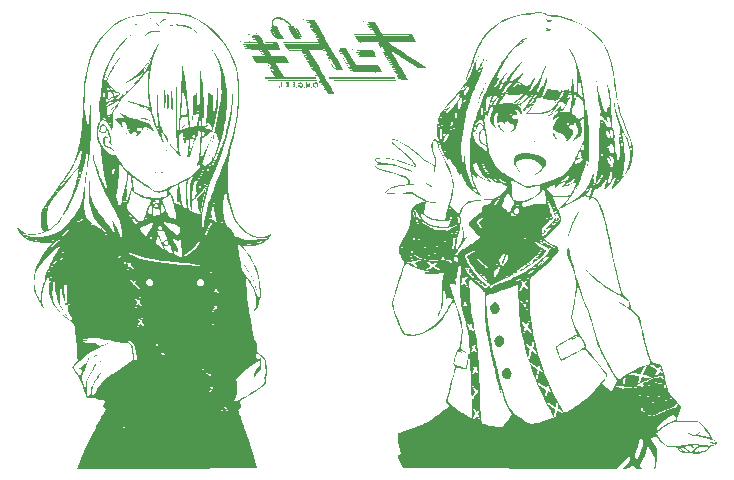
<source format=gbr>
%TF.GenerationSoftware,KiCad,Pcbnew,(6.0.6)*%
%TF.CreationDate,2022-07-31T16:56:07+07:00*%
%TF.ProjectId,ONGEKI PCB,4f4e4745-4b49-4205-9043-422e6b696361,rev?*%
%TF.SameCoordinates,Original*%
%TF.FileFunction,Legend,Bot*%
%TF.FilePolarity,Positive*%
%FSLAX46Y46*%
G04 Gerber Fmt 4.6, Leading zero omitted, Abs format (unit mm)*
G04 Created by KiCad (PCBNEW (6.0.6)) date 2022-07-31 16:56:07*
%MOMM*%
%LPD*%
G01*
G04 APERTURE LIST*
G04 APERTURE END LIST*
%TO.C,ongeki-back*%
G36*
X80546240Y-79099774D02*
G01*
X80586308Y-79170526D01*
X80597996Y-79191721D01*
X80618443Y-79232377D01*
X80626668Y-79254544D01*
X80613863Y-79255988D01*
X80567878Y-79257612D01*
X80490494Y-79259164D01*
X80383851Y-79260630D01*
X80250088Y-79261997D01*
X80091345Y-79263252D01*
X79909761Y-79264383D01*
X79707476Y-79265376D01*
X79486628Y-79266217D01*
X79249357Y-79266895D01*
X78997802Y-79267395D01*
X78734102Y-79267704D01*
X78460398Y-79267810D01*
X76293837Y-79267810D01*
X76249395Y-79197410D01*
X76236027Y-79175409D01*
X76213754Y-79133773D01*
X76204953Y-79109263D01*
X76206791Y-79107241D01*
X76235276Y-79101453D01*
X76296931Y-79096433D01*
X76390095Y-79092264D01*
X76513106Y-79089026D01*
X76664301Y-79086802D01*
X77123649Y-79082086D01*
X76799789Y-78514085D01*
X76797714Y-78510446D01*
X76723793Y-78380537D01*
X76655281Y-78259656D01*
X76594206Y-78151416D01*
X76542595Y-78059429D01*
X76502474Y-77987308D01*
X76475871Y-77938666D01*
X76464812Y-77917114D01*
X76464688Y-77916797D01*
X76458114Y-77908225D01*
X76443475Y-77901533D01*
X76442831Y-77901411D01*
X76475465Y-77901411D01*
X76475958Y-77902297D01*
X76488611Y-77924817D01*
X76516393Y-77974159D01*
X76557363Y-78046882D01*
X76609584Y-78139548D01*
X76671117Y-78248717D01*
X76740024Y-78370949D01*
X76814366Y-78502803D01*
X77145988Y-79090930D01*
X77300229Y-79090930D01*
X77077959Y-78706216D01*
X77047214Y-78652985D01*
X76975659Y-78528983D01*
X76903820Y-78404353D01*
X76836197Y-78286908D01*
X76777290Y-78184461D01*
X76731598Y-78104823D01*
X76607507Y-77888145D01*
X76537846Y-77888145D01*
X76522114Y-77888497D01*
X76486272Y-77893126D01*
X76475465Y-77901411D01*
X76442831Y-77901411D01*
X76416869Y-77896495D01*
X76374394Y-77892882D01*
X76312150Y-77890468D01*
X76226235Y-77889026D01*
X76112748Y-77888327D01*
X75967787Y-77888145D01*
X75481878Y-77888145D01*
X75348151Y-77652935D01*
X75323324Y-77609020D01*
X75280239Y-77531493D01*
X75245701Y-77467608D01*
X75222750Y-77423034D01*
X75214424Y-77403441D01*
X75218251Y-77401798D01*
X75250372Y-77398778D01*
X75311614Y-77396460D01*
X75397726Y-77394905D01*
X75504454Y-77394175D01*
X75627547Y-77394333D01*
X75762753Y-77395440D01*
X75827492Y-77396077D01*
X75957538Y-77396691D01*
X76073475Y-77396347D01*
X76171049Y-77395114D01*
X76246010Y-77393058D01*
X76294105Y-77390248D01*
X76311082Y-77386751D01*
X76310190Y-77383738D01*
X76296601Y-77355830D01*
X76268655Y-77303578D01*
X76228953Y-77231709D01*
X76180096Y-77144949D01*
X76124685Y-77048026D01*
X76064970Y-76944497D01*
X76017220Y-76862985D01*
X75981349Y-76804625D01*
X75954409Y-76765584D01*
X75933456Y-76742034D01*
X75915542Y-76730142D01*
X75897723Y-76726078D01*
X75877052Y-76726010D01*
X75869579Y-76726342D01*
X75831377Y-76732687D01*
X75815817Y-76743776D01*
X75821280Y-76759388D01*
X75841358Y-76800495D01*
X75872860Y-76859890D01*
X75912252Y-76931399D01*
X75956001Y-77008847D01*
X76000573Y-77086059D01*
X76042434Y-77156862D01*
X76078052Y-77215080D01*
X76103893Y-77254539D01*
X76116422Y-77269064D01*
X76120657Y-77270847D01*
X76136416Y-77293714D01*
X76152170Y-77331143D01*
X76162310Y-77368072D01*
X76161229Y-77389436D01*
X76154811Y-77389366D01*
X76141569Y-77368880D01*
X76135232Y-77360204D01*
X76120998Y-77353401D01*
X76094956Y-77348282D01*
X76053177Y-77344615D01*
X75991733Y-77342167D01*
X75906699Y-77340706D01*
X75794144Y-77340000D01*
X75650143Y-77339816D01*
X75557138Y-77339781D01*
X75434151Y-77339453D01*
X75339886Y-77338539D01*
X75270246Y-77336754D01*
X75221131Y-77333810D01*
X75188443Y-77329422D01*
X75168083Y-77323302D01*
X75155953Y-77315165D01*
X75147954Y-77304724D01*
X75142742Y-77295343D01*
X75142104Y-77286916D01*
X75150628Y-77280465D01*
X75172058Y-77275661D01*
X75210140Y-77272179D01*
X75268618Y-77269692D01*
X75351236Y-77267871D01*
X75461740Y-77266392D01*
X75603874Y-77264926D01*
X76081709Y-77260220D01*
X75933261Y-77003743D01*
X75784814Y-76747267D01*
X75238721Y-76736345D01*
X75179177Y-76735142D01*
X75047284Y-76732394D01*
X74928382Y-76729801D01*
X74826946Y-76727468D01*
X74747451Y-76725500D01*
X74694374Y-76724002D01*
X74672191Y-76723079D01*
X74670717Y-76722425D01*
X74653436Y-76701751D01*
X74622667Y-76655588D01*
X74581328Y-76588639D01*
X74532338Y-76505607D01*
X74478616Y-76411195D01*
X74305476Y-76101654D01*
X74232847Y-76101654D01*
X74177762Y-76095615D01*
X74133923Y-76075660D01*
X74128970Y-76066278D01*
X74153142Y-76066278D01*
X74157894Y-76072164D01*
X74188173Y-76080887D01*
X74237161Y-76084591D01*
X74321179Y-76085216D01*
X74489215Y-76394028D01*
X74657251Y-76702841D01*
X74723581Y-76702944D01*
X74735479Y-76702846D01*
X74774266Y-76700454D01*
X74789911Y-76695846D01*
X74788887Y-76693138D01*
X74775202Y-76666845D01*
X74748059Y-76617602D01*
X74710632Y-76551119D01*
X74666095Y-76473103D01*
X74650192Y-76445359D01*
X74607740Y-76370661D01*
X74573488Y-76309457D01*
X74550610Y-76267453D01*
X74542279Y-76250360D01*
X74548026Y-76248896D01*
X74582466Y-76246622D01*
X74642792Y-76244803D01*
X74722994Y-76243596D01*
X74817066Y-76243158D01*
X74889830Y-76243101D01*
X74972740Y-76242495D01*
X75028291Y-76240681D01*
X75061296Y-76237003D01*
X75076567Y-76230804D01*
X75078915Y-76221428D01*
X75073153Y-76208219D01*
X75069799Y-76202525D01*
X75059893Y-76192368D01*
X75083902Y-76192368D01*
X75090608Y-76207782D01*
X75090883Y-76208294D01*
X75100751Y-76221428D01*
X75102689Y-76224007D01*
X75122255Y-76234164D01*
X75156484Y-76239951D01*
X75212277Y-76242554D01*
X75296535Y-76243158D01*
X75372251Y-76242702D01*
X75428957Y-76240569D01*
X75460880Y-76235864D01*
X75473624Y-76227697D01*
X75472793Y-76215180D01*
X75467559Y-76200596D01*
X75462056Y-76179804D01*
X75449736Y-76177224D01*
X75408521Y-76174727D01*
X75345188Y-76173032D01*
X75266866Y-76172406D01*
X75212202Y-76172480D01*
X75145817Y-76173403D01*
X75105986Y-76176286D01*
X75087188Y-76182239D01*
X75083902Y-76192368D01*
X75059893Y-76192368D01*
X75058493Y-76190933D01*
X75038748Y-76182639D01*
X75005178Y-76176943D01*
X74952394Y-76173143D01*
X74875010Y-76170536D01*
X74767637Y-76168421D01*
X74744093Y-76168012D01*
X74642844Y-76165795D01*
X74570910Y-76162932D01*
X74523220Y-76158803D01*
X74494699Y-76152786D01*
X74480276Y-76144261D01*
X74474877Y-76132608D01*
X74474552Y-76130725D01*
X74475892Y-76119334D01*
X74487315Y-76111364D01*
X74513878Y-76106213D01*
X74560641Y-76103279D01*
X74632660Y-76101960D01*
X74734995Y-76101654D01*
X74813805Y-76101441D01*
X74893921Y-76100218D01*
X74946924Y-76097468D01*
X74977576Y-76092698D01*
X74990639Y-76085414D01*
X74990876Y-76075122D01*
X74983271Y-76066652D01*
X74964795Y-76060066D01*
X74931410Y-76055252D01*
X74879022Y-76051953D01*
X74803539Y-76049914D01*
X74700869Y-76048878D01*
X74566919Y-76048590D01*
X74560577Y-76048591D01*
X74418321Y-76049395D01*
X74304791Y-76051636D01*
X74221647Y-76055245D01*
X74170545Y-76060149D01*
X74153142Y-76066278D01*
X74128970Y-76066278D01*
X74117766Y-76045053D01*
X74127241Y-76042109D01*
X74167357Y-76038492D01*
X74234492Y-76035407D01*
X74323858Y-76033009D01*
X74430663Y-76031455D01*
X74550120Y-76030902D01*
X74579421Y-76030905D01*
X74707791Y-76031094D01*
X74806026Y-76031826D01*
X74878503Y-76033446D01*
X74929598Y-76036296D01*
X74963687Y-76040723D01*
X74985148Y-76047069D01*
X74998356Y-76055680D01*
X75007688Y-76066900D01*
X75009306Y-76069170D01*
X75023776Y-76084420D01*
X75045059Y-76093879D01*
X75080287Y-76098581D01*
X75136591Y-76099562D01*
X75221100Y-76097854D01*
X75409299Y-76092810D01*
X75062409Y-75491418D01*
X74954141Y-75486189D01*
X74948894Y-75485933D01*
X74890846Y-75481780D01*
X74857673Y-75473502D01*
X74839572Y-75456472D01*
X74826737Y-75426064D01*
X74825491Y-75422478D01*
X74812814Y-75384165D01*
X74810717Y-75376445D01*
X74826427Y-75376445D01*
X74841077Y-75416243D01*
X74847926Y-75430972D01*
X74866431Y-75447590D01*
X74901616Y-75456538D01*
X74962827Y-75461269D01*
X75069926Y-75466496D01*
X75250257Y-75784075D01*
X75264942Y-75809798D01*
X75319330Y-75902651D01*
X75368431Y-75982844D01*
X75409298Y-76045796D01*
X75438985Y-76086926D01*
X75454544Y-76101654D01*
X75472901Y-76108897D01*
X75497432Y-76137030D01*
X75507450Y-76162639D01*
X75497432Y-76172406D01*
X75487415Y-76179297D01*
X75497432Y-76207782D01*
X75503646Y-76217488D01*
X75519109Y-76227697D01*
X75533838Y-76237421D01*
X75587539Y-76243158D01*
X75604618Y-76242759D01*
X75640410Y-76238101D01*
X75651001Y-76229892D01*
X75649434Y-76227197D01*
X75572336Y-76094297D01*
X75498364Y-75966304D01*
X75429617Y-75846884D01*
X75368188Y-75739703D01*
X75316175Y-75648428D01*
X75275673Y-75576726D01*
X75248778Y-75528262D01*
X75237587Y-75506704D01*
X75236620Y-75502356D01*
X75244492Y-75492609D01*
X75272264Y-75486548D01*
X75325084Y-75483446D01*
X75408100Y-75482574D01*
X75587872Y-75482574D01*
X75556527Y-75429509D01*
X75525181Y-75376445D01*
X74826427Y-75376445D01*
X74810717Y-75376445D01*
X74807599Y-75364962D01*
X74808803Y-75364456D01*
X74834043Y-75362643D01*
X74888057Y-75361077D01*
X74965618Y-75359848D01*
X75061496Y-75359045D01*
X75170464Y-75358757D01*
X75533328Y-75358757D01*
X75568149Y-75416243D01*
X75575703Y-75428264D01*
X75601803Y-75458380D01*
X75636814Y-75474158D01*
X75693969Y-75482574D01*
X75784968Y-75491418D01*
X75999383Y-75866842D01*
X76206730Y-76229892D01*
X76213797Y-76242266D01*
X76589668Y-76242712D01*
X76630365Y-76242717D01*
X76737329Y-76242289D01*
X76829465Y-76241285D01*
X76901636Y-76239799D01*
X76948706Y-76237926D01*
X76965538Y-76235761D01*
X76964167Y-76228582D01*
X76954802Y-76200385D01*
X76953256Y-76197162D01*
X76942707Y-76187955D01*
X76920420Y-76181306D01*
X76881667Y-76176821D01*
X76821722Y-76174106D01*
X76735859Y-76172766D01*
X76619352Y-76172406D01*
X76618869Y-76172406D01*
X76504134Y-76172201D01*
X76419709Y-76171239D01*
X76360545Y-76168997D01*
X76321595Y-76164950D01*
X76297812Y-76158575D01*
X76284148Y-76149350D01*
X76275555Y-76136749D01*
X76275230Y-76136142D01*
X76270576Y-76125783D01*
X76271476Y-76117743D01*
X76281659Y-76111777D01*
X76304851Y-76107638D01*
X76344781Y-76105083D01*
X76405175Y-76103866D01*
X76489761Y-76103743D01*
X76602266Y-76104467D01*
X76746418Y-76105795D01*
X77236364Y-76110498D01*
X77410201Y-76411195D01*
X77417430Y-76423710D01*
X77470215Y-76515778D01*
X77516007Y-76596811D01*
X77552095Y-76661929D01*
X77575772Y-76706253D01*
X77584328Y-76724901D01*
X77581393Y-76726292D01*
X77551136Y-76729682D01*
X77491562Y-76732990D01*
X77406958Y-76736076D01*
X77301612Y-76738798D01*
X77179811Y-76741016D01*
X77045842Y-76742589D01*
X76507066Y-76747267D01*
X76693623Y-77070074D01*
X76880179Y-77392880D01*
X77258376Y-77392880D01*
X77373548Y-77392666D01*
X77471045Y-77391753D01*
X77540949Y-77389843D01*
X77587348Y-77386643D01*
X77614329Y-77381856D01*
X77625981Y-77375190D01*
X77626391Y-77366348D01*
X77626006Y-77365425D01*
X77616503Y-77356081D01*
X77594636Y-77349254D01*
X77555802Y-77344578D01*
X77495401Y-77341689D01*
X77408833Y-77340223D01*
X77291496Y-77339816D01*
X77291013Y-77339816D01*
X77176279Y-77339611D01*
X77091854Y-77338649D01*
X77032690Y-77336406D01*
X76993740Y-77332359D01*
X76969957Y-77325985D01*
X76956293Y-77316759D01*
X76947700Y-77304159D01*
X76947322Y-77303451D01*
X76942703Y-77293123D01*
X76943665Y-77285106D01*
X76953931Y-77279157D01*
X76977227Y-77275032D01*
X77017275Y-77272485D01*
X77077801Y-77271274D01*
X77162529Y-77271153D01*
X77275182Y-77271878D01*
X77419486Y-77273205D01*
X77910355Y-77277908D01*
X78082475Y-77578604D01*
X78254595Y-77879301D01*
X77716195Y-77883978D01*
X77660037Y-77884517D01*
X77530569Y-77886173D01*
X77415016Y-77888222D01*
X77317670Y-77890552D01*
X77242823Y-77893051D01*
X77194767Y-77895605D01*
X77177794Y-77898102D01*
X77178169Y-77899198D01*
X77190100Y-77922033D01*
X77217401Y-77971445D01*
X77258166Y-78044061D01*
X77310487Y-78136511D01*
X77372456Y-78245420D01*
X77442167Y-78367417D01*
X77517713Y-78499130D01*
X77857631Y-79090711D01*
X77922592Y-79090930D01*
X79201935Y-79095243D01*
X80546240Y-79099774D01*
G37*
G36*
X79349656Y-79535914D02*
G01*
X79414192Y-79588069D01*
X79434253Y-79615127D01*
X79454137Y-79664140D01*
X79459549Y-79730219D01*
X79458604Y-79766347D01*
X79446839Y-79834050D01*
X79417535Y-79882805D01*
X79365558Y-79923147D01*
X79353574Y-79930017D01*
X79274880Y-79955644D01*
X79199115Y-79950889D01*
X79133154Y-79918837D01*
X79083873Y-79862574D01*
X79058148Y-79785185D01*
X79048067Y-79710011D01*
X79148910Y-79710011D01*
X79200214Y-79710765D01*
X79232636Y-79715427D01*
X79244612Y-79727333D01*
X79244101Y-79749809D01*
X79232379Y-79778325D01*
X79198651Y-79787489D01*
X79181765Y-79788351D01*
X79161033Y-79803051D01*
X79167409Y-79829553D01*
X79200685Y-79860421D01*
X79236913Y-79876473D01*
X79285789Y-79874340D01*
X79326791Y-79848010D01*
X79356040Y-79804087D01*
X79369653Y-79749175D01*
X79363750Y-79689878D01*
X79334449Y-79632800D01*
X79294005Y-79597867D01*
X79239629Y-79588563D01*
X79180291Y-79613860D01*
X79159423Y-79624353D01*
X79119162Y-79630985D01*
X79084897Y-79624326D01*
X79070413Y-79605432D01*
X79073243Y-79595190D01*
X79098817Y-79566171D01*
X79141934Y-79537118D01*
X79191452Y-79516239D01*
X79192099Y-79516055D01*
X79271912Y-79510712D01*
X79349656Y-79535914D01*
G37*
G36*
X83551096Y-77379614D02*
G01*
X84002949Y-78162309D01*
X84773589Y-78166917D01*
X84882629Y-78167493D01*
X85036631Y-78168032D01*
X85176782Y-78168199D01*
X85299496Y-78168009D01*
X85401186Y-78167474D01*
X85478262Y-78166608D01*
X85527139Y-78165426D01*
X85544229Y-78163941D01*
X85542861Y-78156686D01*
X85533492Y-78128379D01*
X85529916Y-78123123D01*
X85518862Y-78117058D01*
X85497797Y-78112161D01*
X85463550Y-78108312D01*
X85412950Y-78105388D01*
X85342827Y-78103269D01*
X85250011Y-78101832D01*
X85131330Y-78100956D01*
X84983615Y-78100519D01*
X84803694Y-78100401D01*
X84665404Y-78100376D01*
X84511682Y-78100186D01*
X84387529Y-78099671D01*
X84289642Y-78098673D01*
X84214718Y-78097034D01*
X84159454Y-78094595D01*
X84120547Y-78091198D01*
X84094695Y-78086684D01*
X84078595Y-78080896D01*
X84068943Y-78073674D01*
X84062438Y-78064861D01*
X84061222Y-78062901D01*
X84057378Y-78055211D01*
X84057978Y-78048816D01*
X84065834Y-78043615D01*
X84083758Y-78039507D01*
X84114562Y-78036390D01*
X84161058Y-78034166D01*
X84226057Y-78032733D01*
X84312372Y-78031990D01*
X84422815Y-78031836D01*
X84560197Y-78032172D01*
X84727331Y-78032896D01*
X84927028Y-78033907D01*
X85813814Y-78038493D01*
X85988009Y-78339189D01*
X86162205Y-78639885D01*
X85895725Y-78644777D01*
X85825053Y-78646252D01*
X85742056Y-78648963D01*
X85686717Y-78652700D01*
X85654352Y-78658029D01*
X85640275Y-78665517D01*
X85639801Y-78675731D01*
X85644417Y-78687131D01*
X85661093Y-78728326D01*
X85661512Y-78731454D01*
X85656467Y-78736633D01*
X85654668Y-78737164D01*
X85628255Y-78697372D01*
X85601837Y-78657574D01*
X84659059Y-78653058D01*
X84572002Y-78652623D01*
X84397853Y-78651638D01*
X84236281Y-78650573D01*
X84090541Y-78649459D01*
X83963893Y-78648326D01*
X83859591Y-78647204D01*
X83780894Y-78646125D01*
X83731058Y-78645118D01*
X83713342Y-78644214D01*
X83712380Y-78642607D01*
X83698588Y-78618788D01*
X83670595Y-78570175D01*
X83631043Y-78501361D01*
X83582570Y-78416939D01*
X83527818Y-78321501D01*
X83525925Y-78318199D01*
X83473179Y-78226312D01*
X83408462Y-78113698D01*
X83334466Y-77985030D01*
X83253880Y-77844979D01*
X83169396Y-77698219D01*
X83083706Y-77549422D01*
X82999501Y-77403260D01*
X82919472Y-77264405D01*
X82846310Y-77137530D01*
X82782706Y-77027307D01*
X82731352Y-76938408D01*
X82694939Y-76875505D01*
X82663409Y-76823748D01*
X82637079Y-76791324D01*
X82611222Y-76777012D01*
X82577758Y-76773799D01*
X82572881Y-76773838D01*
X82535076Y-76777332D01*
X82519577Y-76784766D01*
X82520009Y-76785958D01*
X82532239Y-76809320D01*
X82560207Y-76860189D01*
X82602432Y-76935938D01*
X82657435Y-77033941D01*
X82723736Y-77151571D01*
X82799856Y-77286203D01*
X82884315Y-77435209D01*
X82975632Y-77595963D01*
X83072328Y-77765839D01*
X83625078Y-78735946D01*
X85654647Y-78737170D01*
X85641667Y-78741000D01*
X85614548Y-78744623D01*
X85572550Y-78747569D01*
X85513109Y-78749905D01*
X85433666Y-78751698D01*
X85331656Y-78753014D01*
X85204518Y-78753921D01*
X85049691Y-78754486D01*
X84864612Y-78754776D01*
X84646719Y-78754858D01*
X83621607Y-78754858D01*
X83057326Y-77770917D01*
X83028481Y-77720612D01*
X82931731Y-77551788D01*
X82840647Y-77392698D01*
X82756722Y-77245960D01*
X82681449Y-77114192D01*
X82616322Y-77000013D01*
X82562835Y-76906041D01*
X82522481Y-76834893D01*
X82496755Y-76789188D01*
X82487149Y-76771544D01*
X82488227Y-76767467D01*
X82511303Y-76759342D01*
X82555226Y-76756111D01*
X82629199Y-76756111D01*
X82592076Y-76693192D01*
X82584098Y-76679279D01*
X82563294Y-76638235D01*
X82554953Y-76613596D01*
X82557572Y-76611083D01*
X82586869Y-76605333D01*
X82644792Y-76600857D01*
X82726487Y-76597953D01*
X82827098Y-76596919D01*
X83099244Y-76596919D01*
X83551096Y-77379614D01*
G37*
G36*
X80721560Y-79859187D02*
G01*
X80662335Y-79918775D01*
X80604264Y-79945829D01*
X80524908Y-79955651D01*
X80447927Y-79940439D01*
X80385361Y-79900966D01*
X80348111Y-79847706D01*
X80322663Y-79767357D01*
X80322068Y-79725337D01*
X80417201Y-79725337D01*
X80421654Y-79784286D01*
X80450078Y-79833827D01*
X80486582Y-79857209D01*
X80538519Y-79869203D01*
X80557806Y-79867788D01*
X80611906Y-79845029D01*
X80647978Y-79801160D01*
X80663111Y-79744853D01*
X80654394Y-79684779D01*
X80618919Y-79629611D01*
X80616615Y-79627357D01*
X80576010Y-79598210D01*
X80538519Y-79586195D01*
X80512724Y-79589897D01*
X80466231Y-79618357D01*
X80433225Y-79666766D01*
X80417201Y-79725337D01*
X80322068Y-79725337D01*
X80321451Y-79681709D01*
X80324577Y-79665502D01*
X80356664Y-79597916D01*
X80411325Y-79547807D01*
X80480589Y-79517556D01*
X80556480Y-79509545D01*
X80631026Y-79526156D01*
X80696252Y-79569769D01*
X80736417Y-79625170D01*
X80759471Y-79703434D01*
X80756790Y-79744853D01*
X80754229Y-79784423D01*
X80721560Y-79859187D01*
G37*
G36*
X77510287Y-74021789D02*
G01*
X77669570Y-74062374D01*
X77832457Y-74125158D01*
X77995291Y-74210096D01*
X78051855Y-74246937D01*
X78148644Y-74321161D01*
X78248288Y-74408701D01*
X78342492Y-74501670D01*
X78422964Y-74592183D01*
X78481411Y-74672354D01*
X78499838Y-74702004D01*
X78528824Y-74743983D01*
X78553644Y-74765698D01*
X78583913Y-74773827D01*
X78629250Y-74775053D01*
X78713699Y-74775053D01*
X78828273Y-74974043D01*
X78853691Y-75018181D01*
X78910161Y-75116207D01*
X78974781Y-75228349D01*
X79041412Y-75343953D01*
X79103914Y-75452365D01*
X79151474Y-75536138D01*
X79196868Y-75618891D01*
X79232813Y-75687499D01*
X79256465Y-75736519D01*
X79264981Y-75760513D01*
X79258490Y-75785602D01*
X79235238Y-75822194D01*
X79231792Y-75825836D01*
X79214427Y-75838654D01*
X79188585Y-75846717D01*
X79147549Y-75850799D01*
X79084605Y-75851675D01*
X78993038Y-75850119D01*
X78780581Y-75845178D01*
X78475249Y-75314537D01*
X78169917Y-74783897D01*
X78275248Y-74778631D01*
X78322779Y-74774803D01*
X78364513Y-74767858D01*
X78380580Y-74759962D01*
X78372146Y-74739752D01*
X78342565Y-74698515D01*
X78297074Y-74644605D01*
X78241303Y-74584093D01*
X78180886Y-74523051D01*
X78121454Y-74467552D01*
X78068639Y-74423666D01*
X78017194Y-74386067D01*
X77832527Y-74273101D01*
X77648124Y-74194499D01*
X77464825Y-74150562D01*
X77283467Y-74141589D01*
X77281256Y-74141697D01*
X77172838Y-74152595D01*
X77090971Y-74175148D01*
X77027991Y-74212507D01*
X76976231Y-74267819D01*
X76968847Y-74278682D01*
X76941979Y-74352113D01*
X76937763Y-74444085D01*
X76955846Y-74547599D01*
X76995872Y-74655658D01*
X77052120Y-74775053D01*
X77154755Y-74775526D01*
X77257390Y-74776000D01*
X77558087Y-75299897D01*
X77613288Y-75396156D01*
X77680258Y-75513171D01*
X77739967Y-75617761D01*
X77790338Y-75706278D01*
X77829297Y-75775073D01*
X77854769Y-75820500D01*
X77864679Y-75838908D01*
X77861454Y-75841618D01*
X77831448Y-75846523D01*
X77774992Y-75850457D01*
X77698035Y-75853073D01*
X77606522Y-75854022D01*
X77530114Y-75853803D01*
X77447463Y-75852441D01*
X77390442Y-75849296D01*
X77353330Y-75843759D01*
X77330406Y-75835219D01*
X77315947Y-75823068D01*
X77313114Y-75819302D01*
X77293293Y-75788441D01*
X77259674Y-75733150D01*
X77215078Y-75658301D01*
X77162331Y-75568764D01*
X77104254Y-75469412D01*
X77043673Y-75365114D01*
X76983409Y-75260742D01*
X76926288Y-75161166D01*
X76875131Y-75071259D01*
X76832763Y-74995891D01*
X76802007Y-74939932D01*
X76785686Y-74908255D01*
X76778717Y-74876537D01*
X76789645Y-74828483D01*
X76819686Y-74790492D01*
X76861710Y-74775053D01*
X76862131Y-74775052D01*
X76888033Y-74768405D01*
X76885572Y-74744099D01*
X76878239Y-74726577D01*
X76844489Y-74642464D01*
X76823008Y-74578289D01*
X76811491Y-74523744D01*
X76807632Y-74468521D01*
X76809126Y-74402311D01*
X76811762Y-74357500D01*
X76820294Y-74292669D01*
X76836367Y-74243040D01*
X76863436Y-74195454D01*
X76895931Y-74153529D01*
X76982339Y-74082402D01*
X77090635Y-74033711D01*
X77217163Y-74007411D01*
X77358266Y-74003453D01*
X77510287Y-74021789D01*
G37*
G36*
X85552126Y-77077498D02*
G01*
X85604341Y-77169370D01*
X85648802Y-77250324D01*
X85682943Y-77315478D01*
X85704196Y-77359952D01*
X85709995Y-77378866D01*
X85705240Y-77380395D01*
X85671281Y-77383305D01*
X85608678Y-77385718D01*
X85522016Y-77387641D01*
X85415884Y-77389075D01*
X85294868Y-77390026D01*
X85163555Y-77390499D01*
X85026532Y-77390496D01*
X84888386Y-77390023D01*
X84753704Y-77389084D01*
X84627072Y-77387684D01*
X84513078Y-77385825D01*
X84416308Y-77383513D01*
X84341350Y-77380752D01*
X84292790Y-77377546D01*
X84182229Y-77366348D01*
X84008973Y-77065652D01*
X83835717Y-76764955D01*
X83748428Y-76759397D01*
X83691332Y-76751667D01*
X83648409Y-76731629D01*
X83643717Y-76720735D01*
X83660454Y-76720735D01*
X83668636Y-76726469D01*
X83704702Y-76735047D01*
X83756865Y-76738423D01*
X83842343Y-76738423D01*
X84191095Y-77356623D01*
X84266269Y-77357063D01*
X84286100Y-77356707D01*
X84325538Y-77352245D01*
X84341019Y-77344238D01*
X84340173Y-77341342D01*
X84326878Y-77313931D01*
X84299950Y-77263723D01*
X84262632Y-77196668D01*
X84218164Y-77118716D01*
X84095733Y-76906459D01*
X84344106Y-76901541D01*
X84407729Y-76900135D01*
X84487561Y-76897420D01*
X84539952Y-76893636D01*
X84569847Y-76888111D01*
X84582192Y-76880171D01*
X84581934Y-76869141D01*
X84576884Y-76855073D01*
X84571388Y-76834261D01*
X84589076Y-76834261D01*
X84590447Y-76841440D01*
X84599812Y-76869637D01*
X84602141Y-76874211D01*
X84609821Y-76880171D01*
X84615008Y-76884196D01*
X84641647Y-76890943D01*
X84687457Y-76895040D01*
X84757836Y-76897069D01*
X84858181Y-76897615D01*
X84929365Y-76897439D01*
X85006359Y-76896274D01*
X85056424Y-76893501D01*
X85084565Y-76888532D01*
X85095781Y-76880774D01*
X85095077Y-76869637D01*
X85089843Y-76855052D01*
X85084340Y-76834261D01*
X85082249Y-76833301D01*
X85054806Y-76830768D01*
X85000516Y-76828725D01*
X84925707Y-76827360D01*
X84836708Y-76826863D01*
X84804571Y-76826926D01*
X84719785Y-76827745D01*
X84651388Y-76829367D01*
X84605708Y-76831602D01*
X84589076Y-76834261D01*
X84571388Y-76834261D01*
X84568513Y-76833152D01*
X84539224Y-76830673D01*
X84483348Y-76828677D01*
X84407127Y-76827347D01*
X84316804Y-76826863D01*
X84266307Y-76826765D01*
X84178771Y-76825665D01*
X84118847Y-76822888D01*
X84081209Y-76817874D01*
X84060529Y-76810060D01*
X84051483Y-76798885D01*
X84046249Y-76784300D01*
X84040747Y-76763508D01*
X84041961Y-76762761D01*
X84066841Y-76760152D01*
X84118939Y-76758041D01*
X84191803Y-76756627D01*
X84278980Y-76756111D01*
X84322097Y-76756041D01*
X84405846Y-76755082D01*
X84461229Y-76752535D01*
X84493232Y-76747823D01*
X84506838Y-76740364D01*
X84507032Y-76729579D01*
X84506725Y-76728839D01*
X84498316Y-76720512D01*
X84478808Y-76714144D01*
X84444155Y-76709490D01*
X84390313Y-76706300D01*
X84313234Y-76704328D01*
X84208874Y-76703326D01*
X84073187Y-76703047D01*
X84068049Y-76703048D01*
X83919548Y-76703809D01*
X83803918Y-76705985D01*
X83721778Y-76709549D01*
X83673751Y-76714474D01*
X83660454Y-76720735D01*
X83643717Y-76720735D01*
X83634193Y-76698625D01*
X83643683Y-76695856D01*
X83683812Y-76692468D01*
X83750958Y-76689578D01*
X83840336Y-76687332D01*
X83947163Y-76685877D01*
X84066657Y-76685359D01*
X84091226Y-76685361D01*
X84220699Y-76685543D01*
X84319813Y-76686256D01*
X84392875Y-76687835D01*
X84444193Y-76690614D01*
X84478072Y-76694927D01*
X84498821Y-76701108D01*
X84510745Y-76709493D01*
X84518153Y-76720416D01*
X84525333Y-76731005D01*
X84537521Y-76739706D01*
X84558740Y-76746230D01*
X84593380Y-76750977D01*
X84645832Y-76754347D01*
X84720488Y-76756743D01*
X84821737Y-76758565D01*
X84953971Y-76760214D01*
X85371028Y-76764955D01*
X85438143Y-76880774D01*
X85544842Y-77064903D01*
X85552126Y-77077498D01*
G37*
G36*
X83252899Y-79094177D02*
G01*
X83529729Y-79094292D01*
X83820068Y-79094515D01*
X84122033Y-79094850D01*
X84433743Y-79095297D01*
X87232310Y-79099774D01*
X87272380Y-79170526D01*
X87284068Y-79191721D01*
X87304515Y-79232377D01*
X87312740Y-79254544D01*
X87306590Y-79255428D01*
X87269136Y-79256881D01*
X87199312Y-79258283D01*
X87099000Y-79259624D01*
X86970087Y-79260895D01*
X86814459Y-79262088D01*
X86633999Y-79263193D01*
X86430593Y-79264202D01*
X86206126Y-79265106D01*
X85962484Y-79265895D01*
X85701551Y-79266560D01*
X85425212Y-79267094D01*
X85135354Y-79267486D01*
X84833860Y-79267728D01*
X84522617Y-79267810D01*
X81732202Y-79267810D01*
X81683689Y-79187493D01*
X81665104Y-79156097D01*
X81643566Y-79117472D01*
X81635176Y-79098999D01*
X81641791Y-79098446D01*
X81679983Y-79097613D01*
X81750510Y-79096864D01*
X81851491Y-79096201D01*
X81981042Y-79095626D01*
X82137281Y-79095142D01*
X82318325Y-79094752D01*
X82522291Y-79094458D01*
X82747297Y-79094262D01*
X82991461Y-79094168D01*
X83252899Y-79094177D01*
G37*
G36*
X78818920Y-79732121D02*
G01*
X78823903Y-79939955D01*
X78701181Y-79939955D01*
X78686070Y-79939934D01*
X78627967Y-79938678D01*
X78596840Y-79933942D01*
X78585676Y-79923603D01*
X78587460Y-79905539D01*
X78588007Y-79903596D01*
X78609946Y-79877399D01*
X78659106Y-79865741D01*
X78693730Y-79860728D01*
X78718064Y-79845316D01*
X78726840Y-79811717D01*
X78727705Y-79802647D01*
X78725610Y-79775937D01*
X78706967Y-79765109D01*
X78662382Y-79763075D01*
X78658434Y-79763068D01*
X78615318Y-79760140D01*
X78596788Y-79747524D01*
X78592836Y-79718855D01*
X78592836Y-79718414D01*
X78597038Y-79689699D01*
X78616269Y-79677302D01*
X78660632Y-79674635D01*
X78703506Y-79672238D01*
X78722905Y-79660904D01*
X78725586Y-79634837D01*
X78718905Y-79609896D01*
X78696191Y-79596051D01*
X78647855Y-79589546D01*
X78608695Y-79585006D01*
X78582515Y-79574105D01*
X78578721Y-79554170D01*
X78581860Y-79545017D01*
X78598445Y-79532236D01*
X78635013Y-79525958D01*
X78699206Y-79524287D01*
X78813936Y-79524287D01*
X78818920Y-79732121D01*
G37*
G36*
X78970690Y-79855628D02*
G01*
X78999661Y-79878047D01*
X79012763Y-79902801D01*
X78999661Y-79931111D01*
X78984480Y-79945256D01*
X78955441Y-79957643D01*
X78940191Y-79953530D01*
X78911220Y-79931111D01*
X78898118Y-79906357D01*
X78911220Y-79878047D01*
X78926401Y-79863902D01*
X78955441Y-79851515D01*
X78970690Y-79855628D01*
G37*
G36*
X77726123Y-79939955D02*
G01*
X77637683Y-79939955D01*
X77637683Y-79515443D01*
X77726123Y-79515443D01*
X77726123Y-79939955D01*
G37*
G36*
X77896565Y-79860001D02*
G01*
X77917756Y-79888561D01*
X77913819Y-79932352D01*
X77900595Y-79948037D01*
X77863284Y-79954462D01*
X77833129Y-79941017D01*
X77823407Y-79904579D01*
X77831670Y-79869966D01*
X77863284Y-79854696D01*
X77896565Y-79860001D01*
G37*
G36*
X77872002Y-79324184D02*
G01*
X78172022Y-79324602D01*
X78505847Y-79325227D01*
X78747690Y-79325758D01*
X79058607Y-79326565D01*
X79336822Y-79327459D01*
X79583896Y-79328459D01*
X79801393Y-79329583D01*
X79990874Y-79330852D01*
X80153902Y-79332284D01*
X80292040Y-79333898D01*
X80406850Y-79335714D01*
X80499894Y-79337749D01*
X80572735Y-79340024D01*
X80626934Y-79342558D01*
X80664056Y-79345368D01*
X80685661Y-79348475D01*
X80693312Y-79351898D01*
X80689594Y-79354875D01*
X80672734Y-79357933D01*
X80640915Y-79360632D01*
X80592567Y-79362983D01*
X80526119Y-79365000D01*
X80440000Y-79366696D01*
X80332641Y-79368082D01*
X80202470Y-79369172D01*
X80047918Y-79369979D01*
X79867413Y-79370515D01*
X79659385Y-79370794D01*
X79422263Y-79370827D01*
X79154478Y-79370629D01*
X78854458Y-79370211D01*
X78520633Y-79369586D01*
X78278790Y-79369055D01*
X77967873Y-79368248D01*
X77689658Y-79367354D01*
X77442584Y-79366354D01*
X77225087Y-79365229D01*
X77035606Y-79363961D01*
X76872578Y-79362529D01*
X76734440Y-79360914D01*
X76619630Y-79359099D01*
X76526586Y-79357063D01*
X76453745Y-79354788D01*
X76399546Y-79352255D01*
X76362424Y-79349444D01*
X76340819Y-79346337D01*
X76333168Y-79342915D01*
X76336886Y-79339938D01*
X76353746Y-79336879D01*
X76385565Y-79334181D01*
X76433913Y-79331829D01*
X76500361Y-79329812D01*
X76586480Y-79328117D01*
X76693839Y-79326731D01*
X76824010Y-79325641D01*
X76978562Y-79324834D01*
X77159067Y-79324297D01*
X77367095Y-79324019D01*
X77604217Y-79323985D01*
X77872002Y-79324184D01*
G37*
G36*
X79596483Y-79874741D02*
G01*
X79600646Y-79879009D01*
X79615033Y-79904369D01*
X79601161Y-79930982D01*
X79600500Y-79931768D01*
X79565926Y-79953111D01*
X79533736Y-79944405D01*
X79515795Y-79908741D01*
X79515203Y-79895305D01*
X79529773Y-79864179D01*
X79560695Y-79855711D01*
X79596483Y-79874741D01*
G37*
G36*
X80249072Y-79860001D02*
G01*
X80270263Y-79888561D01*
X80266326Y-79932352D01*
X80253102Y-79948037D01*
X80215791Y-79954462D01*
X80185636Y-79941017D01*
X80175914Y-79904579D01*
X80184177Y-79869966D01*
X80215791Y-79854696D01*
X80249072Y-79860001D01*
G37*
G36*
X78309828Y-79939955D02*
G01*
X78266577Y-79939955D01*
X78254450Y-79939544D01*
X78233493Y-79931748D01*
X78223093Y-79906940D01*
X78217935Y-79855937D01*
X78212544Y-79771919D01*
X78152059Y-79855937D01*
X78133380Y-79881177D01*
X78099810Y-79918608D01*
X78068972Y-79935813D01*
X78030499Y-79939955D01*
X78008610Y-79939364D01*
X77983272Y-79933022D01*
X77986113Y-79917845D01*
X77998957Y-79901265D01*
X78029626Y-79862374D01*
X78067875Y-79814317D01*
X78096172Y-79777570D01*
X78122704Y-79739506D01*
X78132948Y-79719488D01*
X78124856Y-79703615D01*
X78099244Y-79667820D01*
X78062195Y-79621571D01*
X78029303Y-79581038D01*
X78001949Y-79544453D01*
X77991443Y-79526254D01*
X78005542Y-79518752D01*
X78041509Y-79515443D01*
X78042637Y-79515448D01*
X78077748Y-79522810D01*
X78111328Y-79548616D01*
X78152059Y-79599461D01*
X78212544Y-79683479D01*
X78217935Y-79599461D01*
X78219655Y-79575955D01*
X78226218Y-79536216D01*
X78240086Y-79519106D01*
X78266577Y-79515443D01*
X78309828Y-79515443D01*
X78309828Y-79939955D01*
G37*
G36*
X78969748Y-74915116D02*
G01*
X78982338Y-74926162D01*
X79011620Y-74964339D01*
X79051801Y-75024032D01*
X79099592Y-75099616D01*
X79151702Y-75185462D01*
X79204841Y-75275944D01*
X79255719Y-75365436D01*
X79301045Y-75448311D01*
X79337529Y-75518942D01*
X79361881Y-75571702D01*
X79370809Y-75600965D01*
X79361732Y-75632575D01*
X79332378Y-75666888D01*
X79305013Y-75684014D01*
X79289107Y-75689475D01*
X79282708Y-75679104D01*
X79260712Y-75641771D01*
X79225438Y-75581266D01*
X79179312Y-75501766D01*
X79124760Y-75407447D01*
X79064209Y-75302484D01*
X79023175Y-75231228D01*
X78964791Y-75129319D01*
X78921553Y-75052344D01*
X78891845Y-74996679D01*
X78874053Y-74958704D01*
X78866561Y-74934797D01*
X78867755Y-74921335D01*
X78876018Y-74914698D01*
X78889736Y-74911263D01*
X78925840Y-74908566D01*
X78969748Y-74915116D01*
G37*
G36*
X80060299Y-79513663D02*
G01*
X80072154Y-79552019D01*
X80077429Y-79623092D01*
X80078630Y-79728194D01*
X80078630Y-79952737D01*
X80034410Y-79944284D01*
X80020889Y-79941279D01*
X80003712Y-79932048D01*
X79994535Y-79911304D01*
X79990860Y-79871094D01*
X79990190Y-79803465D01*
X79990190Y-79671099D01*
X79873702Y-79815376D01*
X79824010Y-79875687D01*
X79775098Y-79928592D01*
X79740670Y-79952429D01*
X79718004Y-79945938D01*
X79704379Y-79907860D01*
X79697075Y-79836936D01*
X79693371Y-79731905D01*
X79688405Y-79515443D01*
X79794134Y-79515443D01*
X79804466Y-79778855D01*
X79912527Y-79641253D01*
X79960182Y-79581776D01*
X80006820Y-79529854D01*
X80039357Y-79506712D01*
X80060299Y-79513663D01*
G37*
G36*
X76780779Y-74992069D02*
G01*
X76806016Y-75032098D01*
X76843032Y-75093122D01*
X76888840Y-75170002D01*
X76940449Y-75257600D01*
X76994874Y-75350778D01*
X77049124Y-75444395D01*
X77100212Y-75533315D01*
X77145148Y-75612396D01*
X77180946Y-75676502D01*
X77204616Y-75720493D01*
X77213170Y-75739231D01*
X77210645Y-75741808D01*
X77184423Y-75745563D01*
X77138920Y-75744489D01*
X77064670Y-75739050D01*
X76883462Y-75429509D01*
X76879939Y-75423483D01*
X76822778Y-75323366D01*
X76773739Y-75233151D01*
X76735412Y-75157906D01*
X76710382Y-75102696D01*
X76701236Y-75072590D01*
X76704830Y-75045191D01*
X76722166Y-75006622D01*
X76746756Y-74980704D01*
X76770640Y-74978261D01*
X76780779Y-74992069D01*
G37*
G36*
X78480270Y-79860001D02*
G01*
X78501460Y-79888561D01*
X78497523Y-79932352D01*
X78484300Y-79948037D01*
X78446989Y-79954462D01*
X78416833Y-79941017D01*
X78407112Y-79904579D01*
X78415375Y-79869966D01*
X78446989Y-79854696D01*
X78480270Y-79860001D01*
G37*
G36*
X77529406Y-79860074D02*
G01*
X77546081Y-79891018D01*
X77542846Y-79931111D01*
X77535304Y-79943370D01*
X77507744Y-79957643D01*
X77491212Y-79953603D01*
X77460803Y-79931111D01*
X77447700Y-79906357D01*
X77460803Y-79878047D01*
X77476241Y-79864017D01*
X77507744Y-79851515D01*
X77529406Y-79860074D01*
G37*
G36*
X88347865Y-79296361D02*
G01*
X88358382Y-79313658D01*
X88363858Y-79322845D01*
X88362367Y-79344612D01*
X88355243Y-79346815D01*
X88318138Y-79350550D01*
X88255454Y-79353542D01*
X88173584Y-79355530D01*
X88078915Y-79356250D01*
X87807103Y-79356250D01*
X87770576Y-79294342D01*
X87745073Y-79257208D01*
X87714163Y-79237066D01*
X87666725Y-79232434D01*
X87638497Y-79231435D01*
X87607022Y-79222381D01*
X87581326Y-79197312D01*
X87550609Y-79148416D01*
X87530343Y-79114885D01*
X87502960Y-79073997D01*
X87485510Y-79053576D01*
X87481692Y-79050588D01*
X87469872Y-79027044D01*
X87463096Y-79010476D01*
X87441008Y-78967900D01*
X87406472Y-78904841D01*
X87362466Y-78826431D01*
X87311965Y-78737805D01*
X87257946Y-78644096D01*
X87203384Y-78550435D01*
X87151256Y-78461958D01*
X87104539Y-78383797D01*
X87066208Y-78321085D01*
X87039239Y-78278955D01*
X87026610Y-78262541D01*
X87024385Y-78261414D01*
X87012335Y-78239607D01*
X87009955Y-78231544D01*
X86993554Y-78197006D01*
X86964992Y-78143888D01*
X86928317Y-78079883D01*
X86917763Y-78061923D01*
X86869585Y-77979247D01*
X86821456Y-77895750D01*
X86782390Y-77827047D01*
X86780625Y-77823915D01*
X86757327Y-77783170D01*
X86718460Y-77715764D01*
X86666025Y-77625148D01*
X86602024Y-77514770D01*
X86528459Y-77388082D01*
X86447332Y-77248533D01*
X86360643Y-77099573D01*
X86270396Y-76944651D01*
X85820309Y-76172406D01*
X84342259Y-76172406D01*
X84313285Y-76128186D01*
X84289133Y-76104148D01*
X84322785Y-76104148D01*
X84323275Y-76111039D01*
X84327860Y-76119342D01*
X84333804Y-76127489D01*
X84343065Y-76134684D01*
X84358520Y-76140485D01*
X84383411Y-76145043D01*
X84420981Y-76148508D01*
X84474472Y-76151029D01*
X84547126Y-76152757D01*
X84642187Y-76153839D01*
X84762896Y-76154427D01*
X84912496Y-76154671D01*
X85094230Y-76154718D01*
X85838507Y-76154718D01*
X85863826Y-76207137D01*
X85866438Y-76212110D01*
X85885129Y-76245531D01*
X85919874Y-76306532D01*
X85969412Y-76392931D01*
X86032482Y-76502546D01*
X86107824Y-76633193D01*
X86194178Y-76782691D01*
X86290283Y-76948857D01*
X86394880Y-77129508D01*
X86506708Y-77322463D01*
X86624506Y-77525538D01*
X86747014Y-77736552D01*
X87604883Y-79213547D01*
X87663668Y-79214147D01*
X87722452Y-79214746D01*
X87665395Y-79113040D01*
X87660900Y-79105047D01*
X87627674Y-79046533D01*
X87582951Y-78968399D01*
X87532031Y-78879887D01*
X87480215Y-78790234D01*
X87479792Y-78789504D01*
X87436269Y-78714249D01*
X87378977Y-78614971D01*
X87311707Y-78498250D01*
X87238249Y-78370668D01*
X87162395Y-78238806D01*
X87087936Y-78109245D01*
X86979642Y-77920703D01*
X86814448Y-77633078D01*
X86662870Y-77369136D01*
X86525354Y-77129654D01*
X86402346Y-76915407D01*
X86294292Y-76727172D01*
X86201636Y-76565726D01*
X86124826Y-76431846D01*
X86064306Y-76326307D01*
X86020523Y-76249886D01*
X85993921Y-76203360D01*
X85925830Y-76083966D01*
X85115799Y-76083966D01*
X84986938Y-76083974D01*
X84818496Y-76084078D01*
X84680563Y-76084409D01*
X84570207Y-76085098D01*
X84484490Y-76086278D01*
X84420479Y-76088081D01*
X84375237Y-76090637D01*
X84345832Y-76094079D01*
X84329326Y-76098539D01*
X84322785Y-76104148D01*
X84289133Y-76104148D01*
X84280305Y-76095361D01*
X84227644Y-76083966D01*
X84216492Y-76083721D01*
X84195833Y-76079938D01*
X84176272Y-76067988D01*
X84154114Y-76043343D01*
X84125664Y-76001472D01*
X84087228Y-75937846D01*
X84035110Y-75847935D01*
X84009084Y-75802506D01*
X83965601Y-75725537D01*
X83930767Y-75662477D01*
X83907632Y-75618880D01*
X83899243Y-75600303D01*
X83909042Y-75598478D01*
X83950462Y-75596198D01*
X84021035Y-75594125D01*
X84117211Y-75592312D01*
X84235442Y-75590811D01*
X84372180Y-75589674D01*
X84523876Y-75588953D01*
X84686982Y-75588702D01*
X84780915Y-75588698D01*
X84952275Y-75588615D01*
X85092676Y-75588318D01*
X85205103Y-75587670D01*
X85292542Y-75586531D01*
X85357980Y-75584767D01*
X85404402Y-75582238D01*
X85434795Y-75578808D01*
X85452144Y-75574339D01*
X85459435Y-75568694D01*
X85459655Y-75561735D01*
X85455789Y-75553326D01*
X85454216Y-75550497D01*
X85448137Y-75542575D01*
X85437938Y-75536055D01*
X85420495Y-75530800D01*
X85392681Y-75526675D01*
X85351372Y-75523542D01*
X85293440Y-75521265D01*
X85215761Y-75519707D01*
X85115208Y-75518734D01*
X84988657Y-75518207D01*
X84832981Y-75517991D01*
X84645055Y-75517950D01*
X84612095Y-75517947D01*
X84423793Y-75517788D01*
X84267445Y-75517232D01*
X84140097Y-75516081D01*
X84038793Y-75514132D01*
X83960582Y-75511186D01*
X83902507Y-75507043D01*
X83861616Y-75501502D01*
X83834954Y-75494362D01*
X83819567Y-75485423D01*
X83812501Y-75474485D01*
X83810803Y-75461348D01*
X83821858Y-75459000D01*
X83864760Y-75456244D01*
X83936684Y-75453741D01*
X84034105Y-75451552D01*
X84153494Y-75449741D01*
X84291325Y-75448370D01*
X84444072Y-75447501D01*
X84608206Y-75447197D01*
X85405610Y-75447197D01*
X85370538Y-75389711D01*
X85363849Y-75378642D01*
X85329981Y-75320793D01*
X85296500Y-75261473D01*
X85286449Y-75243534D01*
X85256036Y-75190420D01*
X85214000Y-75117861D01*
X85164502Y-75033028D01*
X85111705Y-74943089D01*
X85091526Y-74908804D01*
X85032033Y-74807543D01*
X84972767Y-74706438D01*
X84919645Y-74615592D01*
X84878587Y-74545108D01*
X84791298Y-74394760D01*
X84699007Y-74389413D01*
X84672546Y-74387580D01*
X84627059Y-74379972D01*
X84600117Y-74363343D01*
X84579753Y-74331927D01*
X84571430Y-74315832D01*
X84595531Y-74315832D01*
X84596027Y-74325455D01*
X84601261Y-74340039D01*
X84606764Y-74360831D01*
X84614584Y-74363767D01*
X84648962Y-74366979D01*
X84701433Y-74368228D01*
X84796102Y-74368228D01*
X85110151Y-74907713D01*
X85183622Y-75033301D01*
X85262893Y-75166793D01*
X85327161Y-75272234D01*
X85377505Y-75351309D01*
X85415004Y-75405704D01*
X85440739Y-75437105D01*
X85455790Y-75447197D01*
X85473387Y-75451125D01*
X85498116Y-75475176D01*
X85505892Y-75497292D01*
X85504539Y-75514671D01*
X85481698Y-75517950D01*
X85477753Y-75518042D01*
X85463612Y-75526122D01*
X85473477Y-75553326D01*
X85484441Y-75568520D01*
X85515619Y-75584304D01*
X85570694Y-75588702D01*
X85648979Y-75588702D01*
X85381073Y-75124391D01*
X85367467Y-75100809D01*
X85296106Y-74977094D01*
X85227203Y-74857593D01*
X85163805Y-74747590D01*
X85108956Y-74652370D01*
X85065702Y-74577219D01*
X85037088Y-74527420D01*
X84961009Y-74394760D01*
X85153852Y-74385916D01*
X85346694Y-74377072D01*
X85314388Y-74337274D01*
X85308398Y-74330140D01*
X85295452Y-74318311D01*
X85277381Y-74309749D01*
X85249143Y-74303925D01*
X85205696Y-74300313D01*
X85141999Y-74298386D01*
X85053010Y-74297616D01*
X84933686Y-74297476D01*
X84833902Y-74297638D01*
X84739738Y-74298478D01*
X84673132Y-74300360D01*
X84629770Y-74303642D01*
X84605341Y-74308680D01*
X84595531Y-74315832D01*
X84571430Y-74315832D01*
X84552791Y-74279788D01*
X85295537Y-74279788D01*
X85334769Y-74332852D01*
X85337579Y-74336615D01*
X85367329Y-74368308D01*
X85402315Y-74382590D01*
X85457463Y-74385916D01*
X85540924Y-74385916D01*
X85884005Y-74982887D01*
X86227087Y-75579858D01*
X87327926Y-75584414D01*
X87471577Y-75585004D01*
X87675269Y-75585787D01*
X87847712Y-75586303D01*
X87991451Y-75586477D01*
X88109028Y-75586237D01*
X88202990Y-75585512D01*
X88275878Y-75584227D01*
X88330238Y-75582310D01*
X88368614Y-75579688D01*
X88393548Y-75576289D01*
X88407586Y-75572039D01*
X88413272Y-75566866D01*
X88413148Y-75560697D01*
X88409760Y-75553460D01*
X88408681Y-75551490D01*
X88403618Y-75544435D01*
X88395261Y-75538446D01*
X88380934Y-75533435D01*
X88357966Y-75529316D01*
X88323683Y-75526000D01*
X88275411Y-75523401D01*
X88210476Y-75521431D01*
X88126206Y-75520004D01*
X88019927Y-75519032D01*
X87888966Y-75518428D01*
X87730648Y-75518104D01*
X87542302Y-75517974D01*
X87321253Y-75517950D01*
X87314461Y-75517949D01*
X87123907Y-75517822D01*
X86944366Y-75517473D01*
X86778883Y-75516921D01*
X86630504Y-75516188D01*
X86502273Y-75515296D01*
X86397237Y-75514266D01*
X86318441Y-75513117D01*
X86268930Y-75511872D01*
X86251750Y-75510552D01*
X86250379Y-75503373D01*
X86241013Y-75475176D01*
X86241000Y-75475142D01*
X86241388Y-75469693D01*
X86248574Y-75464996D01*
X86264941Y-75460994D01*
X86292869Y-75457633D01*
X86334740Y-75454859D01*
X86392935Y-75452616D01*
X86469836Y-75450850D01*
X86567824Y-75449505D01*
X86689281Y-75448528D01*
X86836589Y-75447864D01*
X87012127Y-75447457D01*
X87218279Y-75447253D01*
X87457425Y-75447197D01*
X88684574Y-75447197D01*
X88766648Y-75588702D01*
X88861093Y-75751536D01*
X88869936Y-75766786D01*
X88923464Y-75859314D01*
X88970373Y-75940751D01*
X89007871Y-76006226D01*
X89033167Y-76050865D01*
X89043468Y-76069797D01*
X89037683Y-76071253D01*
X89001416Y-76073663D01*
X88934346Y-76076045D01*
X88839320Y-76078355D01*
X88719187Y-76080550D01*
X88576793Y-76082586D01*
X88414986Y-76084420D01*
X88236612Y-76086006D01*
X88044520Y-76087303D01*
X87841556Y-76088265D01*
X86633789Y-76092810D01*
X86968988Y-76312999D01*
X86983312Y-76322408D01*
X87107138Y-76403767D01*
X87248250Y-76496507D01*
X87395797Y-76593496D01*
X87538927Y-76687600D01*
X87666792Y-76771688D01*
X87896836Y-76922995D01*
X88161024Y-77096752D01*
X88398479Y-77252914D01*
X88610770Y-77392513D01*
X88799467Y-77516580D01*
X88966141Y-77626145D01*
X89112362Y-77722242D01*
X89239699Y-77805901D01*
X89349724Y-77878153D01*
X89444007Y-77940029D01*
X89524118Y-77992562D01*
X89591626Y-78036782D01*
X89648103Y-78073721D01*
X89695119Y-78104411D01*
X89734243Y-78129881D01*
X89767046Y-78151165D01*
X89770195Y-78153206D01*
X89839433Y-78199139D01*
X89896046Y-78238632D01*
X89934272Y-78267537D01*
X89948349Y-78281703D01*
X89945554Y-78283312D01*
X89915953Y-78287038D01*
X89858118Y-78290243D01*
X89777138Y-78292751D01*
X89678101Y-78294385D01*
X89566097Y-78294969D01*
X89183647Y-78294969D01*
X88677273Y-77961230D01*
X88557377Y-77882193D01*
X88402407Y-77780004D01*
X88231753Y-77667447D01*
X88052702Y-77549328D01*
X87872540Y-77430455D01*
X87698554Y-77315634D01*
X87538029Y-77209672D01*
X87513019Y-77193175D01*
X87362211Y-77094355D01*
X87231091Y-77009616D01*
X87121246Y-76939940D01*
X87034261Y-76886307D01*
X86971723Y-76849697D01*
X86935217Y-76831091D01*
X86926329Y-76831469D01*
X86931299Y-76840518D01*
X86953964Y-76880696D01*
X86991432Y-76946439D01*
X87042080Y-77034936D01*
X87104285Y-77143375D01*
X87176427Y-77268945D01*
X87256882Y-77408834D01*
X87344029Y-77560230D01*
X87436246Y-77720324D01*
X87531911Y-77886301D01*
X87629401Y-78055353D01*
X87727095Y-78224665D01*
X87823371Y-78391429D01*
X87916606Y-78552830D01*
X88005178Y-78706059D01*
X88087466Y-78848304D01*
X88161847Y-78976753D01*
X88226700Y-79088595D01*
X88280402Y-79181017D01*
X88300069Y-79214746D01*
X88321331Y-79251210D01*
X88347865Y-79296361D01*
G37*
G36*
X82864695Y-78431371D02*
G01*
X82873337Y-78447395D01*
X82867884Y-78448740D01*
X82833898Y-78450887D01*
X82773966Y-78452607D01*
X82694116Y-78453748D01*
X82600378Y-78454161D01*
X82327418Y-78454161D01*
X82290307Y-78402045D01*
X82266077Y-78373551D01*
X82229161Y-78352955D01*
X82172402Y-78344559D01*
X82091607Y-78339189D01*
X81959604Y-78109245D01*
X81929977Y-78057694D01*
X81878009Y-77967414D01*
X81813865Y-77856089D01*
X81740673Y-77729145D01*
X81661562Y-77592009D01*
X81579659Y-77450106D01*
X81498095Y-77308862D01*
X81168588Y-76738423D01*
X80579389Y-76738423D01*
X80479246Y-76738560D01*
X80346908Y-76739191D01*
X80229431Y-76740275D01*
X80130918Y-76741747D01*
X80055471Y-76743540D01*
X80007194Y-76745591D01*
X79990190Y-76747832D01*
X79996517Y-76761352D01*
X80018095Y-76801152D01*
X80052238Y-76861992D01*
X80096081Y-76938778D01*
X80146762Y-77026418D01*
X80178680Y-77081337D01*
X80249672Y-77203712D01*
X80327071Y-77337362D01*
X80403490Y-77469528D01*
X80471543Y-77587448D01*
X80473786Y-77591340D01*
X80540501Y-77707054D01*
X80618526Y-77842318D01*
X80706154Y-77994179D01*
X80801680Y-78159684D01*
X80903399Y-78335882D01*
X81009605Y-78519821D01*
X81118592Y-78708547D01*
X81228656Y-78899109D01*
X81338090Y-79088555D01*
X81445190Y-79273932D01*
X81548248Y-79452288D01*
X81645562Y-79620671D01*
X81735423Y-79776129D01*
X81816128Y-79915709D01*
X81885971Y-80036459D01*
X81943246Y-80135427D01*
X81986248Y-80209662D01*
X82013270Y-80256209D01*
X82022596Y-80272249D01*
X82052467Y-80324025D01*
X82064813Y-80345424D01*
X82099066Y-80405695D01*
X82122045Y-80447192D01*
X82130441Y-80464043D01*
X82125025Y-80465342D01*
X82091098Y-80467423D01*
X82031217Y-80469089D01*
X81951414Y-80470195D01*
X81857719Y-80470596D01*
X81584997Y-80470596D01*
X81546736Y-80408688D01*
X81537696Y-80394441D01*
X81511288Y-80362922D01*
X81478902Y-80349397D01*
X81425899Y-80346310D01*
X81343324Y-80345839D01*
X80414702Y-78716173D01*
X80304738Y-78523154D01*
X80180296Y-78304627D01*
X80060797Y-78094680D01*
X79947498Y-77895528D01*
X79841659Y-77709386D01*
X79744538Y-77538470D01*
X79657391Y-77384993D01*
X79581479Y-77251172D01*
X79518058Y-77139221D01*
X79468388Y-77051355D01*
X79433725Y-76989789D01*
X79415329Y-76956739D01*
X79344577Y-76826972D01*
X78846174Y-76826918D01*
X78347771Y-76826863D01*
X78309711Y-76778221D01*
X78271627Y-76744971D01*
X78319085Y-76744971D01*
X78328760Y-76776125D01*
X78332857Y-76782554D01*
X78342675Y-76790856D01*
X78360133Y-76797232D01*
X78389195Y-76801933D01*
X78433821Y-76805214D01*
X78497975Y-76807326D01*
X78585617Y-76808522D01*
X78700712Y-76809054D01*
X78847219Y-76809175D01*
X79347990Y-76809175D01*
X80348339Y-78564711D01*
X81348687Y-80320248D01*
X81421179Y-80325687D01*
X81438737Y-80326792D01*
X81478002Y-80327246D01*
X81493672Y-80324025D01*
X81488067Y-80312443D01*
X81467311Y-80274525D01*
X81433963Y-80215286D01*
X81390901Y-80139831D01*
X81341003Y-80053266D01*
X81303876Y-79989109D01*
X81252939Y-79900966D01*
X81208319Y-79823613D01*
X81173825Y-79763656D01*
X81153265Y-79727699D01*
X81139466Y-79703517D01*
X81108055Y-79648772D01*
X81063734Y-79571700D01*
X81009194Y-79476967D01*
X80947125Y-79369241D01*
X80880217Y-79253190D01*
X80811161Y-79133481D01*
X80742647Y-79014781D01*
X80677366Y-78901757D01*
X80618006Y-78799078D01*
X80596081Y-78761156D01*
X80548856Y-78679427D01*
X80490319Y-78578073D01*
X80424392Y-78463890D01*
X80354999Y-78343673D01*
X80286064Y-78224217D01*
X80233618Y-78133339D01*
X80172451Y-78027400D01*
X80117541Y-77932348D01*
X80071741Y-77853123D01*
X80037906Y-77794663D01*
X80018890Y-77761909D01*
X80012631Y-77751140D01*
X79987335Y-77707404D01*
X79948023Y-77639293D01*
X79897176Y-77551109D01*
X79837275Y-77447157D01*
X79770800Y-77331739D01*
X79700232Y-77209158D01*
X79424912Y-76730801D01*
X81198748Y-76730801D01*
X81201049Y-76751689D01*
X81201994Y-76753783D01*
X81216587Y-76781117D01*
X81246771Y-76835372D01*
X81290815Y-76913506D01*
X81346990Y-77012479D01*
X81413567Y-77129248D01*
X81488815Y-77260773D01*
X81571006Y-77404011D01*
X81658408Y-77555922D01*
X82103909Y-78329201D01*
X82250751Y-78330345D01*
X81800979Y-77548884D01*
X81777304Y-77507764D01*
X81690533Y-77357301D01*
X81609153Y-77216565D01*
X81534910Y-77088551D01*
X81469550Y-76976252D01*
X81414817Y-76882662D01*
X81372457Y-76810774D01*
X81344214Y-76763582D01*
X81331833Y-76744079D01*
X81330209Y-76742329D01*
X81298009Y-76727021D01*
X81250825Y-76720735D01*
X81218705Y-76722088D01*
X81198748Y-76730801D01*
X79424912Y-76730801D01*
X79419118Y-76720735D01*
X78876265Y-76720735D01*
X78818090Y-76720799D01*
X78687275Y-76721432D01*
X78569872Y-76722670D01*
X78470275Y-76724425D01*
X78392876Y-76726608D01*
X78342068Y-76729131D01*
X78322242Y-76731905D01*
X78319085Y-76744971D01*
X78271627Y-76744971D01*
X78266194Y-76740228D01*
X78199832Y-76720735D01*
X78184394Y-76718696D01*
X78159143Y-76712876D01*
X78137239Y-76700629D01*
X78114453Y-76677127D01*
X78086557Y-76637540D01*
X78049322Y-76577038D01*
X77998521Y-76490791D01*
X77979463Y-76458119D01*
X77935855Y-76382278D01*
X77900656Y-76319529D01*
X77877077Y-76275652D01*
X77868329Y-76256424D01*
X77876326Y-76255046D01*
X77916099Y-76253096D01*
X77986920Y-76251254D01*
X78086214Y-76249543D01*
X78211407Y-76247987D01*
X78359924Y-76246607D01*
X78529191Y-76245426D01*
X78716633Y-76244468D01*
X78919676Y-76243756D01*
X79135745Y-76243312D01*
X79362265Y-76243158D01*
X79517458Y-76243119D01*
X79737175Y-76242921D01*
X79944701Y-76242570D01*
X80137460Y-76242078D01*
X80312875Y-76241458D01*
X80468372Y-76240723D01*
X80601374Y-76239885D01*
X80709303Y-76238957D01*
X80789586Y-76237952D01*
X80839644Y-76236882D01*
X80856903Y-76235761D01*
X80855532Y-76228582D01*
X80846167Y-76200385D01*
X80845276Y-76198701D01*
X80839018Y-76193947D01*
X80825751Y-76189797D01*
X80803295Y-76186210D01*
X80769465Y-76183145D01*
X80722082Y-76180563D01*
X80658961Y-76178422D01*
X80577922Y-76176685D01*
X80476781Y-76175309D01*
X80353358Y-76174255D01*
X80205469Y-76173482D01*
X80030933Y-76172951D01*
X79827567Y-76172622D01*
X79593190Y-76172454D01*
X79325619Y-76172406D01*
X79108221Y-76172398D01*
X78869394Y-76172339D01*
X78661897Y-76172175D01*
X78483490Y-76171856D01*
X78331935Y-76171329D01*
X78204993Y-76170543D01*
X78100427Y-76169446D01*
X78015998Y-76167986D01*
X77949466Y-76166112D01*
X77898595Y-76163771D01*
X77861146Y-76160912D01*
X77834879Y-76157483D01*
X77817557Y-76153432D01*
X77806941Y-76148707D01*
X77800794Y-76143258D01*
X77796875Y-76137030D01*
X77794143Y-76131298D01*
X77793678Y-76125775D01*
X77797974Y-76120985D01*
X77809217Y-76116876D01*
X77829594Y-76113394D01*
X77861293Y-76110488D01*
X77906500Y-76108107D01*
X77967402Y-76106197D01*
X78046185Y-76104707D01*
X78145037Y-76103584D01*
X78266144Y-76102778D01*
X78411694Y-76102234D01*
X78583872Y-76101902D01*
X78784865Y-76101730D01*
X79016861Y-76101664D01*
X79282047Y-76101654D01*
X79442561Y-76101595D01*
X79716728Y-76101177D01*
X79961387Y-76100365D01*
X80175803Y-76099168D01*
X80359243Y-76097594D01*
X80510975Y-76095653D01*
X80630265Y-76093351D01*
X80716379Y-76090699D01*
X80768586Y-76087703D01*
X80786151Y-76084373D01*
X80785850Y-76082411D01*
X80782068Y-76072520D01*
X80773117Y-76054094D01*
X80757953Y-76025293D01*
X80735530Y-75984276D01*
X80704800Y-75929204D01*
X80664720Y-75858236D01*
X80614242Y-75769532D01*
X80552320Y-75661251D01*
X80477909Y-75531553D01*
X80389962Y-75378598D01*
X80287435Y-75200546D01*
X80169280Y-74995555D01*
X80034451Y-74761787D01*
X79735983Y-74244412D01*
X79642394Y-74244412D01*
X79622413Y-74244248D01*
X79572522Y-74239965D01*
X79542234Y-74226563D01*
X79519469Y-74199640D01*
X79519221Y-74199260D01*
X79506546Y-74174187D01*
X79536734Y-74174187D01*
X79537253Y-74183951D01*
X79542487Y-74198535D01*
X79547989Y-74219327D01*
X79559004Y-74222626D01*
X79596808Y-74225584D01*
X79652225Y-74226724D01*
X79665072Y-74226781D01*
X79722067Y-74229911D01*
X79753684Y-74239428D01*
X79768292Y-74257555D01*
X79777365Y-74274981D01*
X79802835Y-74320902D01*
X79842985Y-74392134D01*
X79896226Y-74485890D01*
X79960967Y-74599384D01*
X80035620Y-74729830D01*
X80118595Y-74874442D01*
X80208302Y-75030434D01*
X80303151Y-75195020D01*
X80826180Y-76101654D01*
X80895228Y-76101654D01*
X80911603Y-76101587D01*
X80946051Y-76098754D01*
X80954187Y-76087447D01*
X80942982Y-76061856D01*
X80928255Y-76035222D01*
X80897105Y-75980157D01*
X80852785Y-75902497D01*
X80797222Y-75805570D01*
X80732341Y-75692705D01*
X80660069Y-75567230D01*
X80582331Y-75432473D01*
X80501055Y-75291764D01*
X80418165Y-75148431D01*
X80335588Y-75005801D01*
X80255251Y-74867204D01*
X80179078Y-74735967D01*
X80108997Y-74615420D01*
X80046933Y-74508890D01*
X79994813Y-74419706D01*
X79954562Y-74351197D01*
X79928106Y-74306691D01*
X79917372Y-74289516D01*
X79904885Y-74271264D01*
X79910193Y-74258126D01*
X79938160Y-74249492D01*
X79993024Y-74244080D01*
X80079021Y-74240609D01*
X80256293Y-74235568D01*
X80228367Y-74195770D01*
X80224251Y-74190052D01*
X80212826Y-74177687D01*
X80196493Y-74168744D01*
X80170174Y-74162669D01*
X80128791Y-74158908D01*
X80067266Y-74156908D01*
X79980521Y-74156113D01*
X79863478Y-74155972D01*
X79778407Y-74156092D01*
X79682913Y-74156866D01*
X79615376Y-74158687D01*
X79571419Y-74161931D01*
X79546664Y-74166972D01*
X79536734Y-74174187D01*
X79506546Y-74174187D01*
X79501788Y-74164775D01*
X79500653Y-74144348D01*
X79501374Y-74143918D01*
X79525646Y-74140780D01*
X79579014Y-74138148D01*
X79655913Y-74136169D01*
X79750777Y-74134994D01*
X79858041Y-74134771D01*
X79911307Y-74134933D01*
X80017286Y-74135584D01*
X80095075Y-74137033D01*
X80149755Y-74139819D01*
X80186410Y-74144479D01*
X80210123Y-74151551D01*
X80225977Y-74161572D01*
X80239054Y-74175081D01*
X80262653Y-74206470D01*
X80273198Y-74229430D01*
X80278555Y-74234615D01*
X80309731Y-74241653D01*
X80359473Y-74244412D01*
X80387453Y-74245518D01*
X80436309Y-74253429D01*
X80463508Y-74266522D01*
X80466344Y-74270960D01*
X80484740Y-74301881D01*
X80518873Y-74360180D01*
X80567505Y-74443710D01*
X80629399Y-74550321D01*
X80703315Y-74677865D01*
X80788015Y-74824193D01*
X80882261Y-74987158D01*
X80984814Y-75164611D01*
X81094436Y-75354402D01*
X81209889Y-75554384D01*
X81329934Y-75762409D01*
X81453333Y-75976327D01*
X81517410Y-76087447D01*
X81578848Y-76193990D01*
X81705240Y-76413250D01*
X81831270Y-76631958D01*
X81955701Y-76847966D01*
X82077294Y-77059125D01*
X82194811Y-77263287D01*
X82307013Y-77458304D01*
X82412662Y-77642026D01*
X82510519Y-77812305D01*
X82599347Y-77966994D01*
X82677906Y-78103942D01*
X82744959Y-78221003D01*
X82799267Y-78316027D01*
X82807418Y-78330345D01*
X82839592Y-78386866D01*
X82864695Y-78431371D01*
G37*
G36*
X83531735Y-79324049D02*
G01*
X83845710Y-79324281D01*
X84192283Y-79324682D01*
X84572844Y-79325242D01*
X84849712Y-79325710D01*
X85206921Y-79326409D01*
X85531128Y-79327171D01*
X85823716Y-79328010D01*
X86086068Y-79328939D01*
X86319567Y-79329972D01*
X86525597Y-79331120D01*
X86705541Y-79332398D01*
X86860781Y-79333818D01*
X86992702Y-79335393D01*
X87102686Y-79337138D01*
X87192117Y-79339064D01*
X87262377Y-79341186D01*
X87314850Y-79343515D01*
X87350920Y-79346066D01*
X87371968Y-79348851D01*
X87379380Y-79351883D01*
X87375721Y-79354481D01*
X87359169Y-79357235D01*
X87328070Y-79359706D01*
X87281035Y-79361904D01*
X87216676Y-79363837D01*
X87133604Y-79365514D01*
X87030430Y-79366943D01*
X86905765Y-79368134D01*
X86758223Y-79369095D01*
X86586413Y-79369836D01*
X86388947Y-79370364D01*
X86164436Y-79370689D01*
X85911493Y-79370819D01*
X85628728Y-79370764D01*
X85314754Y-79370531D01*
X84968180Y-79370131D01*
X84587620Y-79369571D01*
X84310752Y-79369103D01*
X83953542Y-79368404D01*
X83629335Y-79367642D01*
X83336748Y-79366802D01*
X83074395Y-79365873D01*
X82840896Y-79364841D01*
X82634866Y-79363693D01*
X82454922Y-79362415D01*
X82299682Y-79360995D01*
X82167761Y-79359419D01*
X82057777Y-79357675D01*
X81968346Y-79355749D01*
X81898086Y-79353627D01*
X81845613Y-79351298D01*
X81809543Y-79348747D01*
X81788495Y-79345962D01*
X81781084Y-79342930D01*
X81784743Y-79340332D01*
X81801294Y-79337578D01*
X81832393Y-79335106D01*
X81879428Y-79332908D01*
X81943787Y-79330976D01*
X82026860Y-79329299D01*
X82130034Y-79327869D01*
X82254698Y-79326678D01*
X82402241Y-79325717D01*
X82574051Y-79324977D01*
X82771517Y-79324449D01*
X82996027Y-79324124D01*
X83248970Y-79323994D01*
X83531735Y-79324049D01*
G37*
%TO.C,akari-back*%
G36*
X96388253Y-78058524D02*
G01*
X96278972Y-78234143D01*
X96236598Y-78309107D01*
X96160978Y-78442889D01*
X96072846Y-78610193D01*
X96045113Y-78662840D01*
X95942219Y-78872074D01*
X95863139Y-79048668D01*
X95818715Y-79170701D01*
X95819789Y-79216250D01*
X95830062Y-79215427D01*
X95904583Y-79166397D01*
X95939124Y-79134601D01*
X96044747Y-79087948D01*
X96085025Y-79081864D01*
X96102889Y-79107889D01*
X96065739Y-79191552D01*
X95968470Y-79350412D01*
X95852794Y-79538185D01*
X95724431Y-79763457D01*
X95625533Y-79956266D01*
X95566712Y-80095635D01*
X95558582Y-80160587D01*
X95576748Y-80153861D01*
X95637651Y-80077600D01*
X95719551Y-79942496D01*
X95729353Y-79925217D01*
X95816623Y-79811562D01*
X95880464Y-79811562D01*
X95908813Y-79839911D01*
X95937161Y-79811562D01*
X95908813Y-79783214D01*
X95880464Y-79811562D01*
X95816623Y-79811562D01*
X95860157Y-79754866D01*
X96050554Y-79754866D01*
X96078902Y-79783214D01*
X96107250Y-79754866D01*
X96078902Y-79726518D01*
X96050554Y-79754866D01*
X95860157Y-79754866D01*
X95878633Y-79730804D01*
X96051652Y-79597454D01*
X96109979Y-79566241D01*
X96161026Y-79528927D01*
X96113308Y-79532966D01*
X96041717Y-79548743D01*
X96019698Y-79532364D01*
X96057011Y-79463128D01*
X96157684Y-79321865D01*
X96237765Y-79215541D01*
X96363451Y-79058782D01*
X96490320Y-78909315D01*
X96603760Y-78783221D01*
X96689156Y-78696580D01*
X96731896Y-78665473D01*
X96717365Y-78705982D01*
X96607736Y-78893851D01*
X96449767Y-79174406D01*
X96349978Y-79371092D01*
X96306147Y-79491282D01*
X96316052Y-79542353D01*
X96377471Y-79531677D01*
X96488182Y-79466630D01*
X96494302Y-79462600D01*
X96627607Y-79395573D01*
X96730911Y-79376269D01*
X96779800Y-79378496D01*
X96745959Y-79343375D01*
X96735532Y-79335656D01*
X96709749Y-79273789D01*
X96723258Y-79247944D01*
X96787607Y-79247944D01*
X96788159Y-79255870D01*
X96820979Y-79268356D01*
X96878066Y-79207490D01*
X96891861Y-79175805D01*
X96853064Y-79182488D01*
X96827878Y-79199989D01*
X96787607Y-79247944D01*
X96723258Y-79247944D01*
X96764012Y-79169973D01*
X96837053Y-79092573D01*
X96900962Y-79074485D01*
X96925213Y-79081003D01*
X96990887Y-79038325D01*
X97005191Y-79005639D01*
X96966457Y-79012398D01*
X96916073Y-79034077D01*
X96907321Y-79000362D01*
X96963330Y-78905354D01*
X97078010Y-78762679D01*
X97251969Y-78564241D01*
X97128496Y-78762679D01*
X97005022Y-78961116D01*
X97148074Y-78794327D01*
X97174914Y-78761563D01*
X97247604Y-78649552D01*
X97262557Y-78581312D01*
X97261927Y-78579729D01*
X97294014Y-78519187D01*
X97346416Y-78454194D01*
X97354572Y-78454194D01*
X97355124Y-78462120D01*
X97387943Y-78474606D01*
X97445030Y-78413740D01*
X97458825Y-78382055D01*
X97420028Y-78388738D01*
X97394842Y-78406239D01*
X97354572Y-78454194D01*
X97346416Y-78454194D01*
X97391946Y-78397724D01*
X97541272Y-78232181D01*
X97727544Y-78039395D01*
X97854196Y-77912504D01*
X98005942Y-77762656D01*
X98086745Y-77687942D01*
X98101835Y-77684656D01*
X98056440Y-77749088D01*
X97955789Y-77877530D01*
X97951665Y-77882729D01*
X97826540Y-78047352D01*
X97675257Y-78256254D01*
X97586852Y-78382055D01*
X97511021Y-78489964D01*
X97347036Y-78729014D01*
X97196507Y-78953933D01*
X97072637Y-79145251D01*
X97054072Y-79175805D01*
X96988633Y-79283500D01*
X96957697Y-79349208D01*
X96957712Y-79349710D01*
X97008569Y-79375597D01*
X97128278Y-79386339D01*
X97153099Y-79385343D01*
X97278726Y-79349451D01*
X97431026Y-79252137D01*
X97632175Y-79079914D01*
X97835766Y-78898115D01*
X98001329Y-78763918D01*
X98096008Y-78705972D01*
X98117219Y-78725001D01*
X98062385Y-78821726D01*
X97928923Y-78996870D01*
X97886701Y-79049444D01*
X97759945Y-79212674D01*
X97671372Y-79335136D01*
X97638054Y-79393546D01*
X97668897Y-79425091D01*
X97770387Y-79463956D01*
X97816298Y-79480222D01*
X97961177Y-79558312D01*
X98118361Y-79668540D01*
X98190030Y-79722276D01*
X98232071Y-79748574D01*
X98324911Y-79806648D01*
X98413971Y-79839911D01*
X98466020Y-79824517D01*
X98593503Y-79721674D01*
X98757088Y-79529520D01*
X98948925Y-79256617D01*
X99028141Y-79140975D01*
X99108419Y-79037705D01*
X99147773Y-79006177D01*
X99148366Y-79006868D01*
X99141065Y-79071214D01*
X99096870Y-79203398D01*
X99028546Y-79374411D01*
X98948857Y-79555244D01*
X98870564Y-79716885D01*
X98806434Y-79830326D01*
X98769228Y-79866556D01*
X98746194Y-79860759D01*
X98682095Y-79904442D01*
X98678412Y-79912859D01*
X98667791Y-79937129D01*
X98706526Y-79930369D01*
X98721163Y-79922117D01*
X98767757Y-79923393D01*
X98753670Y-79990029D01*
X98682309Y-80098382D01*
X98646079Y-80141673D01*
X98610982Y-80169315D01*
X98623833Y-80109219D01*
X98625271Y-80104594D01*
X98638659Y-80020696D01*
X98606471Y-80030335D01*
X98564409Y-80095045D01*
X98541535Y-80130235D01*
X98507149Y-80212762D01*
X98539540Y-80211933D01*
X98593865Y-80202658D01*
X98592344Y-80253037D01*
X98592258Y-80255872D01*
X98534802Y-80337894D01*
X98505069Y-80376305D01*
X98504837Y-80378527D01*
X98498819Y-80436092D01*
X98531110Y-80419621D01*
X98622352Y-80332084D01*
X98755425Y-80185852D01*
X98808209Y-80123393D01*
X99079823Y-80123393D01*
X99110306Y-80099101D01*
X99168857Y-80010000D01*
X99200810Y-79938275D01*
X99201195Y-79896607D01*
X99170712Y-79920899D01*
X99112161Y-80010000D01*
X99080208Y-80081724D01*
X99079823Y-80123393D01*
X98808209Y-80123393D01*
X98914483Y-79997640D01*
X99043062Y-79845037D01*
X99067268Y-79818260D01*
X99241701Y-79818260D01*
X99261573Y-79817970D01*
X99303594Y-79752674D01*
X99334746Y-79651390D01*
X99325461Y-79621641D01*
X99275329Y-79688248D01*
X99244840Y-79754851D01*
X99241701Y-79818260D01*
X99067268Y-79818260D01*
X99187928Y-79684781D01*
X99296392Y-79578471D01*
X99351556Y-79543659D01*
X99370038Y-79544811D01*
X99367825Y-79500589D01*
X99366814Y-79498820D01*
X99375419Y-79415967D01*
X99376164Y-79414687D01*
X99395643Y-79414687D01*
X99423991Y-79443036D01*
X99452339Y-79414687D01*
X99423991Y-79386339D01*
X99395643Y-79414687D01*
X99376164Y-79414687D01*
X99442107Y-79301425D01*
X99487155Y-79231851D01*
X99576782Y-79064500D01*
X99684268Y-78841864D01*
X99795138Y-78592986D01*
X99879876Y-78399127D01*
X99967027Y-78210811D01*
X100030360Y-78086871D01*
X100060070Y-78047492D01*
X100058130Y-78076321D01*
X100026016Y-78192488D01*
X99965481Y-78375109D01*
X99884043Y-78600563D01*
X99827210Y-78755360D01*
X99710872Y-79083612D01*
X99597346Y-79414687D01*
X99589992Y-79436134D01*
X99518808Y-79651390D01*
X99483129Y-79759283D01*
X99436789Y-79896607D01*
X99405813Y-79988401D01*
X99319245Y-80221939D01*
X99277367Y-80321830D01*
X99244548Y-80400111D01*
X99192212Y-80496337D01*
X99142527Y-80549488D01*
X99145065Y-80525682D01*
X99160772Y-80479719D01*
X99117056Y-80488894D01*
X99086502Y-80523978D01*
X99082944Y-80623493D01*
X99095967Y-80668506D01*
X99079102Y-80676197D01*
X99078598Y-80675787D01*
X99035370Y-80709314D01*
X98947194Y-80815281D01*
X98829669Y-80971372D01*
X98698390Y-81155270D01*
X98568957Y-81344660D01*
X98456966Y-81517227D01*
X98378015Y-81650654D01*
X98347702Y-81722626D01*
X98334094Y-81751398D01*
X98258012Y-81827513D01*
X98156150Y-81901462D01*
X98076102Y-81935875D01*
X98074330Y-81924897D01*
X98116596Y-81845542D01*
X98208663Y-81706181D01*
X98337856Y-81526629D01*
X98359920Y-81496699D01*
X98538312Y-81240452D01*
X98717474Y-80962764D01*
X98861699Y-80718705D01*
X99079917Y-80321830D01*
X99168857Y-80321830D01*
X99197206Y-80350179D01*
X99225554Y-80321830D01*
X99197206Y-80293482D01*
X99168857Y-80321830D01*
X99079917Y-80321830D01*
X98945503Y-80458725D01*
X98770034Y-80637432D01*
X98580903Y-80816903D01*
X98359527Y-81005340D01*
X98164356Y-81151585D01*
X98130529Y-81174338D01*
X97986406Y-81276033D01*
X97920565Y-81342304D01*
X97918552Y-81395445D01*
X97965919Y-81457754D01*
X98020291Y-81518710D01*
X98027047Y-81534842D01*
X97949884Y-81475441D01*
X97859961Y-81423544D01*
X97765621Y-81411185D01*
X97765144Y-81411358D01*
X97694666Y-81421609D01*
X97698743Y-81385725D01*
X97761715Y-81326079D01*
X97867917Y-81265047D01*
X97941079Y-81221427D01*
X98093905Y-81104754D01*
X98282353Y-80942333D01*
X98481224Y-80755113D01*
X98484367Y-80752019D01*
X98637812Y-80599475D01*
X98733219Y-80501587D01*
X98762886Y-80466538D01*
X98719107Y-80502507D01*
X98690140Y-80528135D01*
X98570829Y-80620755D01*
X98490996Y-80644301D01*
X98418511Y-80610294D01*
X98361768Y-80561008D01*
X98333466Y-80511989D01*
X98332959Y-80509935D01*
X98286832Y-80560054D01*
X98182198Y-80683617D01*
X98028271Y-80869639D01*
X97834263Y-81107137D01*
X97605248Y-81388904D01*
X97834263Y-81614493D01*
X97928927Y-81711217D01*
X97976925Y-81769137D01*
X97953443Y-81761314D01*
X97902853Y-81726499D01*
X97864809Y-81718751D01*
X97888477Y-81795937D01*
X97919763Y-81878568D01*
X97975158Y-82049534D01*
X98002766Y-82173413D01*
X97995293Y-82221161D01*
X97953900Y-82192381D01*
X97855485Y-82099986D01*
X97725980Y-81966027D01*
X97610695Y-81851014D01*
X97489042Y-81749845D01*
X97412693Y-81710893D01*
X97405514Y-81711061D01*
X97375610Y-81736681D01*
X97432546Y-81816473D01*
X97511507Y-81936286D01*
X97578445Y-82097612D01*
X97579751Y-82102171D01*
X97588901Y-82142304D01*
X97606287Y-82218562D01*
X97577461Y-82255760D01*
X97472615Y-82241935D01*
X97360073Y-82236901D01*
X97215239Y-82311896D01*
X97155906Y-82378542D01*
X97155838Y-82436996D01*
X97240588Y-82515565D01*
X97360123Y-82581782D01*
X97525547Y-82618036D01*
X97580415Y-82619021D01*
X97648997Y-82638840D01*
X97667727Y-82708439D01*
X97653110Y-82858995D01*
X97648804Y-82888499D01*
X97611074Y-83043259D01*
X97595371Y-83107671D01*
X97518047Y-83307792D01*
X97500725Y-83340055D01*
X97385611Y-83498029D01*
X97244247Y-83632972D01*
X97105789Y-83720743D01*
X96999392Y-83737205D01*
X96989170Y-83730646D01*
X97012173Y-83684365D01*
X97112790Y-83618331D01*
X97118234Y-83615470D01*
X97272468Y-83490817D01*
X97344991Y-83342810D01*
X97337064Y-83198170D01*
X97249944Y-83083623D01*
X97134545Y-83043259D01*
X97411268Y-83043259D01*
X97439616Y-83071607D01*
X97467964Y-83043259D01*
X97439616Y-83014911D01*
X97411268Y-83043259D01*
X97134545Y-83043259D01*
X97084891Y-83025891D01*
X97072666Y-83024558D01*
X96939104Y-82979410D01*
X96876917Y-82869976D01*
X96835429Y-82782566D01*
X96735897Y-82731429D01*
X96646425Y-82764002D01*
X96581964Y-82857848D01*
X96592332Y-82963331D01*
X96605897Y-83007200D01*
X96549140Y-82999399D01*
X96416986Y-82923280D01*
X96402827Y-82914208D01*
X96285151Y-82863463D01*
X96155556Y-82869319D01*
X95971404Y-82932677D01*
X95948724Y-82941333D01*
X95903181Y-82944213D01*
X95881791Y-82898262D01*
X95879859Y-82782108D01*
X95892691Y-82574382D01*
X95895157Y-82542253D01*
X95948593Y-82205536D01*
X95953677Y-82192812D01*
X97014393Y-82192812D01*
X97016294Y-82217164D01*
X97063700Y-82276174D01*
X97146685Y-82240059D01*
X97163449Y-82220715D01*
X97177524Y-82142304D01*
X97099438Y-82107768D01*
X97059777Y-82117646D01*
X97014393Y-82192812D01*
X95953677Y-82192812D01*
X96048433Y-81955652D01*
X96175390Y-81739241D01*
X96020424Y-81880982D01*
X95878912Y-82049664D01*
X95737305Y-82302043D01*
X95636393Y-82573560D01*
X95597748Y-82816473D01*
X95598100Y-82835649D01*
X95634295Y-83046453D01*
X95712028Y-83241696D01*
X95716706Y-83249801D01*
X95771915Y-83348930D01*
X95776826Y-83374574D01*
X95723250Y-83322838D01*
X95603002Y-83189828D01*
X95570460Y-83153288D01*
X95404284Y-82956440D01*
X95307952Y-82806283D01*
X95272753Y-82673578D01*
X95289979Y-82529086D01*
X95350919Y-82343569D01*
X95402995Y-82204592D01*
X95482244Y-81998210D01*
X95544054Y-81843032D01*
X95587293Y-81685071D01*
X95560019Y-81532525D01*
X95550955Y-81513351D01*
X95845788Y-81513351D01*
X95858684Y-81532349D01*
X95911108Y-81463006D01*
X95949832Y-81393156D01*
X96057441Y-81393156D01*
X96064538Y-81395040D01*
X96144668Y-81376947D01*
X96277339Y-81327063D01*
X96286450Y-81323318D01*
X96474808Y-81275020D01*
X96715798Y-81248835D01*
X96968598Y-81245428D01*
X97192387Y-81265465D01*
X97346344Y-81309614D01*
X97432768Y-81342850D01*
X97527924Y-81328227D01*
X97631857Y-81240049D01*
X97767128Y-81065210D01*
X97890909Y-80891375D01*
X97622834Y-81083892D01*
X97502208Y-81164864D01*
X97381673Y-81231206D01*
X97322333Y-81243982D01*
X97329285Y-81217638D01*
X97404000Y-81141592D01*
X97534851Y-81041232D01*
X97627861Y-80971781D01*
X97827658Y-80801943D01*
X98006581Y-80627404D01*
X98102903Y-80519736D01*
X98148429Y-80458725D01*
X98125349Y-80466257D01*
X98040580Y-80504799D01*
X97893576Y-80530347D01*
X97667693Y-80544350D01*
X97345811Y-80548616D01*
X97085305Y-80547343D01*
X96871658Y-80543869D01*
X96727288Y-80538727D01*
X96674253Y-80532447D01*
X96700537Y-80480977D01*
X96764534Y-80378527D01*
X98375107Y-80378527D01*
X98403456Y-80406875D01*
X98431804Y-80378527D01*
X98403456Y-80350179D01*
X98375107Y-80378527D01*
X96764534Y-80378527D01*
X96765780Y-80376532D01*
X96767131Y-80374465D01*
X96794617Y-80325176D01*
X98205018Y-80325176D01*
X98205570Y-80333102D01*
X98238389Y-80345588D01*
X98295477Y-80284722D01*
X98309272Y-80253037D01*
X98270475Y-80259720D01*
X98245288Y-80277222D01*
X98205018Y-80325176D01*
X96794617Y-80325176D01*
X96821396Y-80277156D01*
X96825546Y-80236786D01*
X96825225Y-80236811D01*
X96782093Y-80283213D01*
X96690493Y-80405765D01*
X96563669Y-80586115D01*
X96414863Y-80805912D01*
X96409786Y-80813544D01*
X96266215Y-81033362D01*
X96152005Y-81215771D01*
X96078599Y-81341970D01*
X96057441Y-81393156D01*
X95949832Y-81393156D01*
X95995622Y-81310559D01*
X96066838Y-81178934D01*
X96189522Y-80967637D01*
X96318649Y-80757769D01*
X96331293Y-80737791D01*
X96414084Y-80596777D01*
X96449243Y-80516211D01*
X96429125Y-80513036D01*
X96360216Y-80552235D01*
X96336633Y-80519972D01*
X96382622Y-80418056D01*
X96411492Y-80387070D01*
X96506744Y-80361360D01*
X96541412Y-80361646D01*
X96586593Y-80308612D01*
X96587748Y-80300114D01*
X96632713Y-80206945D01*
X96708208Y-80095045D01*
X98375107Y-80095045D01*
X98403456Y-80123393D01*
X98431804Y-80095045D01*
X98403456Y-80066696D01*
X98375107Y-80095045D01*
X96708208Y-80095045D01*
X96726531Y-80067887D01*
X96746872Y-80041347D01*
X97211179Y-80041347D01*
X97273605Y-79998521D01*
X97285564Y-79984998D01*
X98431804Y-79984998D01*
X98432356Y-79992924D01*
X98465175Y-80005410D01*
X98522262Y-79944543D01*
X98536057Y-79912859D01*
X98497260Y-79919541D01*
X98472074Y-79937043D01*
X98431804Y-79984998D01*
X97285564Y-79984998D01*
X97394985Y-79861263D01*
X97478368Y-79760467D01*
X97562836Y-79690480D01*
X97658297Y-79680625D01*
X97811462Y-79714435D01*
X97847262Y-79723285D01*
X98010664Y-79754222D01*
X98077667Y-79748574D01*
X98043581Y-79710015D01*
X97903714Y-79642217D01*
X97731485Y-79580256D01*
X97574830Y-79567389D01*
X97542720Y-79584777D01*
X97451891Y-79633962D01*
X97329510Y-79788416D01*
X97281354Y-79863919D01*
X97212248Y-79994795D01*
X97211179Y-80041347D01*
X96746872Y-80041347D01*
X96846807Y-79910957D01*
X96971149Y-79764174D01*
X97077163Y-79655557D01*
X97142455Y-79613125D01*
X97174568Y-79605335D01*
X97164005Y-79584777D01*
X97297875Y-79584777D01*
X97326223Y-79613125D01*
X97354572Y-79584777D01*
X97326223Y-79556429D01*
X97297875Y-79584777D01*
X97164005Y-79584777D01*
X97148358Y-79554322D01*
X97045588Y-79518060D01*
X96910199Y-79571411D01*
X96845977Y-79629377D01*
X96761794Y-79705360D01*
X96686370Y-79811562D01*
X96617574Y-79908432D01*
X96608115Y-79924955D01*
X96588175Y-79959786D01*
X96549325Y-80031423D01*
X96471994Y-80174015D01*
X96335653Y-80437624D01*
X96254119Y-80600520D01*
X96193932Y-80720767D01*
X96061613Y-80993600D01*
X95953478Y-81226277D01*
X95884308Y-81388954D01*
X95879858Y-81400772D01*
X95845788Y-81513351D01*
X95550955Y-81513351D01*
X95546092Y-81503065D01*
X95513687Y-81464582D01*
X95474506Y-81488271D01*
X95415227Y-81587845D01*
X95322529Y-81777019D01*
X95317187Y-81788265D01*
X95229436Y-81989597D01*
X95167115Y-82162914D01*
X95143411Y-82271789D01*
X95141810Y-82297346D01*
X95107198Y-82375525D01*
X95055867Y-82388436D01*
X95025813Y-82320379D01*
X95021742Y-82296340D01*
X94983852Y-82178368D01*
X94920171Y-82022723D01*
X94818734Y-81795937D01*
X94847553Y-82215414D01*
X94857474Y-82387877D01*
X94857288Y-82454549D01*
X94857076Y-82530917D01*
X94839239Y-82592065D01*
X94801819Y-82588814D01*
X94753245Y-82574793D01*
X94765912Y-82643448D01*
X94768706Y-82651183D01*
X94801355Y-82777701D01*
X94846156Y-82995917D01*
X94899916Y-83287327D01*
X94959441Y-83633427D01*
X95021538Y-84015713D01*
X95083013Y-84415683D01*
X95140672Y-84814831D01*
X95166016Y-84986710D01*
X95198243Y-85155577D01*
X95258008Y-85468746D01*
X95373368Y-85864621D01*
X95520550Y-86194564D01*
X95708008Y-86478807D01*
X95944198Y-86737580D01*
X95996843Y-86785223D01*
X96127953Y-86903876D01*
X96332231Y-87068705D01*
X96433957Y-87150786D01*
X96477062Y-87182098D01*
X96773685Y-87397571D01*
X96827896Y-87433541D01*
X97129857Y-87633899D01*
X97485195Y-87849438D01*
X97822418Y-88033859D01*
X98124246Y-88176828D01*
X98373399Y-88268016D01*
X98552598Y-88297091D01*
X98715844Y-88281615D01*
X99000035Y-88234599D01*
X99152119Y-88202634D01*
X100302786Y-88202634D01*
X100331134Y-88230982D01*
X100359482Y-88202634D01*
X100331134Y-88174286D01*
X100302786Y-88202634D01*
X99152119Y-88202634D01*
X99337027Y-88163770D01*
X99611555Y-88096845D01*
X100539600Y-88096845D01*
X100586268Y-88117589D01*
X100616283Y-88113498D01*
X100624066Y-88079792D01*
X100615756Y-88073006D01*
X100548470Y-88079792D01*
X100539600Y-88096845D01*
X99611555Y-88096845D01*
X99695966Y-88076267D01*
X99775657Y-88054174D01*
X100708155Y-88054174D01*
X100772413Y-88060893D01*
X100784655Y-88059507D01*
X100872836Y-87998999D01*
X100956083Y-87876629D01*
X100962294Y-87863791D01*
X101011322Y-87757945D01*
X101009316Y-87742075D01*
X100956312Y-87805759D01*
X100884344Y-87887543D01*
X100772641Y-87990022D01*
X100736941Y-88017360D01*
X100708155Y-88054174D01*
X99775657Y-88054174D01*
X100045998Y-87979227D01*
X100356270Y-87879789D01*
X100410386Y-87860633D01*
X100935045Y-87651271D01*
X101364294Y-87426716D01*
X101714588Y-87173001D01*
X102002381Y-86876159D01*
X102244128Y-86522221D01*
X102318032Y-86374174D01*
X102459259Y-86374174D01*
X102485798Y-86405686D01*
X102585668Y-86412731D01*
X102725090Y-86385546D01*
X102866874Y-86328318D01*
X102969934Y-86256360D01*
X103090324Y-86115920D01*
X103137607Y-85975617D01*
X103123341Y-85962107D01*
X103029813Y-85960984D01*
X102875501Y-85990509D01*
X102670601Y-86075998D01*
X102519954Y-86212071D01*
X102459259Y-86374174D01*
X102318032Y-86374174D01*
X102456285Y-86097220D01*
X102514197Y-85966555D01*
X102527244Y-85938175D01*
X102661663Y-85938175D01*
X102727040Y-85944825D01*
X102823918Y-85918549D01*
X103259797Y-85918549D01*
X103263296Y-85975617D01*
X103268614Y-86062344D01*
X103273915Y-86078430D01*
X103288632Y-86066274D01*
X103294543Y-85963125D01*
X103293995Y-85924657D01*
X103285048Y-85846261D01*
X103268614Y-85863906D01*
X103259797Y-85918549D01*
X102823918Y-85918549D01*
X102882408Y-85902685D01*
X103016665Y-85841084D01*
X103144277Y-85726592D01*
X103194304Y-85601274D01*
X103173127Y-85591771D01*
X103112299Y-85654632D01*
X103095096Y-85677313D01*
X103052668Y-85717930D01*
X103037932Y-85676652D01*
X103041429Y-85537902D01*
X103043126Y-85492737D01*
X103041833Y-85471908D01*
X103315001Y-85471908D01*
X103322346Y-85601274D01*
X103324381Y-85637120D01*
X103333220Y-85665842D01*
X103344528Y-85632179D01*
X103348951Y-85509554D01*
X103347297Y-85426351D01*
X103338401Y-85355119D01*
X103324381Y-85381987D01*
X103315001Y-85471908D01*
X103041833Y-85471908D01*
X103033184Y-85332529D01*
X102993554Y-85280207D01*
X102925593Y-85334858D01*
X102830655Y-85495568D01*
X102710094Y-85761422D01*
X102668041Y-85867787D01*
X102661663Y-85938175D01*
X102527244Y-85938175D01*
X102667865Y-85632283D01*
X102835150Y-85281274D01*
X102908809Y-85132597D01*
X103043722Y-85132597D01*
X103096680Y-85225317D01*
X103186518Y-85353579D01*
X103223675Y-85155511D01*
X103224702Y-85149948D01*
X103244473Y-84973933D01*
X103244439Y-84972090D01*
X103370970Y-84972090D01*
X103371091Y-84973933D01*
X103381179Y-85127632D01*
X103391165Y-85154542D01*
X103401271Y-85105395D01*
X103404874Y-84970937D01*
X103402323Y-84866084D01*
X103393395Y-84804805D01*
X103380405Y-84844150D01*
X103370970Y-84972090D01*
X103244439Y-84972090D01*
X103241743Y-84825826D01*
X103237612Y-84799153D01*
X103219129Y-84745113D01*
X103183764Y-84774200D01*
X103114747Y-84895632D01*
X103101196Y-84921110D01*
X103044343Y-85047337D01*
X103043722Y-85132597D01*
X102908809Y-85132597D01*
X102988901Y-84970937D01*
X103277624Y-84403973D01*
X103297127Y-83468482D01*
X103298915Y-83361589D01*
X103299563Y-82956103D01*
X103292379Y-82530310D01*
X103278388Y-82128743D01*
X103258615Y-81795937D01*
X103200601Y-81058884D01*
X102956493Y-80846426D01*
X102850461Y-80757067D01*
X102735327Y-80668252D01*
X102676172Y-80633814D01*
X102670178Y-80636800D01*
X102668708Y-80637532D01*
X102634173Y-80710139D01*
X102600348Y-80846272D01*
X102587689Y-80902079D01*
X102534148Y-81085323D01*
X102455451Y-81320005D01*
X102363704Y-81569152D01*
X102360578Y-81577248D01*
X102272120Y-81811075D01*
X102222349Y-81962122D01*
X102207621Y-82052142D01*
X102224291Y-82102889D01*
X102268714Y-82136116D01*
X102321750Y-82172027D01*
X102449474Y-82276407D01*
X102543939Y-82362902D01*
X102594927Y-82409588D01*
X102698840Y-82507024D01*
X102796383Y-82577707D01*
X102873696Y-82588754D01*
X102964178Y-82553149D01*
X103094550Y-82489249D01*
X103168128Y-82463749D01*
X103157289Y-82498322D01*
X103070468Y-82596400D01*
X102918284Y-82759777D01*
X103001130Y-83099955D01*
X103052475Y-83427648D01*
X103050235Y-83736030D01*
X103038471Y-83832110D01*
X103010997Y-83955151D01*
X102955218Y-84044026D01*
X102847948Y-84129216D01*
X102666002Y-84241205D01*
X102594710Y-84283713D01*
X102398522Y-84399090D01*
X102289501Y-84458476D01*
X102260159Y-84464335D01*
X102303008Y-84419137D01*
X102410559Y-84325346D01*
X102610475Y-84092109D01*
X102716472Y-83804392D01*
X102722488Y-83464554D01*
X102691883Y-83300840D01*
X102608864Y-83048957D01*
X102497627Y-82827642D01*
X102376338Y-82678161D01*
X102364332Y-82668312D01*
X102319555Y-82640833D01*
X102322364Y-82681396D01*
X102372194Y-82807700D01*
X102385123Y-82838968D01*
X102449045Y-83021700D01*
X102449147Y-83033197D01*
X102449955Y-83123953D01*
X102381565Y-83161774D01*
X102237585Y-83151214D01*
X102222436Y-83148905D01*
X102062058Y-83142851D01*
X101979829Y-83177721D01*
X101965252Y-83215809D01*
X101989586Y-83327181D01*
X102082553Y-83426712D01*
X102216269Y-83478888D01*
X102271297Y-83487516D01*
X102350140Y-83535267D01*
X102361872Y-83650257D01*
X102359460Y-83676617D01*
X102297125Y-83898231D01*
X102174231Y-84116969D01*
X102013010Y-84306102D01*
X101835693Y-84438903D01*
X101664513Y-84488644D01*
X101649999Y-84486430D01*
X101657206Y-84447631D01*
X101748545Y-84372330D01*
X101816172Y-84323795D01*
X101858123Y-84277476D01*
X101807297Y-84273484D01*
X101732359Y-84266167D01*
X101674306Y-84177187D01*
X101630565Y-84081678D01*
X101524432Y-83954880D01*
X101397030Y-83851435D01*
X101287525Y-83808661D01*
X101274432Y-83807420D01*
X101167029Y-83769611D01*
X101027036Y-83695480D01*
X101005245Y-83682685D01*
X100847164Y-83611315D01*
X100715252Y-83582087D01*
X100643760Y-83574143D01*
X100609080Y-83523807D01*
X100622243Y-83397612D01*
X100634825Y-83338613D01*
X100727290Y-83067840D01*
X100769277Y-82983216D01*
X101833589Y-82983216D01*
X101843011Y-83037278D01*
X101898050Y-83102150D01*
X101967423Y-83088965D01*
X101999840Y-83033197D01*
X101989951Y-82943798D01*
X101918634Y-82901518D01*
X101879047Y-82910970D01*
X101833589Y-82983216D01*
X100769277Y-82983216D01*
X100865952Y-82788369D01*
X101023482Y-82557429D01*
X101052096Y-82522432D01*
X101118026Y-82428812D01*
X101126197Y-82391250D01*
X101111665Y-82392686D01*
X100999175Y-82437550D01*
X100852348Y-82526726D01*
X100713835Y-82635004D01*
X100660625Y-82680714D01*
X100597891Y-82712916D01*
X100600992Y-82656506D01*
X100669052Y-82509015D01*
X100672774Y-82501730D01*
X100719767Y-82384597D01*
X100720772Y-82362902D01*
X101209929Y-82362902D01*
X101238277Y-82391250D01*
X101266625Y-82362902D01*
X101238277Y-82334554D01*
X101209929Y-82362902D01*
X100720772Y-82362902D01*
X100722766Y-82319861D01*
X100722093Y-82308166D01*
X100777768Y-82248776D01*
X100895116Y-82166307D01*
X100942221Y-82135641D01*
X101052474Y-82047951D01*
X101088159Y-81997721D01*
X101209929Y-81997721D01*
X101218606Y-82021377D01*
X101279983Y-82014468D01*
X101286025Y-82011146D01*
X101395006Y-81987195D01*
X101549291Y-81984929D01*
X101732899Y-82003120D01*
X101898003Y-82027965D01*
X101907493Y-82029810D01*
X101976116Y-82037226D01*
X102022908Y-82014060D01*
X102058085Y-81940012D01*
X102091861Y-81794780D01*
X102129890Y-81583408D01*
X102254170Y-81583408D01*
X102254668Y-81583760D01*
X102280749Y-81540190D01*
X102329225Y-81418068D01*
X102390469Y-81246184D01*
X102454858Y-81053326D01*
X102512767Y-80868284D01*
X102554570Y-80719845D01*
X102570643Y-80636800D01*
X102564359Y-80615250D01*
X102496281Y-80560560D01*
X102495004Y-80560079D01*
X102444091Y-80574432D01*
X102443271Y-80647693D01*
X102442887Y-80682062D01*
X102438870Y-80795751D01*
X102404511Y-80984509D01*
X102346661Y-81195401D01*
X102346588Y-81195626D01*
X102290980Y-81381909D01*
X102257779Y-81521218D01*
X102254170Y-81583408D01*
X102129890Y-81583408D01*
X102134450Y-81558064D01*
X102190548Y-81223723D01*
X102240214Y-80884500D01*
X102264203Y-80647693D01*
X102262932Y-80508862D01*
X102236814Y-80463571D01*
X102224370Y-80468001D01*
X102169769Y-80541310D01*
X102113677Y-80676183D01*
X102042481Y-80867674D01*
X101934318Y-81109137D01*
X101809650Y-81353337D01*
X101680777Y-81578907D01*
X101559994Y-81764484D01*
X101459600Y-81888703D01*
X101391892Y-81930198D01*
X101380854Y-81928715D01*
X101258165Y-81939024D01*
X101209929Y-81997721D01*
X101088159Y-81997721D01*
X101096536Y-81985930D01*
X101069106Y-81956275D01*
X100972370Y-81971157D01*
X100830950Y-82034779D01*
X100671313Y-82137693D01*
X100660298Y-82145794D01*
X100503167Y-82243589D01*
X100359927Y-82307803D01*
X100291634Y-82326916D01*
X100252317Y-82321365D01*
X100295481Y-82258311D01*
X100350413Y-82208516D01*
X100417370Y-82193549D01*
X100477568Y-82179407D01*
X100596781Y-82106652D01*
X100747416Y-81994350D01*
X100900675Y-81865582D01*
X100999994Y-81865582D01*
X101055180Y-81880982D01*
X101098470Y-81871352D01*
X101173735Y-81795937D01*
X101183618Y-81752729D01*
X101158395Y-81710893D01*
X101120788Y-81724715D01*
X101039839Y-81795937D01*
X101034614Y-81802291D01*
X100999994Y-81865582D01*
X100900675Y-81865582D01*
X100903735Y-81863011D01*
X101040004Y-81733143D01*
X101130485Y-81625256D01*
X101176196Y-81561432D01*
X101255584Y-81491803D01*
X101295286Y-81523271D01*
X101286469Y-81654196D01*
X101277151Y-81752729D01*
X101276745Y-81757024D01*
X101309893Y-81824365D01*
X101387256Y-81805531D01*
X101497251Y-81704845D01*
X101628295Y-81526629D01*
X101653149Y-81485636D01*
X101743080Y-81315512D01*
X101844551Y-81100337D01*
X101945123Y-80869413D01*
X102032358Y-80652039D01*
X102093820Y-80477517D01*
X102117072Y-80375148D01*
X102110710Y-80365177D01*
X102041049Y-80350179D01*
X102011199Y-80365403D01*
X102009067Y-80369077D01*
X101951598Y-80468119D01*
X101927280Y-80548616D01*
X101897306Y-80647835D01*
X101893567Y-80662009D01*
X101858438Y-80795167D01*
X101798594Y-80977705D01*
X101734154Y-81142775D01*
X101674930Y-81267752D01*
X101630739Y-81330012D01*
X101611393Y-81306931D01*
X101565348Y-81233986D01*
X101431819Y-81179802D01*
X101256835Y-81144805D01*
X101379747Y-80945929D01*
X101409856Y-80895677D01*
X101465263Y-80789393D01*
X101473492Y-80747054D01*
X101455710Y-80763708D01*
X101388064Y-80857211D01*
X101285195Y-81014609D01*
X101161195Y-81214799D01*
X101036739Y-81412601D01*
X100874116Y-81651404D01*
X100719031Y-81860135D01*
X100584568Y-82022236D01*
X100483809Y-82121152D01*
X100429838Y-82140325D01*
X100434470Y-82110802D01*
X100494755Y-82016798D01*
X100601986Y-81887497D01*
X100672383Y-81806113D01*
X100792511Y-81651094D01*
X100868199Y-81531646D01*
X100893793Y-81477461D01*
X100904306Y-81437961D01*
X100858048Y-81484107D01*
X100786218Y-81557868D01*
X100655411Y-81683660D01*
X100498195Y-81829693D01*
X100413529Y-81905572D01*
X100279455Y-82010092D01*
X100148435Y-82076597D01*
X99981904Y-82122099D01*
X99741296Y-82163613D01*
X99597519Y-82181248D01*
X99350605Y-82198163D01*
X99082384Y-82205180D01*
X98819741Y-82202706D01*
X98589562Y-82191146D01*
X98418731Y-82170905D01*
X98334134Y-82142389D01*
X98351087Y-82105339D01*
X98432652Y-82011842D01*
X98561273Y-81886241D01*
X98691040Y-81748229D01*
X98861125Y-81526220D01*
X99001103Y-81301054D01*
X99189453Y-80947674D01*
X98832476Y-81329283D01*
X98749845Y-81415871D01*
X98596139Y-81567264D01*
X98477006Y-81671859D01*
X98413066Y-81710893D01*
X98408615Y-81709694D01*
X98426583Y-81661157D01*
X98507851Y-81555826D01*
X98637675Y-81413237D01*
X98760226Y-81283882D01*
X98899058Y-81125774D01*
X99019630Y-80967227D01*
X99139243Y-80783024D01*
X99267822Y-80560704D01*
X99473877Y-80560704D01*
X99477005Y-80562036D01*
X99511607Y-80516061D01*
X99559433Y-80400575D01*
X99565516Y-80382719D01*
X99599092Y-80258921D01*
X99600891Y-80196350D01*
X99597763Y-80195018D01*
X99563162Y-80240992D01*
X99515336Y-80356478D01*
X99509252Y-80374334D01*
X99475677Y-80498133D01*
X99473877Y-80560704D01*
X99267822Y-80560704D01*
X99275198Y-80547950D01*
X99444793Y-80236786D01*
X99546291Y-80053252D01*
X99643889Y-79889325D01*
X99710321Y-79792836D01*
X99735034Y-79780379D01*
X99742740Y-79830498D01*
X99779760Y-79819828D01*
X99844701Y-79709547D01*
X99934616Y-79505037D01*
X100046557Y-79211679D01*
X100105646Y-79051937D01*
X100175819Y-78871732D01*
X100224266Y-78759349D01*
X100242948Y-78734330D01*
X100239563Y-78779084D01*
X100210520Y-78932998D01*
X100157537Y-79157969D01*
X100087314Y-79429851D01*
X100006548Y-79724500D01*
X99921941Y-80017768D01*
X99867414Y-80196350D01*
X99840190Y-80285510D01*
X99767994Y-80503581D01*
X99712054Y-80647835D01*
X99640994Y-80796098D01*
X99565287Y-80932325D01*
X99521447Y-80980130D01*
X99515168Y-80931317D01*
X99510077Y-80877446D01*
X99480033Y-80760561D01*
X99468103Y-80730014D01*
X99438529Y-80708440D01*
X99393173Y-80751875D01*
X99321575Y-80873023D01*
X99213277Y-81084589D01*
X99189957Y-81130244D01*
X99045432Y-81381679D01*
X98884602Y-81622076D01*
X98738145Y-81804926D01*
X98616802Y-81937435D01*
X98524007Y-82043350D01*
X98488500Y-82090385D01*
X98527465Y-82102682D01*
X98656366Y-82110198D01*
X98850694Y-82111156D01*
X99084792Y-82106362D01*
X99333004Y-82096623D01*
X99569672Y-82082747D01*
X99769140Y-82065540D01*
X99905752Y-82045809D01*
X100127447Y-81970259D01*
X100381394Y-81814989D01*
X100655913Y-81575270D01*
X100963660Y-81241479D01*
X101080863Y-81096049D01*
X101226857Y-80894271D01*
X101358494Y-80692443D01*
X101376066Y-80662009D01*
X101493411Y-80662009D01*
X101521759Y-80690357D01*
X101550107Y-80662009D01*
X101521759Y-80633661D01*
X101493411Y-80662009D01*
X101376066Y-80662009D01*
X101441538Y-80548616D01*
X101550107Y-80548616D01*
X101578456Y-80576964D01*
X101606804Y-80548616D01*
X101578456Y-80520268D01*
X101550107Y-80548616D01*
X101441538Y-80548616D01*
X101462076Y-80513045D01*
X101496317Y-80438569D01*
X101606804Y-80438569D01*
X101607356Y-80446495D01*
X101640175Y-80458981D01*
X101697262Y-80398115D01*
X101702480Y-80386131D01*
X101786922Y-80386131D01*
X101833589Y-80406875D01*
X101863604Y-80402783D01*
X101871387Y-80369077D01*
X101863077Y-80362292D01*
X101822042Y-80366430D01*
X101795792Y-80369077D01*
X101786922Y-80386131D01*
X101702480Y-80386131D01*
X101711057Y-80366430D01*
X101672260Y-80373113D01*
X101647074Y-80390614D01*
X101606804Y-80438569D01*
X101496317Y-80438569D01*
X101523907Y-80378558D01*
X101530290Y-80311462D01*
X101526168Y-80307627D01*
X101445836Y-80298028D01*
X101359760Y-80367847D01*
X101300037Y-80491928D01*
X101287823Y-80531474D01*
X101216907Y-80690474D01*
X101118794Y-80859480D01*
X101028041Y-80981534D01*
X100934178Y-81049895D01*
X100823369Y-81056266D01*
X100804323Y-81053781D01*
X100634687Y-81031714D01*
X100444527Y-81007056D01*
X100423482Y-81004212D01*
X100220052Y-80968333D01*
X100039844Y-80924858D01*
X99995553Y-80912750D01*
X99865558Y-80904651D01*
X99768112Y-80965449D01*
X99750897Y-80967654D01*
X99768814Y-80892470D01*
X99826342Y-80744857D01*
X99917661Y-80541322D01*
X100009146Y-80350284D01*
X100096980Y-80183591D01*
X100162180Y-80091705D01*
X100217187Y-80058057D01*
X100274438Y-80066078D01*
X100376182Y-80091384D01*
X100556980Y-80121863D01*
X100770531Y-80148755D01*
X100775414Y-80149274D01*
X100965927Y-80175748D01*
X101101559Y-80206283D01*
X101153232Y-80234374D01*
X101151807Y-80246000D01*
X101122555Y-80342410D01*
X101067427Y-80484996D01*
X101049860Y-80528320D01*
X101010498Y-80652192D01*
X101020000Y-80688051D01*
X101069731Y-80642743D01*
X101151057Y-80523112D01*
X101255343Y-80336004D01*
X101273082Y-80301967D01*
X101351415Y-80160910D01*
X101398591Y-80092255D01*
X101404944Y-80110568D01*
X101394671Y-80154461D01*
X101400683Y-80209127D01*
X101465959Y-80221506D01*
X101616729Y-80203052D01*
X101676790Y-80192117D01*
X101832794Y-80144370D01*
X101925850Y-80086989D01*
X101943447Y-80066496D01*
X101989002Y-80050388D01*
X102023212Y-80135268D01*
X102057411Y-80216686D01*
X102103106Y-80221361D01*
X102109921Y-80208437D01*
X102230464Y-80208437D01*
X102258813Y-80236786D01*
X102287161Y-80208437D01*
X102258813Y-80180089D01*
X102230464Y-80208437D01*
X102109921Y-80208437D01*
X102148070Y-80136097D01*
X102186237Y-79973436D01*
X102211538Y-79745922D01*
X102228030Y-79543341D01*
X102250362Y-79345621D01*
X102272196Y-79216250D01*
X102279451Y-79189078D01*
X102301266Y-79149900D01*
X102322552Y-79202725D01*
X102348961Y-79357991D01*
X102361005Y-79451476D01*
X102384132Y-79708090D01*
X102395587Y-79953839D01*
X102406890Y-80141328D01*
X102426089Y-80208437D01*
X102442018Y-80264118D01*
X102510107Y-80334623D01*
X102564976Y-80362774D01*
X102606496Y-80349200D01*
X102612660Y-80329973D01*
X102732260Y-80329973D01*
X102748653Y-80431055D01*
X102816271Y-80526052D01*
X102952236Y-80655266D01*
X103194442Y-80875309D01*
X103165831Y-80711963D01*
X103157407Y-80662582D01*
X103129575Y-80493640D01*
X103092552Y-80264448D01*
X103052014Y-80010000D01*
X103036092Y-79912119D01*
X102985744Y-79627490D01*
X102933490Y-79360944D01*
X102888388Y-79159554D01*
X102809968Y-78847723D01*
X102800318Y-79386339D01*
X102797849Y-79489972D01*
X102786353Y-79761934D01*
X102769620Y-80006267D01*
X102750350Y-80180089D01*
X102749968Y-80182505D01*
X102732260Y-80329973D01*
X102612660Y-80329973D01*
X102633664Y-80264458D01*
X102659059Y-80087693D01*
X102659293Y-80085804D01*
X102672086Y-79903944D01*
X102678065Y-79643820D01*
X102676928Y-79339875D01*
X102668372Y-79026552D01*
X102642144Y-78630189D01*
X102551421Y-78027660D01*
X102396183Y-77489778D01*
X102169265Y-76994219D01*
X101863505Y-76518661D01*
X101658508Y-76239687D01*
X101894033Y-76494821D01*
X102003396Y-76626360D01*
X102167023Y-76859425D01*
X102300955Y-77089300D01*
X102377041Y-77249130D01*
X102558811Y-77701910D01*
X102735803Y-78236894D01*
X102902169Y-78832135D01*
X103052060Y-79465682D01*
X103179627Y-80115589D01*
X103279024Y-80759906D01*
X103292766Y-80845565D01*
X103300320Y-80875309D01*
X103329293Y-80989388D01*
X103367669Y-81060908D01*
X103379895Y-81069973D01*
X103421089Y-81150621D01*
X103414335Y-81171621D01*
X103356546Y-81167427D01*
X103334033Y-81159739D01*
X103315994Y-81206507D01*
X103335972Y-81348344D01*
X103346356Y-81428865D01*
X103361569Y-81620322D01*
X103377809Y-81892895D01*
X103394122Y-82228345D01*
X103409554Y-82608430D01*
X103423151Y-83014911D01*
X103466359Y-84460670D01*
X103455431Y-82958214D01*
X103452705Y-82506679D01*
X103452659Y-82164553D01*
X103456456Y-81935044D01*
X103465234Y-81817771D01*
X103480129Y-81812349D01*
X103502276Y-81918396D01*
X103532814Y-82135529D01*
X103572878Y-82463364D01*
X103623604Y-82901518D01*
X103628329Y-82943964D01*
X103661290Y-83317828D01*
X103686391Y-83743966D01*
X103703377Y-84198772D01*
X103711995Y-84658637D01*
X103711992Y-84970937D01*
X103711991Y-85099952D01*
X103703112Y-85499110D01*
X103702548Y-85509554D01*
X103685105Y-85832501D01*
X103657714Y-86076518D01*
X103605325Y-86388348D01*
X103592464Y-86048170D01*
X103591279Y-86017075D01*
X103583231Y-85848432D01*
X103572763Y-85780937D01*
X103554667Y-85803850D01*
X103523733Y-85906429D01*
X103507661Y-85963125D01*
X103473201Y-86084682D01*
X103407526Y-86309170D01*
X103309671Y-86643658D01*
X103159180Y-87130320D01*
X103023989Y-87538349D01*
X103001317Y-87600621D01*
X102978236Y-87664018D01*
X102947273Y-87749062D01*
X102923021Y-87815675D01*
X102906364Y-87861426D01*
X102808566Y-88093234D01*
X102794829Y-88117589D01*
X102732859Y-88227454D01*
X102681507Y-88257767D01*
X102657622Y-88267062D01*
X102601095Y-88352426D01*
X102536469Y-88499928D01*
X102410793Y-88769869D01*
X102216011Y-89093571D01*
X101979213Y-89424619D01*
X101722962Y-89728926D01*
X101465063Y-90007897D01*
X101999438Y-89728926D01*
X102129369Y-89657941D01*
X102400659Y-89493149D01*
X102651705Y-89321337D01*
X102810057Y-89194821D01*
X102977630Y-89194821D01*
X103004842Y-89186089D01*
X103106075Y-89120208D01*
X103201084Y-89043751D01*
X103367814Y-89043751D01*
X103373473Y-89047161D01*
X103457172Y-89070901D01*
X103598466Y-89097070D01*
X103804191Y-89128761D01*
X103867774Y-88812157D01*
X103871158Y-88795244D01*
X103916513Y-88543518D01*
X103929770Y-88397114D01*
X103909422Y-88352345D01*
X103853962Y-88405525D01*
X103761885Y-88552967D01*
X103682928Y-88679383D01*
X103565208Y-88837167D01*
X103468181Y-88934364D01*
X103389323Y-89000216D01*
X103367814Y-89043751D01*
X103201084Y-89043751D01*
X103242123Y-89010725D01*
X103382711Y-88882852D01*
X103497568Y-88761801D01*
X103535815Y-88713668D01*
X103654388Y-88539833D01*
X103775480Y-88334552D01*
X103882441Y-88129075D01*
X103958621Y-87954649D01*
X103987371Y-87842524D01*
X103979701Y-87832012D01*
X103933928Y-87874178D01*
X103862965Y-87971592D01*
X103785492Y-88095464D01*
X103720187Y-88217006D01*
X103685728Y-88307430D01*
X103664125Y-88352676D01*
X103568573Y-88485263D01*
X103402883Y-88686510D01*
X103172909Y-88949094D01*
X103077681Y-89058423D01*
X102998509Y-89156876D01*
X102977630Y-89194821D01*
X102810057Y-89194821D01*
X102841219Y-89169924D01*
X103095502Y-88905399D01*
X103386914Y-88531234D01*
X103658021Y-88114073D01*
X103885560Y-87690098D01*
X104046272Y-87295491D01*
X104068763Y-87232620D01*
X104114807Y-87143035D01*
X104144081Y-87140473D01*
X104147311Y-87173580D01*
X104128438Y-87300597D01*
X104081564Y-87466478D01*
X104060771Y-87531203D01*
X104031761Y-87672037D01*
X104055496Y-87720714D01*
X104071699Y-87727831D01*
X104092304Y-87820289D01*
X104090663Y-87842524D01*
X104077684Y-88018370D01*
X104075203Y-88037628D01*
X104038678Y-88329167D01*
X104031428Y-88397114D01*
X104018970Y-88513871D01*
X104017031Y-88596908D01*
X104033814Y-88583444D01*
X104070273Y-88478646D01*
X104127359Y-88287679D01*
X104148360Y-88214868D01*
X104157780Y-88179772D01*
X104282814Y-88179772D01*
X104304629Y-88195213D01*
X104376847Y-88153591D01*
X104480069Y-88047933D01*
X104597334Y-87898626D01*
X104711684Y-87726060D01*
X104806156Y-87550625D01*
X104842445Y-87469258D01*
X104905362Y-87307711D01*
X104926127Y-87237655D01*
X105247489Y-87237655D01*
X105254274Y-87304940D01*
X105271327Y-87313810D01*
X105292072Y-87267143D01*
X105287980Y-87237128D01*
X105254274Y-87229345D01*
X105247489Y-87237655D01*
X104926127Y-87237655D01*
X104940986Y-87187524D01*
X104946633Y-87125065D01*
X104919621Y-87136699D01*
X104857267Y-87238795D01*
X104824230Y-87296339D01*
X104713066Y-87464399D01*
X104584870Y-87635670D01*
X104525605Y-87711552D01*
X104410178Y-87871140D01*
X104333370Y-87993165D01*
X104292865Y-88091746D01*
X104282814Y-88179772D01*
X104157780Y-88179772D01*
X104237632Y-87882252D01*
X104312222Y-87555370D01*
X104346339Y-87368798D01*
X104467685Y-87368798D01*
X104477492Y-87364797D01*
X104513943Y-87286330D01*
X104565649Y-87131507D01*
X104604422Y-86998035D01*
X105318378Y-86998035D01*
X105320204Y-87040357D01*
X105339312Y-87030194D01*
X105384837Y-86955638D01*
X105407952Y-86917344D01*
X105467452Y-86901886D01*
X105489475Y-86903664D01*
X105482856Y-86842419D01*
X105475231Y-86822641D01*
X105448369Y-86773801D01*
X105415965Y-86799546D01*
X105354453Y-86912790D01*
X105318378Y-86998035D01*
X104604422Y-86998035D01*
X104625984Y-86923808D01*
X104688318Y-86686714D01*
X104746024Y-86443704D01*
X104792474Y-86218259D01*
X104803477Y-86145709D01*
X104825173Y-85912720D01*
X104842641Y-85601461D01*
X104855621Y-85235867D01*
X104863855Y-84839875D01*
X104867082Y-84437420D01*
X104865103Y-84063795D01*
X105072834Y-84063795D01*
X105081905Y-84113302D01*
X105123560Y-84232555D01*
X105187292Y-84383352D01*
X105260090Y-84538397D01*
X105328946Y-84670396D01*
X105380849Y-84752051D01*
X105402790Y-84756067D01*
X105397646Y-84730575D01*
X105355242Y-84622765D01*
X105283520Y-84472585D01*
X105251870Y-84408838D01*
X105171115Y-84230694D01*
X105118304Y-84092143D01*
X105102578Y-84043050D01*
X105080085Y-84001624D01*
X105072834Y-84063795D01*
X104865103Y-84063795D01*
X104865043Y-84052439D01*
X104858300Y-83746195D01*
X105092178Y-83746195D01*
X105134610Y-83891812D01*
X105248646Y-84090418D01*
X105335159Y-84216560D01*
X105423456Y-84330351D01*
X105472770Y-84374606D01*
X105479666Y-84371009D01*
X105494078Y-84298862D01*
X105487929Y-84163013D01*
X105464131Y-83950402D01*
X105518061Y-84148839D01*
X105541335Y-84277389D01*
X105514009Y-84493991D01*
X105478278Y-84605745D01*
X105468095Y-84692428D01*
X105461571Y-84756067D01*
X105457095Y-84799728D01*
X105395615Y-84885889D01*
X105315728Y-84904595D01*
X105258012Y-84909887D01*
X105236243Y-85007394D01*
X105236999Y-85042179D01*
X105251201Y-85099088D01*
X105292072Y-85055982D01*
X105308312Y-85032724D01*
X105339225Y-85022330D01*
X105347900Y-85114237D01*
X105367171Y-85232598D01*
X105432389Y-85371956D01*
X105521165Y-85467933D01*
X105609785Y-85486793D01*
X105614223Y-85485134D01*
X105675730Y-85484359D01*
X105680473Y-85556549D01*
X105629605Y-85714950D01*
X105570262Y-85871031D01*
X105468960Y-85704453D01*
X105382728Y-85543900D01*
X105305993Y-85367799D01*
X105297922Y-85346373D01*
X105258319Y-85269449D01*
X105239851Y-85283219D01*
X105246106Y-85326627D01*
X105292169Y-85459310D01*
X105369017Y-85623397D01*
X105408931Y-85703624D01*
X105490569Y-85894368D01*
X105540154Y-86048170D01*
X105577649Y-86218259D01*
X105478425Y-86062344D01*
X105473086Y-86054058D01*
X105392005Y-85949515D01*
X105332290Y-85906429D01*
X105317315Y-85902300D01*
X105320420Y-85849732D01*
X105329279Y-85827770D01*
X105295418Y-85793036D01*
X105294654Y-85793049D01*
X105252762Y-85843715D01*
X105235375Y-85963125D01*
X105235380Y-85965287D01*
X105253265Y-86083962D01*
X105295418Y-86133214D01*
X105313570Y-86135787D01*
X105327000Y-86179264D01*
X105325952Y-86218795D01*
X105359541Y-86339544D01*
X105425668Y-86502023D01*
X105552797Y-86778732D01*
X105677568Y-86576848D01*
X105720897Y-86494704D01*
X105786002Y-86283519D01*
X105799199Y-86076918D01*
X105776715Y-85996736D01*
X105896910Y-85996736D01*
X105902314Y-86246607D01*
X105902967Y-86267215D01*
X105913058Y-86540120D01*
X105924126Y-86771093D01*
X105932749Y-86903664D01*
X105934873Y-86936325D01*
X105944004Y-87012009D01*
X105949812Y-87018150D01*
X105953071Y-86995781D01*
X106151315Y-86995781D01*
X106159871Y-87135318D01*
X106160132Y-87139576D01*
X106165433Y-87155662D01*
X106180150Y-87143506D01*
X106186061Y-87040357D01*
X106185512Y-87001889D01*
X106176566Y-86923493D01*
X106160132Y-86941138D01*
X106151315Y-86995781D01*
X105953071Y-86995781D01*
X105958440Y-86958928D01*
X105962623Y-86821855D01*
X105962810Y-86630920D01*
X105959451Y-86410115D01*
X105952996Y-86183429D01*
X105943895Y-85974853D01*
X105932598Y-85808377D01*
X105919554Y-85707991D01*
X105916303Y-85696158D01*
X105904388Y-85706438D01*
X105897763Y-85811655D01*
X105896910Y-85996736D01*
X105776715Y-85996736D01*
X105755170Y-85919903D01*
X105742250Y-85859029D01*
X105747515Y-85711085D01*
X105776331Y-85523028D01*
X105789424Y-85456577D01*
X105814032Y-85266911D01*
X105800912Y-85114173D01*
X105747272Y-84942589D01*
X105711584Y-84858383D01*
X105641864Y-84741366D01*
X105585238Y-84701629D01*
X105566305Y-84704254D01*
X105523808Y-84672856D01*
X105545394Y-84566059D01*
X105632250Y-84375625D01*
X105654424Y-84328994D01*
X105719476Y-84145186D01*
X105745643Y-83989469D01*
X105744961Y-83961693D01*
X105723384Y-83802983D01*
X105680441Y-83642514D01*
X105628295Y-83518331D01*
X105579108Y-83468482D01*
X105529430Y-83503537D01*
X105474003Y-83609926D01*
X105438920Y-83741472D01*
X105441367Y-83850511D01*
X105445909Y-83869560D01*
X105423282Y-83860869D01*
X105359396Y-83772324D01*
X105290781Y-83671629D01*
X105200457Y-83573995D01*
X105139842Y-83573694D01*
X105098779Y-83666605D01*
X105092178Y-83746195D01*
X104858300Y-83746195D01*
X104857478Y-83708867D01*
X104844129Y-83430641D01*
X104824736Y-83241696D01*
X104782624Y-82986562D01*
X105037348Y-83261356D01*
X105039709Y-83263901D01*
X105166924Y-83394693D01*
X105257538Y-83475920D01*
X105292072Y-83490089D01*
X105263014Y-83438395D01*
X105173311Y-83327701D01*
X105044094Y-83186947D01*
X104960488Y-83093304D01*
X104827784Y-82904396D01*
X104762030Y-82745603D01*
X104759036Y-82729035D01*
X104742689Y-82610065D01*
X104745620Y-82561339D01*
X104754191Y-82568847D01*
X104813432Y-82644167D01*
X104914333Y-82783150D01*
X105041192Y-82964385D01*
X105140184Y-83106451D01*
X105239237Y-83238624D01*
X105299540Y-83296038D01*
X105335016Y-83290469D01*
X105359587Y-83233693D01*
X105400088Y-83099955D01*
X105396500Y-83241696D01*
X105395378Y-83304902D01*
X105401184Y-83456895D01*
X105423068Y-83500832D01*
X105462161Y-83440134D01*
X105487975Y-83365550D01*
X105517513Y-83180855D01*
X105516477Y-82979313D01*
X105490031Y-82782633D01*
X105443339Y-82612519D01*
X105381565Y-82490679D01*
X105309873Y-82438818D01*
X105233426Y-82478643D01*
X105218888Y-82497495D01*
X105197812Y-82561339D01*
X105186013Y-82597081D01*
X105220824Y-82738857D01*
X105221181Y-82739803D01*
X105252926Y-82830688D01*
X105246561Y-82854621D01*
X105188612Y-82806654D01*
X105065608Y-82681836D01*
X104977956Y-82595673D01*
X104833128Y-82468484D01*
X104723901Y-82390604D01*
X104672994Y-82364878D01*
X104621872Y-82359001D01*
X104632078Y-82428906D01*
X104633148Y-82432675D01*
X104653395Y-82545520D01*
X104680051Y-82750286D01*
X104711012Y-83027151D01*
X104744173Y-83356296D01*
X104777429Y-83717900D01*
X104808677Y-84092143D01*
X104809562Y-84103635D01*
X104820705Y-84468319D01*
X104808702Y-84907728D01*
X104776443Y-85387508D01*
X104726820Y-85873305D01*
X104662724Y-86330765D01*
X104587047Y-86725532D01*
X104538085Y-86947561D01*
X104495427Y-87159786D01*
X104470532Y-87307894D01*
X104467685Y-87368798D01*
X104346339Y-87368798D01*
X104373670Y-87219335D01*
X104423516Y-86859259D01*
X104463302Y-86460254D01*
X104494566Y-86007432D01*
X104518850Y-85485906D01*
X104537694Y-84880787D01*
X104552637Y-84177187D01*
X104554462Y-84075563D01*
X104563240Y-83607722D01*
X104571782Y-83184824D01*
X104579814Y-82818274D01*
X104587062Y-82519479D01*
X104592276Y-82334554D01*
X104905970Y-82334554D01*
X104914766Y-82365815D01*
X104980241Y-82447946D01*
X105056527Y-82524080D01*
X105111209Y-82561339D01*
X105102413Y-82530078D01*
X105036938Y-82447946D01*
X104960652Y-82371813D01*
X104905970Y-82334554D01*
X104592276Y-82334554D01*
X104593255Y-82299844D01*
X104598117Y-82170775D01*
X104601377Y-82143678D01*
X104628527Y-82220826D01*
X104739281Y-82296773D01*
X104781691Y-82306840D01*
X104828422Y-82307188D01*
X104780603Y-82260863D01*
X104730541Y-82183947D01*
X104667041Y-81996884D01*
X104601234Y-81715918D01*
X104535222Y-81351543D01*
X104473215Y-80928633D01*
X104566677Y-80928633D01*
X104574166Y-81044710D01*
X104593853Y-81054327D01*
X104602762Y-80973839D01*
X104594859Y-80895846D01*
X104574166Y-80902969D01*
X104566677Y-80928633D01*
X104473215Y-80928633D01*
X104471107Y-80914256D01*
X104410989Y-80414553D01*
X104380887Y-80121906D01*
X104357793Y-79852982D01*
X104348067Y-79672846D01*
X104351442Y-79586291D01*
X104367653Y-79598109D01*
X104396435Y-79713094D01*
X104437521Y-79936038D01*
X104443152Y-79967428D01*
X104485367Y-80161051D01*
X104548798Y-80414077D01*
X104627233Y-80705361D01*
X104703170Y-80973839D01*
X104714461Y-81013757D01*
X104804270Y-81318121D01*
X104890448Y-81597308D01*
X104966783Y-81830171D01*
X105027065Y-81995566D01*
X105065081Y-82072348D01*
X105065370Y-82072636D01*
X105105750Y-82048273D01*
X105164482Y-81936883D01*
X105229911Y-81760518D01*
X105346313Y-81399062D01*
X105311875Y-81710893D01*
X105296050Y-81824927D01*
X105251225Y-82044284D01*
X105198966Y-82215692D01*
X105187262Y-82245632D01*
X105149489Y-82371397D01*
X105148842Y-82437008D01*
X105179180Y-82423330D01*
X105233051Y-82326801D01*
X105241010Y-82306732D01*
X105385785Y-82306732D01*
X105423803Y-82382316D01*
X105456242Y-82394171D01*
X105486872Y-82337035D01*
X105502541Y-82180057D01*
X105507379Y-82027347D01*
X105499143Y-81958877D01*
X105471160Y-81999403D01*
X105418046Y-82146804D01*
X105409757Y-82172252D01*
X105385785Y-82306732D01*
X105241010Y-82306732D01*
X105296544Y-82166697D01*
X105359809Y-81968373D01*
X105412992Y-81757186D01*
X105415429Y-81745579D01*
X105447970Y-81462235D01*
X105439263Y-81116671D01*
X105388246Y-80694854D01*
X105293857Y-80182748D01*
X105252726Y-79975405D01*
X105217738Y-79769750D01*
X105206268Y-79654963D01*
X105218017Y-79636122D01*
X105252690Y-79718301D01*
X105309990Y-79906577D01*
X105341319Y-80019577D01*
X105420879Y-80336631D01*
X105477560Y-80630051D01*
X105516052Y-80934076D01*
X105541047Y-81282944D01*
X105557236Y-81710893D01*
X105567432Y-82027347D01*
X105568270Y-82053372D01*
X105591502Y-82544479D01*
X105621600Y-82939199D01*
X105651402Y-83180855D01*
X105659697Y-83248120D01*
X105706921Y-83481833D01*
X105764405Y-83650924D01*
X105832754Y-83842121D01*
X105849723Y-84089713D01*
X105774443Y-84354940D01*
X105766365Y-84374693D01*
X105722344Y-84538810D01*
X105748802Y-84650775D01*
X105766628Y-84678227D01*
X105791311Y-84700183D01*
X105774392Y-84621356D01*
X105766555Y-84538582D01*
X105800849Y-84461591D01*
X105814737Y-84457214D01*
X105848065Y-84512018D01*
X105858218Y-84669431D01*
X105858755Y-84766431D01*
X105868872Y-84981742D01*
X105888381Y-85183669D01*
X105901316Y-85266911D01*
X105913798Y-85347232D01*
X105941638Y-85447452D01*
X105968416Y-85459350D01*
X105974276Y-85453330D01*
X106002908Y-85489704D01*
X106034929Y-85606151D01*
X106066498Y-85775961D01*
X106093776Y-85972425D01*
X106112925Y-86168833D01*
X106120106Y-86338476D01*
X106111478Y-86454646D01*
X106075983Y-86615134D01*
X106171728Y-86445045D01*
X106184482Y-86420657D01*
X106219126Y-86324513D01*
X106243777Y-86189872D01*
X106260244Y-85998018D01*
X106270338Y-85730237D01*
X106275866Y-85367812D01*
X106276567Y-85205517D01*
X106273337Y-84875463D01*
X106264602Y-84575566D01*
X106251326Y-84333563D01*
X106234472Y-84177187D01*
X106217780Y-84071031D01*
X106206732Y-83955268D01*
X106215247Y-83922054D01*
X106226830Y-83943859D01*
X106261327Y-84058365D01*
X106305900Y-84244627D01*
X106354980Y-84475753D01*
X106402996Y-84724849D01*
X106444380Y-84965021D01*
X106473562Y-85169375D01*
X106492102Y-85384682D01*
X106505261Y-85693268D01*
X106509630Y-86031898D01*
X106505272Y-86364794D01*
X106493377Y-86630920D01*
X106492248Y-86656177D01*
X106470621Y-86870268D01*
X106464906Y-86906863D01*
X106449352Y-87028902D01*
X106453602Y-87040357D01*
X106457648Y-87051264D01*
X106491590Y-86983661D01*
X106492803Y-86980733D01*
X106518660Y-86866031D01*
X106544042Y-86666547D01*
X106566090Y-86409542D01*
X106581944Y-86122279D01*
X106584172Y-86061802D01*
X106582168Y-85432304D01*
X106532158Y-84787851D01*
X106431187Y-84108101D01*
X106342473Y-83686895D01*
X106457733Y-83686895D01*
X106480335Y-83800425D01*
X106483319Y-83811518D01*
X106510510Y-83945598D01*
X106546246Y-84160997D01*
X106586230Y-84430413D01*
X106626161Y-84726542D01*
X106629470Y-84752764D01*
X106673031Y-85206843D01*
X106694892Y-85674493D01*
X106695569Y-86130648D01*
X106675578Y-86550239D01*
X106635436Y-86908196D01*
X106575658Y-87179453D01*
X106571990Y-87191635D01*
X106543461Y-87286384D01*
X106509640Y-87418396D01*
X106503451Y-87476885D01*
X106530144Y-87476049D01*
X106604893Y-87407450D01*
X106703624Y-87276488D01*
X106809131Y-87106956D01*
X106904210Y-86922649D01*
X107071021Y-86452766D01*
X107157617Y-85897985D01*
X107137300Y-85324952D01*
X107010486Y-84742787D01*
X106777595Y-84160610D01*
X106744518Y-84094450D01*
X106628950Y-83878707D01*
X106538394Y-83733734D01*
X106479204Y-83667231D01*
X106457733Y-83686895D01*
X106342473Y-83686895D01*
X106276299Y-83372711D01*
X106064537Y-82561339D01*
X105988534Y-82270766D01*
X105916900Y-81954396D01*
X105863117Y-81670012D01*
X105835100Y-81455759D01*
X105805311Y-81058884D01*
X105884030Y-81455759D01*
X105914885Y-81606655D01*
X106119064Y-82423378D01*
X106365974Y-83137637D01*
X106656468Y-83751964D01*
X106761539Y-83946188D01*
X106956593Y-84346264D01*
X107090996Y-84701416D01*
X107172810Y-85041331D01*
X107210094Y-85395699D01*
X107210908Y-85794208D01*
X107208324Y-85897985D01*
X107204845Y-86037741D01*
X107207230Y-86225168D01*
X107220241Y-86307244D01*
X107244154Y-86288084D01*
X107263114Y-86203367D01*
X107281676Y-86023011D01*
X107294406Y-85782225D01*
X107299283Y-85509554D01*
X107296026Y-85262501D01*
X107273275Y-84920254D01*
X107222318Y-84607269D01*
X107135583Y-84291946D01*
X107005500Y-83942682D01*
X106824496Y-83527877D01*
X106750055Y-83358705D01*
X106609686Y-83011870D01*
X106471080Y-82638316D01*
X106343006Y-82264150D01*
X106234230Y-81915480D01*
X106153519Y-81618415D01*
X106109640Y-81399062D01*
X106100808Y-81330409D01*
X106092760Y-81232920D01*
X106110220Y-81231350D01*
X106160122Y-81314018D01*
X106173045Y-81338947D01*
X106233373Y-81503478D01*
X106276413Y-81692085D01*
X106324964Y-81915771D01*
X106423183Y-82244226D01*
X106560977Y-82635852D01*
X106731382Y-83070985D01*
X106927431Y-83529961D01*
X107100359Y-83939062D01*
X107275820Y-84432716D01*
X107386224Y-84874332D01*
X107435108Y-85284765D01*
X107426009Y-85684869D01*
X107362462Y-86095499D01*
X107313634Y-86300225D01*
X107161061Y-86730752D01*
X106941122Y-87110301D01*
X106633028Y-87478282D01*
X106597595Y-87515378D01*
X106567380Y-87547279D01*
X106378437Y-87746768D01*
X106375026Y-87750369D01*
X106140831Y-88000247D01*
X105940230Y-88216808D01*
X105883188Y-88278229D01*
X105737746Y-88427902D01*
X105626846Y-88532079D01*
X105570915Y-88571161D01*
X105563978Y-88555557D01*
X105591686Y-88468393D01*
X105660075Y-88330201D01*
X105717933Y-88213221D01*
X105733926Y-88174286D01*
X105888433Y-88174286D01*
X105926480Y-88153529D01*
X105994948Y-88068493D01*
X106049442Y-87964497D01*
X106058813Y-87892971D01*
X106048983Y-87866924D01*
X106088694Y-87846876D01*
X106121947Y-87845533D01*
X106185309Y-87783693D01*
X106192132Y-87746768D01*
X106154164Y-87741865D01*
X106122895Y-87749403D01*
X106075938Y-87696622D01*
X106060564Y-87687610D01*
X106020226Y-87754246D01*
X105968091Y-87894365D01*
X105934796Y-88000940D01*
X105898496Y-88125674D01*
X105888433Y-88174286D01*
X105733926Y-88174286D01*
X105797774Y-88018843D01*
X105870498Y-87810685D01*
X105926812Y-87618288D01*
X105934298Y-87582319D01*
X106199214Y-87582319D01*
X106200689Y-87587977D01*
X106255911Y-87607321D01*
X106271451Y-87605014D01*
X106312607Y-87547279D01*
X106308156Y-87526772D01*
X106255911Y-87522277D01*
X106238944Y-87533914D01*
X106199214Y-87582319D01*
X105934298Y-87582319D01*
X105957424Y-87471193D01*
X105953038Y-87398943D01*
X105915322Y-87429032D01*
X105853808Y-87523081D01*
X105844161Y-87537830D01*
X105755229Y-87701724D01*
X105655635Y-87867113D01*
X105511097Y-88060832D01*
X105347356Y-88250498D01*
X105185193Y-88413709D01*
X105045388Y-88528064D01*
X104948722Y-88571161D01*
X104936229Y-88566559D01*
X104939703Y-88499675D01*
X105002781Y-88369835D01*
X105062825Y-88247725D01*
X105202633Y-88247725D01*
X105211026Y-88278401D01*
X105276249Y-88221629D01*
X105402939Y-88075067D01*
X105562531Y-87837381D01*
X105665906Y-87523081D01*
X105664936Y-87396629D01*
X106094113Y-87396629D01*
X106105329Y-87509182D01*
X106107588Y-87514236D01*
X106125337Y-87505711D01*
X106130789Y-87419560D01*
X106332733Y-87419560D01*
X106339971Y-87422761D01*
X106376106Y-87380837D01*
X106409892Y-87287763D01*
X106422406Y-87191635D01*
X106404707Y-87183812D01*
X106364492Y-87261200D01*
X106334268Y-87356563D01*
X106332993Y-87408884D01*
X106332733Y-87419560D01*
X106130789Y-87419560D01*
X106131465Y-87408884D01*
X106131091Y-87391277D01*
X106121275Y-87315972D01*
X106103228Y-87339092D01*
X106094113Y-87396629D01*
X105664936Y-87396629D01*
X105664212Y-87302189D01*
X105818487Y-87302189D01*
X105838359Y-87301898D01*
X105880380Y-87236603D01*
X105911532Y-87135318D01*
X105902246Y-87105569D01*
X105852115Y-87172176D01*
X105821626Y-87238780D01*
X105818487Y-87302189D01*
X105664212Y-87302189D01*
X105663277Y-87180197D01*
X105653339Y-87116718D01*
X105625761Y-86993361D01*
X105592512Y-86958380D01*
X105541582Y-86993334D01*
X105527406Y-87012590D01*
X105480591Y-87125065D01*
X105476966Y-87133775D01*
X105439021Y-87267143D01*
X105422630Y-87324754D01*
X105373929Y-87553669D01*
X105360764Y-87625002D01*
X105313807Y-87856047D01*
X105268969Y-88046258D01*
X105234422Y-88160112D01*
X105202633Y-88247725D01*
X105062825Y-88247725D01*
X105070989Y-88231122D01*
X105131696Y-88053346D01*
X105165581Y-87888785D01*
X105166729Y-87767791D01*
X105129229Y-87720714D01*
X105109524Y-87723095D01*
X105065286Y-87769432D01*
X105062404Y-87788608D01*
X105007494Y-87891999D01*
X104898753Y-88031115D01*
X104757112Y-88185366D01*
X104603497Y-88334162D01*
X104458838Y-88456914D01*
X104344062Y-88533031D01*
X104280097Y-88541924D01*
X104277802Y-88537902D01*
X104303466Y-88474258D01*
X104384929Y-88372723D01*
X104399648Y-88356691D01*
X104474225Y-88258483D01*
X104489687Y-88203449D01*
X104438990Y-88210138D01*
X104352154Y-88291027D01*
X104251536Y-88423776D01*
X104156551Y-88582484D01*
X104086611Y-88741250D01*
X104060845Y-88816441D01*
X104003191Y-88979743D01*
X103963351Y-89085924D01*
X103956064Y-89125687D01*
X104004445Y-89185739D01*
X104147892Y-89241748D01*
X104218508Y-89264889D01*
X104310833Y-89312962D01*
X104384384Y-89393002D01*
X104458957Y-89529644D01*
X104554349Y-89747521D01*
X104591863Y-89837240D01*
X104762308Y-90267851D01*
X104911604Y-90691531D01*
X105046661Y-91132184D01*
X105174393Y-91613717D01*
X105301711Y-92160035D01*
X105435528Y-92795045D01*
X105450856Y-92870474D01*
X105601916Y-93597210D01*
X105752688Y-94293854D01*
X105900661Y-94950224D01*
X106043324Y-95556137D01*
X106178167Y-96101413D01*
X106302677Y-96575869D01*
X106414345Y-96969323D01*
X106510658Y-97271594D01*
X106589106Y-97472500D01*
X106706119Y-97638209D01*
X106894985Y-97784330D01*
X106939916Y-97810461D01*
X107099261Y-97964158D01*
X107190225Y-98186529D01*
X107219898Y-98493036D01*
X107219918Y-98496559D01*
X107231887Y-98608227D01*
X107278814Y-98704463D01*
X107380015Y-98812081D01*
X107554809Y-98957892D01*
X107670775Y-99055593D01*
X107787386Y-99174882D01*
X107884221Y-99310424D01*
X107967743Y-99478143D01*
X108044411Y-99693961D01*
X108120687Y-99973801D01*
X108203031Y-100333587D01*
X108297906Y-100789241D01*
X108311825Y-100857170D01*
X108434211Y-101406548D01*
X108565285Y-101918527D01*
X108699556Y-102374305D01*
X108831533Y-102755077D01*
X108955725Y-103042039D01*
X109008246Y-103141909D01*
X109084277Y-103251749D01*
X109085756Y-103253885D01*
X109169526Y-103301983D01*
X109291946Y-103312232D01*
X109487664Y-103335407D01*
X109681713Y-103391813D01*
X109696354Y-103397951D01*
X109762384Y-103429564D01*
X109814488Y-103471993D01*
X109859395Y-103541813D01*
X109903828Y-103655601D01*
X109954514Y-103829931D01*
X110018178Y-104081380D01*
X110027020Y-104117984D01*
X110101546Y-104426522D01*
X110158598Y-104665659D01*
X110232457Y-104980041D01*
X110295445Y-105253635D01*
X110342256Y-105463311D01*
X110367581Y-105585937D01*
X110382057Y-105642951D01*
X110437259Y-105758287D01*
X110539870Y-105898967D01*
X110702589Y-106081369D01*
X110938114Y-106321871D01*
X110945591Y-106329320D01*
X111167994Y-106555224D01*
X111319281Y-106721442D01*
X111411757Y-106844249D01*
X111457727Y-106939919D01*
X111469494Y-107024728D01*
X111467891Y-107044613D01*
X111461990Y-107117798D01*
X111409741Y-107345959D01*
X111323587Y-107567314D01*
X111307564Y-107592812D01*
X111236310Y-107706205D01*
X111222239Y-107728597D01*
X111159776Y-107847697D01*
X111131804Y-108008326D01*
X111131804Y-108188125D01*
X112062945Y-108188125D01*
X112360398Y-108188517D01*
X112625281Y-108191396D01*
X112812086Y-108199231D01*
X112939988Y-108214489D01*
X113028164Y-108239635D01*
X113095792Y-108277136D01*
X113162048Y-108329456D01*
X113252296Y-108424324D01*
X113388645Y-108591704D01*
X113551485Y-108805552D01*
X113722919Y-109041246D01*
X113885047Y-109274164D01*
X114019971Y-109479683D01*
X114109790Y-109633181D01*
X114164272Y-109702535D01*
X114279880Y-109767050D01*
X114310578Y-109773599D01*
X114468578Y-109850620D01*
X114514490Y-109937869D01*
X114529937Y-109967223D01*
X114491304Y-110101069D01*
X114349326Y-110229818D01*
X114327922Y-110242414D01*
X114173064Y-110313330D01*
X114046424Y-110342377D01*
X113935669Y-110389138D01*
X113860060Y-110489501D01*
X113820109Y-110542531D01*
X113794912Y-110586463D01*
X113670385Y-110724007D01*
X113485176Y-110801195D01*
X113373752Y-110830357D01*
X113151200Y-110889649D01*
X112924056Y-110951108D01*
X112771693Y-110990762D01*
X112645566Y-111012647D01*
X112574144Y-111001003D01*
X112527181Y-110956220D01*
X112500091Y-110929554D01*
X112411912Y-110895886D01*
X112256286Y-110881371D01*
X112010598Y-110882794D01*
X111874588Y-110884769D01*
X111620761Y-110869497D01*
X111461725Y-110823675D01*
X112616500Y-110823675D01*
X112622768Y-110845921D01*
X112659572Y-110871006D01*
X112746025Y-110819453D01*
X112834309Y-110774759D01*
X112939910Y-110768474D01*
X113044777Y-110782619D01*
X113206933Y-110761962D01*
X113388393Y-110711790D01*
X113563095Y-110642636D01*
X113704978Y-110565029D01*
X113787979Y-110489501D01*
X113786036Y-110426583D01*
X113734652Y-110410138D01*
X113597874Y-110387831D01*
X113410970Y-110367453D01*
X113356983Y-110363483D01*
X113043008Y-110379751D01*
X112809425Y-110468987D01*
X112660703Y-110629630D01*
X112627337Y-110714008D01*
X112616500Y-110823675D01*
X111461725Y-110823675D01*
X111442976Y-110818273D01*
X111316494Y-110721315D01*
X111216572Y-110568841D01*
X111181042Y-110505384D01*
X111144491Y-110466826D01*
X111273963Y-110466826D01*
X111303039Y-110571516D01*
X111358680Y-110646110D01*
X111480124Y-110743821D01*
X111494649Y-110751566D01*
X111555666Y-110779464D01*
X111567527Y-110762624D01*
X111526125Y-110684199D01*
X111427355Y-110527339D01*
X111387405Y-110475622D01*
X111313146Y-110431952D01*
X111480645Y-110431952D01*
X111509650Y-110505619D01*
X111624331Y-110637143D01*
X111646626Y-110658666D01*
X111766326Y-110740324D01*
X111821680Y-110762624D01*
X111894697Y-110792040D01*
X111997113Y-110803265D01*
X112038947Y-110763451D01*
X112023649Y-110723043D01*
X111940038Y-110625904D01*
X111815449Y-110519785D01*
X111686483Y-110434355D01*
X111589736Y-110399286D01*
X111535277Y-110402135D01*
X111480645Y-110431952D01*
X111313146Y-110431952D01*
X111312063Y-110431315D01*
X111273963Y-110466826D01*
X111144491Y-110466826D01*
X111114475Y-110435161D01*
X111011088Y-110405323D01*
X110832692Y-110398969D01*
X110782791Y-110398501D01*
X110409798Y-110358930D01*
X110396697Y-110354070D01*
X111815397Y-110354070D01*
X111998042Y-110574093D01*
X112064789Y-110646833D01*
X112193400Y-110752611D01*
X112219695Y-110763451D01*
X112294081Y-110794117D01*
X112344815Y-110780328D01*
X112466693Y-110697875D01*
X112598605Y-110563985D01*
X112670908Y-110482725D01*
X112805023Y-110356117D01*
X112910435Y-110285119D01*
X112919687Y-110281254D01*
X112952131Y-110254395D01*
X112889264Y-110239069D01*
X112722139Y-110232790D01*
X112688996Y-110232509D01*
X112529672Y-110237620D01*
X112465538Y-110257821D01*
X112481179Y-110297232D01*
X112511868Y-110336733D01*
X112549214Y-110446704D01*
X112547597Y-110460538D01*
X112502419Y-110464573D01*
X112397502Y-110376429D01*
X112371856Y-110352252D01*
X112254264Y-110272133D01*
X112165450Y-110255547D01*
X112090052Y-110280872D01*
X111950253Y-110320223D01*
X111815397Y-110354070D01*
X110396697Y-110354070D01*
X110108921Y-110247312D01*
X109857954Y-110051817D01*
X109634692Y-109760610D01*
X109476780Y-109510787D01*
X109253248Y-109570451D01*
X109203844Y-109582795D01*
X109038430Y-109600792D01*
X108918483Y-109560648D01*
X108860963Y-109526998D01*
X108819982Y-109517305D01*
X108830068Y-109563522D01*
X108895327Y-109678355D01*
X108939085Y-109747277D01*
X109019862Y-109874508D01*
X109042024Y-109909136D01*
X109192268Y-110143891D01*
X109327814Y-110370201D01*
X109415834Y-110551348D01*
X109463800Y-110713354D01*
X109479188Y-110882238D01*
X109469469Y-111084022D01*
X109442117Y-111344726D01*
X109418722Y-111543373D01*
X109387072Y-111787572D01*
X109358992Y-111978339D01*
X109338624Y-112086004D01*
X109304638Y-112165942D01*
X109248143Y-112213571D01*
X109223160Y-112197645D01*
X109228268Y-112119041D01*
X109245121Y-112056496D01*
X109273172Y-111898867D01*
X109297990Y-111704508D01*
X109307686Y-111603810D01*
X109310099Y-111483876D01*
X109289485Y-111376167D01*
X109236166Y-111253846D01*
X109140463Y-111090083D01*
X108992698Y-110858041D01*
X108653959Y-110331577D01*
X108505997Y-110804829D01*
X108493593Y-110843501D01*
X108393141Y-111114026D01*
X108275009Y-111379608D01*
X108162214Y-111587824D01*
X108147870Y-111610553D01*
X108049822Y-111773897D01*
X108005951Y-111880215D01*
X108006509Y-111901741D01*
X108008097Y-111962957D01*
X108048099Y-112055570D01*
X108129805Y-112213571D01*
X107848537Y-112213571D01*
X107723109Y-112211654D01*
X107609176Y-112191985D01*
X107545772Y-112133483D01*
X107495513Y-112015134D01*
X107483107Y-111982042D01*
X107446818Y-111901741D01*
X107786714Y-111901741D01*
X107815063Y-111930089D01*
X107843411Y-111901741D01*
X107815063Y-111873393D01*
X107786714Y-111901741D01*
X107446818Y-111901741D01*
X107430006Y-111864538D01*
X107392624Y-111817398D01*
X107381556Y-111823236D01*
X107319722Y-111892888D01*
X107233403Y-112015836D01*
X107178904Y-112095512D01*
X107097699Y-112174432D01*
X106988950Y-112207120D01*
X106809818Y-112213571D01*
X106514321Y-112213571D01*
X106877652Y-111846981D01*
X106944934Y-111778918D01*
X107096113Y-111617927D01*
X107176773Y-111500988D01*
X107194275Y-111401113D01*
X107173792Y-111342381D01*
X107286475Y-111342381D01*
X107333143Y-111363125D01*
X107363158Y-111359033D01*
X107368759Y-111334777D01*
X107503232Y-111334777D01*
X107531581Y-111363125D01*
X107559929Y-111334777D01*
X107531581Y-111306429D01*
X107512682Y-111325327D01*
X107503232Y-111334777D01*
X107368759Y-111334777D01*
X107370941Y-111325327D01*
X107362631Y-111318542D01*
X107295345Y-111325327D01*
X107286475Y-111342381D01*
X107173792Y-111342381D01*
X107155982Y-111291315D01*
X107069257Y-111144608D01*
X107065528Y-111145240D01*
X107006383Y-111194620D01*
X106887380Y-111308016D01*
X106723260Y-111471109D01*
X106528763Y-111669584D01*
X106248956Y-111958437D01*
X106194034Y-112015134D01*
X106000777Y-112214639D01*
X87971313Y-112185223D01*
X87881682Y-112015134D01*
X90551000Y-112015134D01*
X90579348Y-112043482D01*
X90607697Y-112015134D01*
X90579348Y-111986786D01*
X90551000Y-112015134D01*
X87881682Y-112015134D01*
X87851805Y-111958437D01*
X90380911Y-111958437D01*
X90409259Y-111986786D01*
X90437607Y-111958437D01*
X90409259Y-111930089D01*
X90380911Y-111958437D01*
X87851805Y-111958437D01*
X87732298Y-111731652D01*
X87683658Y-111637606D01*
X87585762Y-111436076D01*
X87517492Y-111277898D01*
X87491338Y-111191086D01*
X87491584Y-111184964D01*
X87535750Y-111107991D01*
X107163054Y-111107991D01*
X107191402Y-111136339D01*
X107219750Y-111107991D01*
X107389839Y-111107991D01*
X107418188Y-111136339D01*
X107446536Y-111107991D01*
X107418188Y-111079643D01*
X107389839Y-111107991D01*
X107219750Y-111107991D01*
X107191402Y-111079643D01*
X107163054Y-111107991D01*
X87535750Y-111107991D01*
X87542126Y-111096879D01*
X87631459Y-111025041D01*
X107552026Y-111025041D01*
X107557164Y-111107991D01*
X107557910Y-111120033D01*
X107605722Y-111235558D01*
X107618281Y-111261043D01*
X107661805Y-111334777D01*
X107684933Y-111373957D01*
X107731911Y-111419821D01*
X107749792Y-111408625D01*
X107810141Y-111317503D01*
X107891754Y-111154994D01*
X107984112Y-110945606D01*
X108076698Y-110713851D01*
X108158994Y-110484237D01*
X108220482Y-110281277D01*
X108249909Y-110168020D01*
X108284568Y-110011105D01*
X108287221Y-109909136D01*
X108255759Y-109825909D01*
X108202898Y-109747277D01*
X108750554Y-109747277D01*
X108778902Y-109775625D01*
X108807250Y-109747277D01*
X108778902Y-109718929D01*
X108750554Y-109747277D01*
X108202898Y-109747277D01*
X108188071Y-109725222D01*
X108158713Y-109685462D01*
X108077647Y-109592282D01*
X108033107Y-109567030D01*
X108027628Y-109577170D01*
X107997178Y-109670980D01*
X107951533Y-109838610D01*
X107946047Y-109860670D01*
X107913931Y-109989810D01*
X107898322Y-110052577D01*
X107891089Y-110082269D01*
X107841767Y-110257545D01*
X107825813Y-110314241D01*
X107817783Y-110342777D01*
X107808210Y-110370937D01*
X107732734Y-110592948D01*
X107652903Y-110782350D01*
X107632431Y-110824509D01*
X107592669Y-110906394D01*
X107552026Y-111025041D01*
X87631459Y-111025041D01*
X87654275Y-111006693D01*
X87819156Y-110909295D01*
X87778192Y-110824509D01*
X87942964Y-110824509D01*
X87971313Y-110852857D01*
X87999661Y-110824509D01*
X87971313Y-110796161D01*
X87942964Y-110824509D01*
X87778192Y-110824509D01*
X87712355Y-110688240D01*
X87661218Y-110558537D01*
X87610418Y-110370937D01*
X89020197Y-110370937D01*
X89048545Y-110399286D01*
X89076893Y-110370937D01*
X89048545Y-110342589D01*
X89020197Y-110370937D01*
X87610418Y-110370937D01*
X87595065Y-110314241D01*
X88793411Y-110314241D01*
X88821759Y-110342589D01*
X88850107Y-110314241D01*
X88821759Y-110285893D01*
X88793411Y-110314241D01*
X87595065Y-110314241D01*
X87589878Y-110295084D01*
X87582917Y-110257545D01*
X89190286Y-110257545D01*
X89218634Y-110285893D01*
X89246982Y-110257545D01*
X89218634Y-110229196D01*
X89190286Y-110257545D01*
X87582917Y-110257545D01*
X87537358Y-110011860D01*
X89167778Y-110011860D01*
X89173367Y-110020335D01*
X89218634Y-110059107D01*
X89222993Y-110058340D01*
X89269491Y-110011860D01*
X89273805Y-109989810D01*
X89218634Y-109964613D01*
X89184670Y-109970109D01*
X89167778Y-110011860D01*
X87537358Y-110011860D01*
X87533962Y-109993547D01*
X87519222Y-109860670D01*
X89360375Y-109860670D01*
X89388723Y-109889018D01*
X89417072Y-109860670D01*
X89388723Y-109832321D01*
X89360375Y-109860670D01*
X87519222Y-109860670D01*
X87501341Y-109699473D01*
X87499916Y-109463795D01*
X89020197Y-109463795D01*
X89048545Y-109492143D01*
X89076893Y-109463795D01*
X89048545Y-109435446D01*
X89020197Y-109463795D01*
X87499916Y-109463795D01*
X87499883Y-109458413D01*
X87508955Y-109350402D01*
X87659482Y-109350402D01*
X87687831Y-109378750D01*
X87716179Y-109350402D01*
X87699320Y-109333543D01*
X88521588Y-109333543D01*
X88522676Y-109350402D01*
X88529076Y-109449620D01*
X88548763Y-109459238D01*
X88553693Y-109414702D01*
X109270850Y-109414702D01*
X109317518Y-109435446D01*
X109347533Y-109431355D01*
X109355316Y-109397649D01*
X109347006Y-109390863D01*
X109279720Y-109397649D01*
X109270850Y-109414702D01*
X88553693Y-109414702D01*
X88557673Y-109378750D01*
X88549770Y-109300757D01*
X88529076Y-109307879D01*
X88521588Y-109333543D01*
X87699320Y-109333543D01*
X87687831Y-109322054D01*
X87659482Y-109350402D01*
X87508955Y-109350402D01*
X87513717Y-109293705D01*
X87772875Y-109293705D01*
X87801223Y-109322054D01*
X87829572Y-109293705D01*
X87801223Y-109265357D01*
X87772875Y-109293705D01*
X87513717Y-109293705D01*
X87517741Y-109245801D01*
X87521181Y-109244613D01*
X87952993Y-109244613D01*
X87999661Y-109265357D01*
X88029676Y-109261265D01*
X88037459Y-109227559D01*
X88029149Y-109220774D01*
X87961863Y-109227559D01*
X87952993Y-109244613D01*
X87521181Y-109244613D01*
X87612645Y-109213028D01*
X109382619Y-109213028D01*
X109392242Y-109227559D01*
X109436046Y-109293705D01*
X109492365Y-109378750D01*
X109504880Y-109397649D01*
X109548684Y-109463795D01*
X109666113Y-109641120D01*
X109805053Y-109841680D01*
X109937742Y-110000762D01*
X110065718Y-110107258D01*
X110214701Y-110186748D01*
X110488191Y-110271667D01*
X110855955Y-110317760D01*
X111253301Y-110311072D01*
X111642072Y-110249915D01*
X111783301Y-110218044D01*
X112287752Y-110142366D01*
X112781676Y-110136984D01*
X113315973Y-110200395D01*
X113431112Y-110219574D01*
X113674913Y-110254395D01*
X113677406Y-110254751D01*
X113856284Y-110266761D01*
X113999317Y-110256552D01*
X114138072Y-110225071D01*
X114237441Y-110194058D01*
X114312736Y-110155592D01*
X114278456Y-110132182D01*
X114169992Y-110111600D01*
X114010763Y-110075019D01*
X113931450Y-110042121D01*
X113909929Y-110005288D01*
X113909937Y-110004722D01*
X113958591Y-109981751D01*
X114083267Y-110003342D01*
X114246968Y-110029171D01*
X114372009Y-110006321D01*
X114420197Y-109937869D01*
X114415330Y-109917479D01*
X114349326Y-109865769D01*
X114333494Y-109861170D01*
X114222074Y-109827084D01*
X114042391Y-109771025D01*
X113824884Y-109702472D01*
X113536595Y-109622909D01*
X113203215Y-109548912D01*
X112902933Y-109498283D01*
X112808926Y-109484990D01*
X112523915Y-109429005D01*
X112298009Y-109360215D01*
X112149240Y-109285058D01*
X112095643Y-109209977D01*
X112109296Y-109198803D01*
X112196139Y-109213028D01*
X112336603Y-109266884D01*
X112534543Y-109346429D01*
X112680459Y-109367719D01*
X112795408Y-109321553D01*
X112912701Y-109204311D01*
X112984982Y-109125396D01*
X113050310Y-109079472D01*
X113049240Y-109123145D01*
X112973187Y-109249938D01*
X112953545Y-109278435D01*
X112922455Y-109345732D01*
X112965056Y-109380060D01*
X113100754Y-109405005D01*
X113215291Y-109426875D01*
X113454595Y-109487288D01*
X113720294Y-109566821D01*
X113963744Y-109651576D01*
X113965344Y-109652180D01*
X113997042Y-109655211D01*
X113995818Y-109622558D01*
X113955061Y-109542913D01*
X113868157Y-109404970D01*
X113728496Y-109197422D01*
X113529464Y-108908962D01*
X113442769Y-108783580D01*
X113312717Y-108600941D01*
X113199115Y-108466025D01*
X113083415Y-108371869D01*
X112947070Y-108311508D01*
X112771530Y-108277979D01*
X112538247Y-108264317D01*
X112228673Y-108263559D01*
X111824258Y-108268740D01*
X111487665Y-108274577D01*
X111118118Y-108286709D01*
X110846834Y-108304174D01*
X110665114Y-108327586D01*
X110564257Y-108357558D01*
X110444016Y-108426675D01*
X110221397Y-108569179D01*
X109976433Y-108737579D01*
X109747992Y-108904899D01*
X109574942Y-109044166D01*
X109559790Y-109057470D01*
X109484454Y-109123616D01*
X109430642Y-109170863D01*
X109382619Y-109213028D01*
X87612645Y-109213028D01*
X87685365Y-109187916D01*
X88123083Y-109187916D01*
X88169750Y-109208661D01*
X88199765Y-109204569D01*
X88207548Y-109170863D01*
X88199238Y-109164078D01*
X88131953Y-109170863D01*
X88123083Y-109187916D01*
X87685365Y-109187916D01*
X87871566Y-109123616D01*
X88283143Y-109123616D01*
X88311491Y-109151964D01*
X88339839Y-109123616D01*
X88311491Y-109095268D01*
X88283143Y-109123616D01*
X87871566Y-109123616D01*
X88013730Y-109074523D01*
X88463261Y-109074523D01*
X88509929Y-109095268D01*
X88539944Y-109091176D01*
X88547726Y-109057470D01*
X88539417Y-109050685D01*
X88472131Y-109057470D01*
X88463261Y-109074523D01*
X88013730Y-109074523D01*
X88262800Y-108988513D01*
X109413316Y-108988513D01*
X109428122Y-109036211D01*
X109456134Y-109020903D01*
X109550855Y-108948568D01*
X109681855Y-108837309D01*
X109701939Y-108819866D01*
X109894926Y-108670986D01*
X110126824Y-108516090D01*
X110371664Y-108369932D01*
X110603481Y-108247266D01*
X110796307Y-108162847D01*
X110924175Y-108131429D01*
X110994888Y-108125616D01*
X111063050Y-108079132D01*
X111050978Y-107975423D01*
X110960064Y-107801689D01*
X110901849Y-107706205D01*
X111018411Y-107706205D01*
X111046759Y-107734554D01*
X111075107Y-107706205D01*
X111046759Y-107677857D01*
X111018411Y-107706205D01*
X110901849Y-107706205D01*
X110845445Y-107613690D01*
X110634272Y-107741657D01*
X110437454Y-107866557D01*
X110422807Y-107877015D01*
X110105466Y-108103604D01*
X109734564Y-108401178D01*
X109706744Y-108424665D01*
X109544725Y-108578080D01*
X109456200Y-108707246D01*
X109435685Y-108783437D01*
X109419944Y-108841898D01*
X109417158Y-108868130D01*
X109416242Y-108896830D01*
X109413316Y-108988513D01*
X88262800Y-108988513D01*
X88283143Y-108981488D01*
X88358439Y-108955426D01*
X88523650Y-108896830D01*
X88963500Y-108896830D01*
X88991848Y-108925179D01*
X89020197Y-108896830D01*
X88991848Y-108868482D01*
X88963500Y-108896830D01*
X88523650Y-108896830D01*
X88816966Y-108792799D01*
X88841554Y-108783437D01*
X89190286Y-108783437D01*
X89218634Y-108811786D01*
X89246982Y-108783437D01*
X89218634Y-108755089D01*
X89190286Y-108783437D01*
X88841554Y-108783437D01*
X89191320Y-108650262D01*
X89502942Y-108517321D01*
X89773278Y-108383481D01*
X90023771Y-108238250D01*
X90275864Y-108071132D01*
X90551000Y-107871634D01*
X90589400Y-107843025D01*
X90861336Y-107642301D01*
X91130425Y-107446510D01*
X91367449Y-107276779D01*
X91543188Y-107154234D01*
X91562574Y-107141067D01*
X91727962Y-107028422D01*
X91849811Y-106944890D01*
X91902953Y-106907715D01*
X91901438Y-106897398D01*
X91847281Y-106831780D01*
X91741099Y-106730063D01*
X91559658Y-106567946D01*
X91590248Y-106451036D01*
X91759392Y-106451036D01*
X91777927Y-106533814D01*
X91794656Y-106556792D01*
X91899052Y-106666069D01*
X92065216Y-106817791D01*
X92270765Y-106993204D01*
X92493320Y-107173551D01*
X92710498Y-107340079D01*
X92899919Y-107474031D01*
X93019976Y-107552170D01*
X93264890Y-107706319D01*
X93493428Y-107844780D01*
X93799472Y-108024985D01*
X93765024Y-107048840D01*
X93848998Y-107048840D01*
X93873661Y-107184869D01*
X93948855Y-107332159D01*
X94035841Y-107479743D01*
X94058309Y-107620895D01*
X93987261Y-107729469D01*
X93968378Y-107746978D01*
X93897890Y-107857200D01*
X93871473Y-107974253D01*
X93891879Y-108024985D01*
X93901941Y-108050000D01*
X93909995Y-108052764D01*
X93974579Y-108014918D01*
X94052534Y-107908674D01*
X94101435Y-107826974D01*
X94171678Y-107749137D01*
X94228356Y-107774571D01*
X94292186Y-107902763D01*
X94363168Y-108038573D01*
X94440805Y-108136491D01*
X94501665Y-108167478D01*
X94519575Y-108121040D01*
X94485564Y-108001861D01*
X94401388Y-107823866D01*
X94343558Y-107704262D01*
X94315608Y-107579824D01*
X94344691Y-107467685D01*
X94382129Y-107358502D01*
X94404849Y-107207444D01*
X94399138Y-107131714D01*
X94372457Y-107139025D01*
X94306672Y-107238460D01*
X94301380Y-107246917D01*
X94226350Y-107351344D01*
X94176880Y-107394375D01*
X94157358Y-107379931D01*
X94091962Y-107292943D01*
X94006083Y-107153415D01*
X93967598Y-107087089D01*
X93902011Y-106988673D01*
X93867636Y-106976466D01*
X93849972Y-107039924D01*
X93848998Y-107048840D01*
X93765024Y-107048840D01*
X93760834Y-106930104D01*
X93751302Y-106659758D01*
X93750218Y-106628973D01*
X94122875Y-106628973D01*
X94151223Y-106657321D01*
X94179572Y-106628973D01*
X94151223Y-106600625D01*
X94122875Y-106628973D01*
X93750218Y-106628973D01*
X93735725Y-106217176D01*
X93719968Y-105768722D01*
X93705429Y-105354128D01*
X93693834Y-105022618D01*
X93759161Y-105022618D01*
X93761198Y-105100944D01*
X93801507Y-105231809D01*
X93868776Y-105382889D01*
X93951694Y-105521859D01*
X94072041Y-105690871D01*
X93927369Y-105903775D01*
X93890016Y-105962153D01*
X93813249Y-106110524D01*
X93782697Y-106216911D01*
X93806355Y-106300510D01*
X93864585Y-106304923D01*
X93921554Y-106217924D01*
X93971969Y-106114469D01*
X94060337Y-105981657D01*
X94166015Y-105844609D01*
X94260267Y-106010005D01*
X94354520Y-106175402D01*
X94321431Y-105976964D01*
X94316104Y-105944567D01*
X94291639Y-105754334D01*
X94293004Y-105605758D01*
X94320042Y-105438348D01*
X94354427Y-105268259D01*
X94260084Y-105395826D01*
X94185852Y-105482772D01*
X94128950Y-105523393D01*
X94105732Y-105505562D01*
X94038469Y-105413119D01*
X93952786Y-105268259D01*
X93899042Y-105174944D01*
X93821079Y-105058589D01*
X93773664Y-105013125D01*
X93759161Y-105022618D01*
X93693834Y-105022618D01*
X93693502Y-105013125D01*
X93684606Y-104757991D01*
X94066179Y-104757991D01*
X94094527Y-104786339D01*
X94122875Y-104757991D01*
X94094527Y-104729643D01*
X94066179Y-104757991D01*
X93684606Y-104757991D01*
X93668312Y-104290697D01*
X93644827Y-103627940D01*
X93632696Y-103303480D01*
X93726243Y-103303480D01*
X93726756Y-103316638D01*
X93766136Y-103457723D01*
X93849108Y-103609358D01*
X93972216Y-103782247D01*
X93843960Y-104024013D01*
X93813096Y-104085302D01*
X93750032Y-104245295D01*
X93730116Y-104354931D01*
X93749815Y-104399396D01*
X93805596Y-104363873D01*
X93893927Y-104233549D01*
X93942240Y-104152059D01*
X94020315Y-104037546D01*
X94067038Y-103992589D01*
X94113145Y-104031629D01*
X94179572Y-104134330D01*
X94224448Y-104209146D01*
X94288100Y-104271212D01*
X94311388Y-104230332D01*
X94281588Y-104091808D01*
X94250324Y-103983786D01*
X94230499Y-103847921D01*
X94235493Y-103685397D01*
X94264148Y-103453973D01*
X94296634Y-103227187D01*
X94176288Y-103447136D01*
X94055942Y-103667084D01*
X93891214Y-103418788D01*
X93841392Y-103344906D01*
X93768710Y-103250256D01*
X93734742Y-103239533D01*
X93726243Y-103303480D01*
X93632696Y-103303480D01*
X93623502Y-103057595D01*
X93614048Y-102829173D01*
X93964899Y-102829173D01*
X93971685Y-102896458D01*
X93988738Y-102905328D01*
X94009482Y-102858661D01*
X94005391Y-102828646D01*
X93971685Y-102820863D01*
X93964899Y-102829173D01*
X93614048Y-102829173D01*
X93603276Y-102568925D01*
X93583087Y-102151195D01*
X93561873Y-101793668D01*
X93558033Y-101742897D01*
X93694179Y-101742897D01*
X93759983Y-101867116D01*
X93789729Y-101915244D01*
X93827729Y-102026657D01*
X93792861Y-102126399D01*
X93755353Y-102203521D01*
X93726000Y-102331891D01*
X93727948Y-102369117D01*
X93751119Y-102383032D01*
X93814260Y-102304312D01*
X93885790Y-102219911D01*
X93950433Y-102178304D01*
X93961074Y-102181358D01*
X94029255Y-102244168D01*
X94116352Y-102362567D01*
X94171567Y-102443481D01*
X94220592Y-102487355D01*
X94235313Y-102440130D01*
X94234878Y-102428821D01*
X94199936Y-102302986D01*
X94125977Y-102154974D01*
X94056620Y-102005123D01*
X94068413Y-101893148D01*
X94103791Y-101791262D01*
X94119737Y-101639687D01*
X94118335Y-101469598D01*
X94028080Y-101639687D01*
X93968935Y-101749711D01*
X93917684Y-101820807D01*
X93872932Y-101818378D01*
X93806995Y-101757130D01*
X93757038Y-101712290D01*
X93695030Y-101686999D01*
X93694179Y-101742897D01*
X93558033Y-101742897D01*
X93538574Y-101485608D01*
X93512126Y-101216278D01*
X93481470Y-100974943D01*
X93445542Y-100750865D01*
X93403281Y-100533308D01*
X93353626Y-100311537D01*
X93295515Y-100074815D01*
X93264223Y-99953397D01*
X93390635Y-99953397D01*
X93400381Y-100042467D01*
X93465174Y-100132508D01*
X93469561Y-100136322D01*
X93518672Y-100242398D01*
X93513241Y-100431611D01*
X93503618Y-100518983D01*
X93508515Y-100617493D01*
X93547282Y-100624485D01*
X93572409Y-100602634D01*
X93612607Y-100502413D01*
X93616612Y-100466639D01*
X93652027Y-100420714D01*
X93663751Y-100424082D01*
X93743322Y-100477939D01*
X93857198Y-100576629D01*
X94022949Y-100732545D01*
X93981161Y-100590804D01*
X93938109Y-100484685D01*
X93853409Y-100351126D01*
X93804626Y-100261062D01*
X93796314Y-100067644D01*
X93803625Y-99904770D01*
X93780396Y-99768705D01*
X93751385Y-99710038D01*
X93725468Y-99725116D01*
X93695133Y-99840756D01*
X93688302Y-99870409D01*
X93638148Y-100012775D01*
X93584653Y-100056764D01*
X93535283Y-99995165D01*
X93513393Y-99955740D01*
X93444297Y-99910446D01*
X93440190Y-99910562D01*
X93390635Y-99953397D01*
X93264223Y-99953397D01*
X93227886Y-99812405D01*
X93149677Y-99513571D01*
X93119062Y-99394695D01*
X93031783Y-99037372D01*
X92951280Y-98682927D01*
X92885409Y-98366819D01*
X92842022Y-98124509D01*
X92840225Y-98112580D01*
X92805399Y-97792073D01*
X92888675Y-97792073D01*
X92918046Y-97880228D01*
X92989680Y-98012303D01*
X93058076Y-98135860D01*
X93084082Y-98247889D01*
X93052844Y-98358132D01*
X93000914Y-98482047D01*
X92997150Y-98537652D01*
X93041822Y-98549732D01*
X93083281Y-98522624D01*
X93134181Y-98425332D01*
X93161211Y-98362594D01*
X93200431Y-98356066D01*
X93272104Y-98416192D01*
X93396657Y-98552899D01*
X93492645Y-98652853D01*
X93548162Y-98688633D01*
X93544650Y-98646608D01*
X93483609Y-98536060D01*
X93366536Y-98366272D01*
X93252293Y-98211161D01*
X93385368Y-97927040D01*
X93436599Y-97807939D01*
X93480489Y-97673957D01*
X93483074Y-97607550D01*
X93459873Y-97614006D01*
X93397956Y-97693332D01*
X93320421Y-97834171D01*
X93271140Y-97930771D01*
X93201331Y-98049710D01*
X93159962Y-98096161D01*
X93154786Y-98094690D01*
X93100337Y-98037252D01*
X93023995Y-97922146D01*
X93008036Y-97896045D01*
X92936190Y-97800841D01*
X92891911Y-97777423D01*
X92888675Y-97792073D01*
X92805399Y-97792073D01*
X92800737Y-97749167D01*
X92776964Y-97319021D01*
X92768939Y-96857945D01*
X92771779Y-96690929D01*
X92820654Y-96690929D01*
X92820932Y-96708680D01*
X92828346Y-96777669D01*
X92860610Y-96764533D01*
X92938775Y-96664576D01*
X92950035Y-96649721D01*
X93037256Y-96549620D01*
X93094078Y-96508661D01*
X93118057Y-96526448D01*
X93186325Y-96618886D01*
X93272429Y-96763795D01*
X93326327Y-96856911D01*
X93405798Y-96973404D01*
X93455508Y-97018929D01*
X93489281Y-97006582D01*
X93489713Y-96951518D01*
X93444641Y-96834965D01*
X93360173Y-96661564D01*
X93558832Y-96661564D01*
X93565027Y-96951518D01*
X93565223Y-96960713D01*
X93578609Y-97298625D01*
X93598193Y-97657806D01*
X93623180Y-98020758D01*
X93652774Y-98369987D01*
X93686178Y-98687998D01*
X93686264Y-98688633D01*
X93722595Y-98957293D01*
X93765111Y-99213954D01*
X93833828Y-99596006D01*
X93906710Y-99972332D01*
X93973714Y-100289659D01*
X94040071Y-100587305D01*
X94070911Y-100732545D01*
X94093435Y-100838618D01*
X94134116Y-101054270D01*
X94166704Y-101263979D01*
X94195790Y-101497461D01*
X94225965Y-101784436D01*
X94261819Y-102154619D01*
X94284702Y-102406181D01*
X94287408Y-102440130D01*
X94312347Y-102753031D01*
X94319363Y-102858661D01*
X94336750Y-103120407D01*
X94358651Y-103523787D01*
X94378787Y-103978648D01*
X94388004Y-104230332D01*
X94397896Y-104500465D01*
X94405917Y-104757991D01*
X94416716Y-105104715D01*
X94435985Y-105806875D01*
X94447765Y-106175402D01*
X94450634Y-106265164D01*
X94466316Y-106628973D01*
X94470009Y-106714653D01*
X94492983Y-107138871D01*
X94518478Y-107523140D01*
X94545415Y-107852777D01*
X94572716Y-108113100D01*
X94573913Y-108121040D01*
X94599302Y-108289430D01*
X94624094Y-108367085D01*
X94626810Y-108369363D01*
X94705731Y-108406098D01*
X94859727Y-108462562D01*
X95058366Y-108527515D01*
X95282917Y-108586309D01*
X95594588Y-108646352D01*
X95880464Y-108681460D01*
X96014858Y-108690621D01*
X96185939Y-108695209D01*
X96296320Y-108678214D01*
X96379539Y-108632112D01*
X96469131Y-108549378D01*
X96491347Y-108526472D01*
X96612583Y-108384011D01*
X96751189Y-108200700D01*
X96889587Y-108002469D01*
X97010203Y-107815251D01*
X97095461Y-107664976D01*
X97127786Y-107577576D01*
X97101128Y-107509466D01*
X97019532Y-107378228D01*
X96902158Y-107218992D01*
X96870650Y-107178433D01*
X96788341Y-107061689D01*
X96715567Y-106934500D01*
X96646059Y-106780297D01*
X96573549Y-106582510D01*
X96491769Y-106324569D01*
X96394451Y-105989905D01*
X96275328Y-105561947D01*
X96270420Y-105544148D01*
X96198971Y-105293801D01*
X96137244Y-105092831D01*
X96091691Y-104961312D01*
X96068765Y-104919319D01*
X96064748Y-104940035D01*
X96076709Y-105044384D01*
X96110565Y-105201238D01*
X96128405Y-105279758D01*
X96152297Y-105437616D01*
X96149970Y-105534139D01*
X96137299Y-105543994D01*
X96103456Y-105486660D01*
X96064002Y-105353304D01*
X96036340Y-105239502D01*
X95983147Y-105025502D01*
X95912722Y-104745036D01*
X95901377Y-104700155D01*
X96005971Y-104700155D01*
X96012756Y-104767440D01*
X96029809Y-104776310D01*
X96050554Y-104729643D01*
X96046462Y-104699628D01*
X96012756Y-104691845D01*
X96005971Y-104700155D01*
X95901377Y-104700155D01*
X95844053Y-104473369D01*
X95949274Y-104473369D01*
X95956060Y-104540655D01*
X95973113Y-104549525D01*
X95993857Y-104502857D01*
X95989766Y-104472842D01*
X95956060Y-104465059D01*
X95949274Y-104473369D01*
X95844053Y-104473369D01*
X95830900Y-104421335D01*
X95799601Y-104298227D01*
X95889372Y-104298227D01*
X95902907Y-104374109D01*
X95922261Y-104373231D01*
X95932685Y-104299695D01*
X95923606Y-104243965D01*
X95898431Y-104265441D01*
X95889372Y-104298227D01*
X95799601Y-104298227D01*
X95743518Y-104077634D01*
X95743234Y-104076494D01*
X95835881Y-104076494D01*
X95842667Y-104143780D01*
X95859720Y-104152650D01*
X95880464Y-104105982D01*
X95876373Y-104075967D01*
X95842667Y-104068184D01*
X95835881Y-104076494D01*
X95743234Y-104076494D01*
X95702428Y-103912779D01*
X95687488Y-103849709D01*
X95779185Y-103849709D01*
X95785970Y-103916994D01*
X95803024Y-103925864D01*
X95823768Y-103879196D01*
X95819676Y-103849181D01*
X95785970Y-103841399D01*
X95779185Y-103849709D01*
X95687488Y-103849709D01*
X95620339Y-103566226D01*
X95722489Y-103566226D01*
X95729274Y-103633512D01*
X95746327Y-103642382D01*
X95767072Y-103595714D01*
X95762980Y-103565699D01*
X95729274Y-103557917D01*
X95722489Y-103566226D01*
X95620339Y-103566226D01*
X95607568Y-103512312D01*
X95594384Y-103453973D01*
X95653679Y-103453973D01*
X95682027Y-103482321D01*
X95710375Y-103453973D01*
X95682027Y-103425625D01*
X95653679Y-103453973D01*
X95594384Y-103453973D01*
X95530319Y-103170491D01*
X95596982Y-103170491D01*
X95625331Y-103198839D01*
X95653679Y-103170491D01*
X95625331Y-103142143D01*
X95596982Y-103170491D01*
X95530319Y-103170491D01*
X95502531Y-103047533D01*
X95479933Y-102943705D01*
X95540286Y-102943705D01*
X95568634Y-102972054D01*
X95596982Y-102943705D01*
X95568634Y-102915357D01*
X95540286Y-102943705D01*
X95479933Y-102943705D01*
X95394248Y-102550009D01*
X95289652Y-102051306D01*
X95195675Y-101582991D01*
X95121328Y-101200697D01*
X95097079Y-101072723D01*
X95143411Y-101072723D01*
X95171759Y-101101071D01*
X95200107Y-101072723D01*
X95171759Y-101044375D01*
X95143411Y-101072723D01*
X95097079Y-101072723D01*
X95051008Y-100829576D01*
X94997462Y-100524344D01*
X94957956Y-100260380D01*
X94929757Y-100013060D01*
X94910130Y-99757761D01*
X94896341Y-99469862D01*
X94885659Y-99124740D01*
X94875347Y-98697772D01*
X94853603Y-97759743D01*
X94978699Y-97759743D01*
X94981901Y-97967723D01*
X94993978Y-98244340D01*
X95013544Y-98570043D01*
X95039217Y-98925284D01*
X95069611Y-99290512D01*
X95103342Y-99646178D01*
X95139025Y-99972732D01*
X95175277Y-100250625D01*
X95187371Y-100331619D01*
X95262056Y-100779954D01*
X95317197Y-101072723D01*
X95356997Y-101284042D01*
X95468936Y-101831039D01*
X95594612Y-102408101D01*
X95717323Y-102943705D01*
X95730767Y-103002385D01*
X95771027Y-103170491D01*
X95838918Y-103453973D01*
X95872864Y-103595714D01*
X95874141Y-103601047D01*
X95943576Y-103879196D01*
X96000190Y-104105982D01*
X96021474Y-104191243D01*
X96049695Y-104299695D01*
X96102561Y-104502857D01*
X96161574Y-104729643D01*
X96169507Y-104760130D01*
X96314980Y-105294863D01*
X96454634Y-105782600D01*
X96585209Y-106210497D01*
X96703446Y-106565709D01*
X96806085Y-106835394D01*
X96889866Y-107006707D01*
X96972148Y-107124075D01*
X97207942Y-107386110D01*
X97421203Y-107577576D01*
X97519332Y-107665676D01*
X97886609Y-107945839D01*
X98290063Y-108209666D01*
X98371842Y-108257073D01*
X98632409Y-108372392D01*
X98874913Y-108409397D01*
X99140509Y-108376146D01*
X99197828Y-108361805D01*
X99361186Y-108315599D01*
X99577702Y-108250492D01*
X99824281Y-108173879D01*
X100077823Y-108093153D01*
X100315230Y-108015709D01*
X100513404Y-107948942D01*
X100649247Y-107900246D01*
X100699661Y-107877015D01*
X100693589Y-107861152D01*
X100646365Y-107762792D01*
X100559976Y-107590950D01*
X100443568Y-107363713D01*
X100306289Y-107099167D01*
X100077116Y-106644270D01*
X100134500Y-106644270D01*
X100175008Y-106737539D01*
X100308699Y-106863871D01*
X100518352Y-106991776D01*
X100655528Y-107068458D01*
X100767572Y-107168812D01*
X100800544Y-107288877D01*
X100771432Y-107460091D01*
X100769554Y-107467365D01*
X100742235Y-107626635D01*
X100743153Y-107748728D01*
X100750515Y-107777335D01*
X100799560Y-107853300D01*
X100857664Y-107838567D01*
X100906393Y-107748269D01*
X100917473Y-107668445D01*
X108693857Y-107668445D01*
X108705635Y-107699621D01*
X108783539Y-107756836D01*
X108837267Y-107773621D01*
X108959268Y-107785135D01*
X109113456Y-107762855D01*
X109316960Y-107702199D01*
X109586910Y-107598586D01*
X109600415Y-107592812D01*
X111131804Y-107592812D01*
X111160152Y-107621161D01*
X111188500Y-107592812D01*
X111160152Y-107564464D01*
X111131804Y-107592812D01*
X109600415Y-107592812D01*
X109940435Y-107447435D01*
X110043510Y-107402473D01*
X110323945Y-107283993D01*
X110572676Y-107184211D01*
X110765847Y-107112506D01*
X110879603Y-107078254D01*
X110949267Y-107064023D01*
X111111827Y-107011247D01*
X111171254Y-106945495D01*
X111135390Y-106860080D01*
X111066914Y-106795109D01*
X110991521Y-106778652D01*
X110961714Y-106853106D01*
X110959314Y-106865494D01*
X110915805Y-106912455D01*
X110892839Y-106937243D01*
X110796003Y-106997500D01*
X110763489Y-107017732D01*
X110643471Y-107073095D01*
X110609429Y-107088798D01*
X110468821Y-107132281D01*
X110379828Y-107130019D01*
X110354281Y-107119529D01*
X110360988Y-107158829D01*
X110361311Y-107159355D01*
X110351479Y-107195937D01*
X110348184Y-107208198D01*
X110228007Y-107224286D01*
X110223137Y-107224307D01*
X110103919Y-107241142D01*
X110089288Y-107252634D01*
X110054572Y-107279902D01*
X110011338Y-107329023D01*
X109973218Y-107344371D01*
X109898656Y-107374391D01*
X109846071Y-107390208D01*
X109710195Y-107443993D01*
X109677177Y-107457063D01*
X109512802Y-107536116D01*
X109494966Y-107544694D01*
X109407577Y-107587607D01*
X109272231Y-107638718D01*
X109197310Y-107645297D01*
X109180627Y-107638461D01*
X109147429Y-107674511D01*
X109126951Y-107709068D01*
X109035815Y-107734554D01*
X108959188Y-107714836D01*
X108961386Y-107635335D01*
X108972012Y-107605525D01*
X108971826Y-107566444D01*
X108941789Y-107586982D01*
X108905394Y-107611868D01*
X108839319Y-107649335D01*
X108753037Y-107651044D01*
X108729268Y-107640925D01*
X108693857Y-107668445D01*
X100917473Y-107668445D01*
X100927315Y-107597537D01*
X100936339Y-107450741D01*
X100981251Y-107340471D01*
X101075490Y-107325734D01*
X101231897Y-107398123D01*
X101303434Y-107437837D01*
X101437756Y-107490856D01*
X101495294Y-107480232D01*
X101477046Y-107419366D01*
X101384010Y-107321660D01*
X101217183Y-107200517D01*
X101171566Y-107171209D01*
X101063592Y-107084168D01*
X101024254Y-106989805D01*
X101028834Y-106840923D01*
X101033374Y-106760813D01*
X101018706Y-106624159D01*
X100980069Y-106574395D01*
X100932728Y-106619648D01*
X100891949Y-106768046D01*
X100883911Y-106815506D01*
X100847379Y-106952685D01*
X100798471Y-106992469D01*
X100725174Y-106947806D01*
X100687296Y-106917901D01*
X100571923Y-106844615D01*
X100427298Y-106764339D01*
X100285079Y-106693344D01*
X100176927Y-106647898D01*
X100134500Y-106644270D01*
X100077116Y-106644270D01*
X99799513Y-106093243D01*
X99303168Y-105014271D01*
X99283097Y-104964871D01*
X99351900Y-104964871D01*
X99362755Y-105019341D01*
X99441109Y-105109238D01*
X99569547Y-105216406D01*
X99730654Y-105322692D01*
X99799510Y-105363617D01*
X99939239Y-105465367D01*
X100004844Y-105571624D01*
X100009635Y-105716925D01*
X99966919Y-105935803D01*
X99960922Y-105963505D01*
X99939680Y-106133374D01*
X99946536Y-106261807D01*
X99981600Y-106352635D01*
X100024807Y-106355857D01*
X100070954Y-106247334D01*
X100120621Y-106026279D01*
X100154047Y-105862067D01*
X100190420Y-105715787D01*
X100216370Y-105647606D01*
X100224040Y-105644153D01*
X100299786Y-105668110D01*
X100416876Y-105741729D01*
X100461278Y-105772738D01*
X100556072Y-105817212D01*
X100580915Y-105790961D01*
X100535548Y-105708263D01*
X100419718Y-105583395D01*
X100410596Y-105574774D01*
X100290307Y-105417767D01*
X100258331Y-105246181D01*
X100258338Y-105245944D01*
X100242741Y-105098586D01*
X100198096Y-104999149D01*
X100194936Y-104996031D01*
X100146219Y-104974529D01*
X100132697Y-105053845D01*
X100131454Y-105122801D01*
X100110780Y-105246491D01*
X100051133Y-105289473D01*
X99935183Y-105256083D01*
X99745602Y-105150655D01*
X99582064Y-105055496D01*
X99447502Y-104983974D01*
X99379474Y-104956574D01*
X99351900Y-104964871D01*
X99283097Y-104964871D01*
X98883116Y-103980423D01*
X98648204Y-103302652D01*
X98714237Y-103302652D01*
X98738375Y-103394777D01*
X98854548Y-103516348D01*
X99053398Y-103656527D01*
X99180238Y-103736742D01*
X99294791Y-103814742D01*
X99338947Y-103852945D01*
X99330933Y-103892593D01*
X99300990Y-104016090D01*
X99256478Y-104190284D01*
X99232120Y-104296706D01*
X99206705Y-104495280D01*
X99218792Y-104627967D01*
X99233984Y-104664889D01*
X99269939Y-104706335D01*
X99305799Y-104664085D01*
X99311670Y-104644598D01*
X99735822Y-104644598D01*
X99764170Y-104672946D01*
X99792518Y-104644598D01*
X99764170Y-104616250D01*
X99735822Y-104644598D01*
X99311670Y-104644598D01*
X99346625Y-104528576D01*
X99397476Y-104290245D01*
X99434292Y-104119568D01*
X99469912Y-103986752D01*
X99493486Y-103935893D01*
X99498117Y-103936824D01*
X99568716Y-103975420D01*
X99684547Y-104053146D01*
X99724346Y-104079927D01*
X99819795Y-104122002D01*
X99845496Y-104094859D01*
X99801225Y-104014393D01*
X99686758Y-103896501D01*
X99686195Y-103896007D01*
X99582781Y-103788136D01*
X99544239Y-103678193D01*
X99551557Y-103512130D01*
X99558193Y-103418044D01*
X99546464Y-103285256D01*
X99512332Y-103236133D01*
X99469183Y-103280119D01*
X99430403Y-103426655D01*
X99421500Y-103477628D01*
X99391416Y-103602456D01*
X99365258Y-103652411D01*
X99318347Y-103629420D01*
X99202036Y-103557144D01*
X99045907Y-103452715D01*
X98906362Y-103362131D01*
X98785272Y-103295416D01*
X98728439Y-103280180D01*
X98714237Y-103302652D01*
X98648204Y-103302652D01*
X98534873Y-102975669D01*
X98253958Y-101983981D01*
X98151364Y-101516028D01*
X98197822Y-101516028D01*
X98219438Y-101587072D01*
X98307193Y-101707270D01*
X98461418Y-101864774D01*
X98717818Y-102100174D01*
X98631507Y-102344805D01*
X98612379Y-102402995D01*
X98564408Y-102594491D01*
X98545197Y-102749050D01*
X98560337Y-102866708D01*
X98601893Y-102943705D01*
X98624176Y-102952176D01*
X98631666Y-102943705D01*
X99055464Y-102943705D01*
X99083813Y-102972054D01*
X99112161Y-102943705D01*
X99083813Y-102915357D01*
X99055464Y-102943705D01*
X98631666Y-102943705D01*
X98658589Y-102913255D01*
X98662840Y-102869345D01*
X98692026Y-102735811D01*
X98739304Y-102570049D01*
X98793286Y-102407618D01*
X98842582Y-102284081D01*
X98875804Y-102235000D01*
X98882985Y-102236463D01*
X98957717Y-102283680D01*
X99067743Y-102376741D01*
X99195920Y-102481812D01*
X99274706Y-102515515D01*
X99286994Y-102473949D01*
X99230663Y-102367251D01*
X99103591Y-102205553D01*
X99052274Y-102145904D01*
X98973295Y-102032364D01*
X98955402Y-101934646D01*
X98984891Y-101806707D01*
X99014529Y-101659858D01*
X99016199Y-101519711D01*
X98990870Y-101426638D01*
X98942053Y-101412913D01*
X98937051Y-101417042D01*
X98897306Y-101498254D01*
X98861258Y-101637072D01*
X98857043Y-101658263D01*
X98818152Y-101792808D01*
X98776709Y-101863552D01*
X98724791Y-101850824D01*
X98611447Y-101778732D01*
X98467075Y-101662285D01*
X98351684Y-101568780D01*
X98242015Y-101505981D01*
X98197822Y-101516028D01*
X98151364Y-101516028D01*
X98066604Y-101129420D01*
X98488500Y-101129420D01*
X98516848Y-101157768D01*
X98545197Y-101129420D01*
X98516848Y-101101071D01*
X98488500Y-101129420D01*
X98066604Y-101129420D01*
X98035891Y-100989330D01*
X97876188Y-99975688D01*
X97849708Y-99713265D01*
X97923861Y-99713265D01*
X97931212Y-99757364D01*
X97992516Y-99890717D01*
X98096137Y-100039735D01*
X98270737Y-100251556D01*
X98176278Y-100498895D01*
X98152679Y-100566896D01*
X98109187Y-100746022D01*
X98100896Y-100881131D01*
X98110440Y-100924162D01*
X98137201Y-100934372D01*
X98186021Y-100860474D01*
X98266346Y-100691651D01*
X98412718Y-100367276D01*
X98603472Y-100564084D01*
X98668096Y-100628276D01*
X98776111Y-100723451D01*
X98838021Y-100760893D01*
X98864106Y-100740411D01*
X98842742Y-100656686D01*
X98765917Y-100530260D01*
X98645798Y-100384931D01*
X98479320Y-100207406D01*
X98597303Y-99976140D01*
X98628758Y-99911313D01*
X98690678Y-99759016D01*
X98715286Y-99657571D01*
X98704207Y-99588724D01*
X98657128Y-99578350D01*
X98581871Y-99659955D01*
X98488001Y-99826432D01*
X98363994Y-100082596D01*
X98145090Y-99840606D01*
X98082353Y-99772424D01*
X97985457Y-99679252D01*
X97937603Y-99662397D01*
X97923861Y-99713265D01*
X97849708Y-99713265D01*
X97770370Y-98927025D01*
X97717082Y-97888287D01*
X97818166Y-97888287D01*
X97820376Y-97925462D01*
X97871870Y-98046812D01*
X97969785Y-98188883D01*
X98139730Y-98395056D01*
X97997367Y-98610182D01*
X97959103Y-98672290D01*
X97891886Y-98813534D01*
X97874095Y-98908181D01*
X97893066Y-98923535D01*
X97956567Y-98870229D01*
X98051443Y-98734782D01*
X98209698Y-98478511D01*
X98391004Y-98714412D01*
X98465341Y-98803838D01*
X98550917Y-98883745D01*
X98592436Y-98889934D01*
X98592854Y-98869131D01*
X98551999Y-98768805D01*
X98465486Y-98636731D01*
X98384396Y-98524015D01*
X98329480Y-98401186D01*
X98347504Y-98289718D01*
X98435898Y-98147107D01*
X98446275Y-98132033D01*
X98515855Y-97993751D01*
X98533545Y-97883221D01*
X98514798Y-97850522D01*
X98463888Y-97888384D01*
X98377270Y-98025290D01*
X98328909Y-98106681D01*
X98250121Y-98221263D01*
X98202289Y-98266250D01*
X98177608Y-98250532D01*
X98100589Y-98165039D01*
X98000117Y-98030057D01*
X97917806Y-97919438D01*
X97848948Y-97858417D01*
X97818166Y-97888287D01*
X97717082Y-97888287D01*
X97713954Y-97827312D01*
X97711333Y-97742656D01*
X98670455Y-97742656D01*
X98673461Y-98125087D01*
X98680969Y-98486501D01*
X98693162Y-98808056D01*
X98697126Y-98869131D01*
X98710224Y-99070907D01*
X98828633Y-100084772D01*
X98952083Y-100740411D01*
X99025329Y-101129420D01*
X99078979Y-101414355D01*
X99364896Y-102473949D01*
X99437929Y-102744606D01*
X99507858Y-102943705D01*
X99906488Y-104078660D01*
X99913484Y-104094859D01*
X100150916Y-104644598D01*
X100485660Y-105419651D01*
X100675508Y-105790961D01*
X101176449Y-106770714D01*
X101305502Y-107000939D01*
X101425230Y-107206319D01*
X101517684Y-107356148D01*
X101569622Y-107428281D01*
X101579919Y-107436125D01*
X101658010Y-107442317D01*
X101795651Y-107392707D01*
X102008972Y-107281921D01*
X102211206Y-107166380D01*
X102300793Y-107109352D01*
X108109846Y-107109352D01*
X108122473Y-107230430D01*
X108184782Y-107338871D01*
X108189429Y-107343432D01*
X108318890Y-107443296D01*
X108382441Y-107480232D01*
X108478231Y-107535905D01*
X108526540Y-107559300D01*
X108616370Y-107599879D01*
X108617582Y-107586982D01*
X108560954Y-107536116D01*
X108693857Y-107536116D01*
X108722206Y-107564464D01*
X108750554Y-107536116D01*
X109034036Y-107536116D01*
X109062384Y-107564464D01*
X109090732Y-107536116D01*
X109260822Y-107536116D01*
X109289170Y-107564464D01*
X109317518Y-107536116D01*
X109289170Y-107507768D01*
X109260822Y-107536116D01*
X109090732Y-107536116D01*
X109062384Y-107507768D01*
X109034036Y-107536116D01*
X108750554Y-107536116D01*
X108722206Y-107507768D01*
X108693857Y-107536116D01*
X108560954Y-107536116D01*
X108540353Y-107517611D01*
X108460850Y-107432019D01*
X108449592Y-107394375D01*
X108920643Y-107394375D01*
X108921293Y-107407206D01*
X108945645Y-107451071D01*
X108954740Y-107448462D01*
X108978985Y-107422723D01*
X109090732Y-107422723D01*
X109119081Y-107451071D01*
X109147429Y-107422723D01*
X109119081Y-107394375D01*
X109090732Y-107422723D01*
X108978985Y-107422723D01*
X109005688Y-107394375D01*
X109014547Y-107372413D01*
X108980686Y-107337679D01*
X108964229Y-107339857D01*
X108920643Y-107394375D01*
X108449592Y-107394375D01*
X108444914Y-107378735D01*
X108443383Y-107363337D01*
X108371633Y-107357522D01*
X108309910Y-107347305D01*
X108293680Y-107308191D01*
X108705971Y-107308191D01*
X108712756Y-107375476D01*
X108729809Y-107384346D01*
X108750554Y-107337679D01*
X108750210Y-107335158D01*
X109265699Y-107335158D01*
X109288143Y-107372413D01*
X109310483Y-107409494D01*
X109317950Y-107416819D01*
X109326974Y-107422723D01*
X109359483Y-107443993D01*
X109342221Y-107377756D01*
X109313946Y-107324844D01*
X109271771Y-107307830D01*
X109265699Y-107335158D01*
X108750210Y-107335158D01*
X108746462Y-107307664D01*
X108712756Y-107299881D01*
X108705971Y-107308191D01*
X108293680Y-107308191D01*
X108276509Y-107266808D01*
X108275618Y-107252634D01*
X109487607Y-107252634D01*
X109515956Y-107280982D01*
X109522648Y-107274290D01*
X109601000Y-107274290D01*
X109603117Y-107290920D01*
X109657697Y-107366027D01*
X109679461Y-107375109D01*
X109714393Y-107344371D01*
X109712276Y-107327740D01*
X109657697Y-107252634D01*
X109941179Y-107252634D01*
X109969527Y-107280982D01*
X109997875Y-107252634D01*
X109969527Y-107224286D01*
X109941179Y-107252634D01*
X109657697Y-107252634D01*
X109635933Y-107243551D01*
X109625611Y-107252634D01*
X109601000Y-107274290D01*
X109522648Y-107274290D01*
X109544304Y-107252634D01*
X109515956Y-107224286D01*
X109487607Y-107252634D01*
X108275618Y-107252634D01*
X108273189Y-107213990D01*
X108235766Y-107167589D01*
X108215612Y-107155700D01*
X108219783Y-107082545D01*
X108224732Y-107057888D01*
X108537669Y-107057888D01*
X108552116Y-107110893D01*
X108563765Y-107127676D01*
X108615505Y-107167589D01*
X108623260Y-107163898D01*
X108608813Y-107110893D01*
X108597164Y-107094110D01*
X108582172Y-107082545D01*
X108750554Y-107082545D01*
X108778902Y-107110893D01*
X108782248Y-107107547D01*
X108920643Y-107107547D01*
X108921110Y-107115320D01*
X108951500Y-107163898D01*
X108967890Y-107190097D01*
X108990561Y-107193918D01*
X109015137Y-107136747D01*
X109012147Y-107114584D01*
X109161330Y-107114584D01*
X109167371Y-107136747D01*
X109175777Y-107167589D01*
X109187425Y-107184372D01*
X109239166Y-107224286D01*
X109246921Y-107220594D01*
X109240200Y-107195937D01*
X109317518Y-107195937D01*
X109342174Y-107220594D01*
X109345866Y-107224286D01*
X109374214Y-107195937D01*
X109345866Y-107167589D01*
X109317518Y-107195937D01*
X109240200Y-107195937D01*
X109232473Y-107167589D01*
X109220825Y-107150806D01*
X109169085Y-107110893D01*
X109161330Y-107114584D01*
X109012147Y-107114584D01*
X109010190Y-107100081D01*
X109001033Y-107090148D01*
X109327547Y-107090148D01*
X109374214Y-107110893D01*
X109404229Y-107106801D01*
X109409830Y-107082545D01*
X109601000Y-107082545D01*
X109629348Y-107110893D01*
X109657697Y-107082545D01*
X109884482Y-107082545D01*
X109912831Y-107110893D01*
X109933576Y-107090148D01*
X110177993Y-107090148D01*
X110224661Y-107110893D01*
X110254676Y-107106801D01*
X110262459Y-107073095D01*
X110254149Y-107066310D01*
X110186863Y-107073095D01*
X110181948Y-107082545D01*
X110177993Y-107090148D01*
X109933576Y-107090148D01*
X109941179Y-107082545D01*
X109912831Y-107054196D01*
X109884482Y-107082545D01*
X109657697Y-107082545D01*
X109629348Y-107054196D01*
X109610450Y-107073095D01*
X109601000Y-107082545D01*
X109409830Y-107082545D01*
X109412012Y-107073095D01*
X109403702Y-107066310D01*
X109336417Y-107073095D01*
X109327547Y-107090148D01*
X109001033Y-107090148D01*
X108967890Y-107054196D01*
X108958683Y-107055220D01*
X108938819Y-107082545D01*
X108920643Y-107107547D01*
X108782248Y-107107547D01*
X108807250Y-107082545D01*
X108778902Y-107054196D01*
X108750554Y-107082545D01*
X108582172Y-107082545D01*
X108545424Y-107054196D01*
X108537669Y-107057888D01*
X108224732Y-107057888D01*
X108228521Y-107039009D01*
X108196268Y-106997500D01*
X108145439Y-107019095D01*
X108109846Y-107109352D01*
X102300793Y-107109352D01*
X102559771Y-106944495D01*
X108310883Y-106944495D01*
X108325331Y-106997500D01*
X108336979Y-107014283D01*
X108388719Y-107054196D01*
X108396474Y-107050505D01*
X108382027Y-106997500D01*
X109997875Y-106997500D01*
X110000183Y-107013040D01*
X110052740Y-107050505D01*
X110057918Y-107054196D01*
X110078425Y-107049745D01*
X110082920Y-106997500D01*
X110071283Y-106980533D01*
X110022877Y-106940804D01*
X110017219Y-106942278D01*
X109997875Y-106997500D01*
X108382027Y-106997500D01*
X108370379Y-106980717D01*
X108318638Y-106940804D01*
X108310883Y-106944495D01*
X102559771Y-106944495D01*
X102610103Y-106912455D01*
X108070197Y-106912455D01*
X108098545Y-106940804D01*
X108123547Y-106915801D01*
X108183589Y-106915801D01*
X108184141Y-106923727D01*
X108216961Y-106936213D01*
X108236535Y-106915343D01*
X108957945Y-106915343D01*
X108966876Y-106937549D01*
X109009603Y-106993882D01*
X109058712Y-106946744D01*
X109063561Y-106918027D01*
X109061257Y-106915801D01*
X109317518Y-106915801D01*
X109317673Y-106918027D01*
X109318070Y-106923727D01*
X109350889Y-106936213D01*
X109399761Y-106884107D01*
X109572652Y-106884107D01*
X109584272Y-106901260D01*
X109629348Y-106940804D01*
X109637549Y-106938135D01*
X109686045Y-106884107D01*
X109690586Y-106854079D01*
X109629348Y-106827411D01*
X109586116Y-106836074D01*
X109583989Y-106843662D01*
X109572652Y-106884107D01*
X109399761Y-106884107D01*
X109407977Y-106875347D01*
X109421772Y-106843662D01*
X109382975Y-106850345D01*
X109357788Y-106867847D01*
X109317518Y-106915801D01*
X109061257Y-106915801D01*
X109008249Y-106864587D01*
X108960489Y-106857786D01*
X108957945Y-106915343D01*
X108236535Y-106915343D01*
X108274048Y-106875347D01*
X108287843Y-106843662D01*
X108249046Y-106850345D01*
X108223860Y-106867847D01*
X108186399Y-106912455D01*
X108183589Y-106915801D01*
X108123547Y-106915801D01*
X108126893Y-106912455D01*
X108098545Y-106884107D01*
X108070197Y-106912455D01*
X102610103Y-106912455D01*
X102776552Y-106806499D01*
X102787799Y-106797923D01*
X108422489Y-106797923D01*
X108427101Y-106843662D01*
X108429274Y-106865208D01*
X108446327Y-106874078D01*
X108467072Y-106827411D01*
X108463052Y-106797923D01*
X108705971Y-106797923D01*
X108708945Y-106827411D01*
X108712756Y-106865208D01*
X108729809Y-106874078D01*
X108750554Y-106827411D01*
X108746462Y-106797396D01*
X108712756Y-106789613D01*
X108705971Y-106797923D01*
X108463052Y-106797923D01*
X108462980Y-106797396D01*
X108429274Y-106789613D01*
X108422489Y-106797923D01*
X102787799Y-106797923D01*
X103147529Y-106523620D01*
X107939040Y-106523620D01*
X107942927Y-106628973D01*
X107972006Y-106722340D01*
X108015093Y-106770714D01*
X108036474Y-106754758D01*
X108037173Y-106742366D01*
X108296982Y-106742366D01*
X108325331Y-106770714D01*
X108332023Y-106764022D01*
X110111268Y-106764022D01*
X110113385Y-106780652D01*
X110166743Y-106854079D01*
X110167964Y-106855759D01*
X110189729Y-106864842D01*
X110224661Y-106834103D01*
X110224279Y-106831102D01*
X110295258Y-106831102D01*
X110296076Y-106834103D01*
X110309706Y-106884107D01*
X110321354Y-106900890D01*
X110373094Y-106940804D01*
X110380849Y-106937112D01*
X110366402Y-106884107D01*
X110354754Y-106867324D01*
X110303013Y-106827411D01*
X110295258Y-106831102D01*
X110224279Y-106831102D01*
X110222544Y-106817473D01*
X110200176Y-106786692D01*
X110587037Y-106786692D01*
X110621536Y-106855759D01*
X110664376Y-106903308D01*
X110707079Y-106937112D01*
X110711743Y-106940804D01*
X110717152Y-106929563D01*
X110712883Y-106912455D01*
X110848322Y-106912455D01*
X110865429Y-106929563D01*
X110876670Y-106940804D01*
X110905018Y-106912455D01*
X110876670Y-106884107D01*
X110848322Y-106912455D01*
X110712883Y-106912455D01*
X110698735Y-106855759D01*
X110676757Y-106816001D01*
X110608528Y-106770714D01*
X110587037Y-106786692D01*
X110200176Y-106786692D01*
X110167964Y-106742366D01*
X110394750Y-106742366D01*
X110423098Y-106770714D01*
X110451447Y-106742366D01*
X110423098Y-106714018D01*
X110394750Y-106742366D01*
X110167964Y-106742366D01*
X110146200Y-106733283D01*
X110135878Y-106742366D01*
X110111268Y-106764022D01*
X108332023Y-106764022D01*
X108353679Y-106742366D01*
X108325331Y-106714018D01*
X108296982Y-106742366D01*
X108037173Y-106742366D01*
X108040371Y-106685670D01*
X108183589Y-106685670D01*
X108211938Y-106714018D01*
X108240286Y-106685670D01*
X108523768Y-106685670D01*
X108552116Y-106714018D01*
X108580464Y-106685670D01*
X108552116Y-106657321D01*
X108523768Y-106685670D01*
X108240286Y-106685670D01*
X108211938Y-106657321D01*
X108183589Y-106685670D01*
X108040371Y-106685670D01*
X108041170Y-106671495D01*
X108033415Y-106628973D01*
X108353679Y-106628973D01*
X108382027Y-106657321D01*
X108410375Y-106628973D01*
X108382027Y-106600625D01*
X108353679Y-106628973D01*
X108033415Y-106628973D01*
X108031313Y-106617448D01*
X108017838Y-106529754D01*
X108016991Y-106524757D01*
X108004195Y-106515580D01*
X108296982Y-106515580D01*
X108325331Y-106543929D01*
X108353679Y-106515580D01*
X108325331Y-106487232D01*
X108591238Y-106487232D01*
X108599213Y-106515580D01*
X108600033Y-106518493D01*
X108665509Y-106600625D01*
X108693914Y-106628973D01*
X108741795Y-106676759D01*
X108754873Y-106685670D01*
X108796476Y-106714018D01*
X108787681Y-106682757D01*
X108725799Y-106605132D01*
X109058334Y-106605132D01*
X109066172Y-106666627D01*
X109102882Y-106714018D01*
X109116423Y-106710994D01*
X109147429Y-106650379D01*
X109165216Y-106622603D01*
X109243357Y-106664553D01*
X109303487Y-106705249D01*
X109303043Y-106702996D01*
X109543104Y-106702996D01*
X109571772Y-106701943D01*
X109584856Y-106693273D01*
X110234690Y-106693273D01*
X110261631Y-106705249D01*
X110281357Y-106714018D01*
X110311372Y-106709926D01*
X110319155Y-106676220D01*
X110310845Y-106669435D01*
X110243560Y-106676220D01*
X110234690Y-106693273D01*
X109584856Y-106693273D01*
X109664312Y-106640621D01*
X109678946Y-106628973D01*
X109827786Y-106628973D01*
X109856134Y-106657321D01*
X109884482Y-106628973D01*
X110508143Y-106628973D01*
X110536491Y-106657321D01*
X110564839Y-106628973D01*
X110536491Y-106600625D01*
X110508143Y-106628973D01*
X109884482Y-106628973D01*
X109856134Y-106600625D01*
X109827786Y-106628973D01*
X109678946Y-106628973D01*
X109692707Y-106618020D01*
X109719307Y-106572277D01*
X110621536Y-106572277D01*
X110649884Y-106600625D01*
X110678232Y-106572277D01*
X110649884Y-106543929D01*
X110621536Y-106572277D01*
X109719307Y-106572277D01*
X109726170Y-106560475D01*
X109667694Y-106488366D01*
X109639152Y-106462220D01*
X109625657Y-106453934D01*
X110120495Y-106453934D01*
X110200950Y-106509514D01*
X110270283Y-106534128D01*
X110319766Y-106532566D01*
X110315990Y-106515580D01*
X110451447Y-106515580D01*
X110468432Y-106532566D01*
X110479795Y-106543929D01*
X110508143Y-106515580D01*
X110479795Y-106487232D01*
X110451447Y-106515580D01*
X110315990Y-106515580D01*
X110305486Y-106468333D01*
X110286199Y-106437239D01*
X110193873Y-106392738D01*
X110132094Y-106405319D01*
X110120495Y-106453934D01*
X109625657Y-106453934D01*
X109597992Y-106436947D01*
X109614126Y-106496355D01*
X109617388Y-106515580D01*
X109622926Y-106548224D01*
X109593139Y-106628973D01*
X109585230Y-106650413D01*
X109543104Y-106702996D01*
X109303043Y-106702996D01*
X109296896Y-106671800D01*
X109261907Y-106628973D01*
X109430911Y-106628973D01*
X109459259Y-106657321D01*
X109487607Y-106628973D01*
X109459259Y-106600625D01*
X109430911Y-106628973D01*
X109261907Y-106628973D01*
X109261398Y-106628350D01*
X109156420Y-106548741D01*
X109153593Y-106547238D01*
X109077898Y-106529655D01*
X109058334Y-106605132D01*
X108725799Y-106605132D01*
X108722206Y-106600625D01*
X108645920Y-106524491D01*
X108632842Y-106515580D01*
X108750554Y-106515580D01*
X108778902Y-106543929D01*
X108807250Y-106515580D01*
X108778902Y-106487232D01*
X108750554Y-106515580D01*
X108632842Y-106515580D01*
X108591238Y-106487232D01*
X108325331Y-106487232D01*
X108296982Y-106515580D01*
X108004195Y-106515580D01*
X107964666Y-106487232D01*
X107939040Y-106523620D01*
X103147529Y-106523620D01*
X103232426Y-106458884D01*
X108863947Y-106458884D01*
X108892295Y-106487232D01*
X108920643Y-106458884D01*
X108892295Y-106430536D01*
X108863947Y-106458884D01*
X103232426Y-106458884D01*
X103293000Y-106412695D01*
X103304691Y-106402187D01*
X107900107Y-106402187D01*
X107928456Y-106430536D01*
X107956804Y-106402187D01*
X107933016Y-106378399D01*
X109205278Y-106378399D01*
X109222609Y-106402187D01*
X109253590Y-106444710D01*
X109267516Y-106458884D01*
X109311607Y-106503761D01*
X109334852Y-106515580D01*
X109390606Y-106543929D01*
X109407552Y-106543159D01*
X109426186Y-106527885D01*
X109408945Y-106515580D01*
X109487607Y-106515580D01*
X109515956Y-106543929D01*
X109544304Y-106515580D01*
X109515956Y-106487232D01*
X109487607Y-106515580D01*
X109408945Y-106515580D01*
X109384750Y-106498312D01*
X109289170Y-106428666D01*
X109262851Y-106409791D01*
X109894511Y-106409791D01*
X109941179Y-106430536D01*
X109971194Y-106426444D01*
X109978976Y-106392738D01*
X109970667Y-106385953D01*
X109903381Y-106392738D01*
X109894511Y-106409791D01*
X109262851Y-106409791D01*
X109232065Y-106387712D01*
X109205278Y-106378399D01*
X107933016Y-106378399D01*
X107928456Y-106373839D01*
X107900107Y-106402187D01*
X103304691Y-106402187D01*
X103367768Y-106345491D01*
X108580464Y-106345491D01*
X108608813Y-106373839D01*
X108637161Y-106345491D01*
X108750554Y-106345491D01*
X108778902Y-106373839D01*
X108807250Y-106345491D01*
X108977339Y-106345491D01*
X109005688Y-106373839D01*
X110338054Y-106373839D01*
X110340361Y-106389379D01*
X110398096Y-106430536D01*
X110418603Y-106426084D01*
X110423098Y-106373839D01*
X110411462Y-106356872D01*
X110363056Y-106317143D01*
X110357398Y-106318617D01*
X110338054Y-106373839D01*
X109005688Y-106373839D01*
X109034036Y-106345491D01*
X109005688Y-106317143D01*
X108977339Y-106345491D01*
X108807250Y-106345491D01*
X108778902Y-106317143D01*
X108750554Y-106345491D01*
X108637161Y-106345491D01*
X108608813Y-106317143D01*
X108580464Y-106345491D01*
X103367768Y-106345491D01*
X103422387Y-106296398D01*
X108080225Y-106296398D01*
X108126893Y-106317143D01*
X108156908Y-106313051D01*
X108162509Y-106288795D01*
X108467072Y-106288795D01*
X108495420Y-106317143D01*
X108523768Y-106288795D01*
X108522628Y-106287655D01*
X109443024Y-106287655D01*
X109443139Y-106288795D01*
X109448857Y-106345491D01*
X109449810Y-106354940D01*
X109466863Y-106363810D01*
X109487607Y-106317143D01*
X109483516Y-106287128D01*
X109449810Y-106279345D01*
X109443024Y-106287655D01*
X108522628Y-106287655D01*
X108495420Y-106260446D01*
X108476522Y-106279345D01*
X108467072Y-106288795D01*
X108162509Y-106288795D01*
X108164691Y-106279345D01*
X108156381Y-106272560D01*
X108089095Y-106279345D01*
X108080225Y-106296398D01*
X103422387Y-106296398D01*
X103756856Y-105995765D01*
X107626339Y-105995765D01*
X107671719Y-106090357D01*
X107689713Y-106124756D01*
X107751659Y-106233335D01*
X107779965Y-106252128D01*
X107786714Y-106191793D01*
X107782365Y-106175402D01*
X108183589Y-106175402D01*
X108199981Y-106191793D01*
X108211938Y-106203750D01*
X108240286Y-106175402D01*
X108239146Y-106174262D01*
X108819364Y-106174262D01*
X108819479Y-106175402D01*
X108826149Y-106241548D01*
X108843202Y-106250418D01*
X108851346Y-106232098D01*
X109147429Y-106232098D01*
X109175777Y-106260446D01*
X109204125Y-106232098D01*
X109175777Y-106203750D01*
X109260822Y-106203750D01*
X109262469Y-106217302D01*
X109281348Y-106232098D01*
X109317518Y-106260446D01*
X109601000Y-106260446D01*
X109603308Y-106275986D01*
X109661043Y-106317143D01*
X109681550Y-106312691D01*
X109683606Y-106288795D01*
X110167964Y-106288795D01*
X110196313Y-106317143D01*
X110224661Y-106288795D01*
X110196313Y-106260446D01*
X110167964Y-106288795D01*
X109683606Y-106288795D01*
X109686045Y-106260446D01*
X109674408Y-106243479D01*
X109626002Y-106203750D01*
X109620344Y-106205224D01*
X109601000Y-106260446D01*
X109317518Y-106260446D01*
X109331070Y-106258799D01*
X109374214Y-106203750D01*
X109372567Y-106190198D01*
X109317518Y-106147054D01*
X109303966Y-106148701D01*
X109260822Y-106203750D01*
X109175777Y-106203750D01*
X109147429Y-106232098D01*
X108851346Y-106232098D01*
X108863947Y-106203750D01*
X108859855Y-106173735D01*
X108826149Y-106165952D01*
X108819364Y-106174262D01*
X108239146Y-106174262D01*
X108211938Y-106147054D01*
X108183589Y-106175402D01*
X107782365Y-106175402D01*
X107769751Y-106127860D01*
X107762768Y-106118705D01*
X107900107Y-106118705D01*
X107928456Y-106147054D01*
X107956804Y-106118705D01*
X108353679Y-106118705D01*
X108382027Y-106147054D01*
X108410375Y-106118705D01*
X108467072Y-106118705D01*
X108495420Y-106147054D01*
X108523768Y-106118705D01*
X108495420Y-106090357D01*
X108467072Y-106118705D01*
X108410375Y-106118705D01*
X108382027Y-106090357D01*
X108353679Y-106118705D01*
X107956804Y-106118705D01*
X107928456Y-106090357D01*
X107900107Y-106118705D01*
X107762768Y-106118705D01*
X107704643Y-106042497D01*
X108596747Y-106042497D01*
X108603399Y-106081597D01*
X108606944Y-106087365D01*
X108629628Y-106118705D01*
X108641406Y-106134977D01*
X108683445Y-106127684D01*
X108695703Y-106118705D01*
X108920643Y-106118705D01*
X108948991Y-106147054D01*
X108977339Y-106118705D01*
X108948991Y-106090357D01*
X109544304Y-106090357D01*
X109545951Y-106103909D01*
X109564829Y-106118705D01*
X109601000Y-106147054D01*
X109614552Y-106145406D01*
X109629519Y-106126309D01*
X109781118Y-106126309D01*
X109827786Y-106147054D01*
X109857801Y-106142962D01*
X109865584Y-106109256D01*
X109857274Y-106102470D01*
X109789988Y-106109256D01*
X109781118Y-106126309D01*
X109629519Y-106126309D01*
X109657697Y-106090357D01*
X109656049Y-106076805D01*
X109601000Y-106033661D01*
X109587448Y-106035308D01*
X109544304Y-106090357D01*
X108948991Y-106090357D01*
X108920643Y-106118705D01*
X108695703Y-106118705D01*
X108775564Y-106060206D01*
X108823245Y-106013547D01*
X109920997Y-106013547D01*
X109924731Y-106090279D01*
X109924758Y-106090357D01*
X109931216Y-106109256D01*
X109952173Y-106170582D01*
X109984334Y-106198052D01*
X109997875Y-106122051D01*
X109994138Y-106091006D01*
X110253411Y-106091006D01*
X110264518Y-106105876D01*
X110294718Y-106122051D01*
X110341400Y-106147054D01*
X110373196Y-106144060D01*
X110386565Y-106114476D01*
X110306761Y-106068724D01*
X110262536Y-106058788D01*
X110253411Y-106091006D01*
X109994138Y-106091006D01*
X109993686Y-106087248D01*
X109946466Y-106008580D01*
X109920997Y-106013547D01*
X108823245Y-106013547D01*
X108832821Y-106004176D01*
X108821433Y-105976964D01*
X108802396Y-105979195D01*
X108791870Y-105986414D01*
X108721634Y-106034585D01*
X108703295Y-106053725D01*
X108624483Y-106054174D01*
X108596747Y-106042497D01*
X107704643Y-106042497D01*
X107692388Y-106026429D01*
X107644084Y-105989113D01*
X107935964Y-105989113D01*
X107938870Y-105993435D01*
X108013500Y-106033661D01*
X108018480Y-106033451D01*
X108064527Y-106005312D01*
X108183589Y-106005312D01*
X108211938Y-106033661D01*
X108240286Y-106005312D01*
X108221388Y-105986414D01*
X108387867Y-105986414D01*
X108392491Y-105993042D01*
X108416031Y-106005312D01*
X108470418Y-106033661D01*
X108480814Y-106032754D01*
X108523768Y-105986414D01*
X108515124Y-105965428D01*
X108489210Y-105956220D01*
X108987368Y-105956220D01*
X109034036Y-105976964D01*
X109064051Y-105972873D01*
X109069652Y-105948616D01*
X109714393Y-105948616D01*
X109742741Y-105976964D01*
X109771089Y-105948616D01*
X109742741Y-105920268D01*
X109714393Y-105948616D01*
X109069652Y-105948616D01*
X109071834Y-105939167D01*
X109063524Y-105932381D01*
X108996238Y-105939167D01*
X108987368Y-105956220D01*
X108489210Y-105956220D01*
X108441217Y-105939167D01*
X108405212Y-105944999D01*
X108387867Y-105986414D01*
X108221388Y-105986414D01*
X108211938Y-105976964D01*
X108199789Y-105989113D01*
X108183589Y-106005312D01*
X108064527Y-106005312D01*
X108091036Y-105989113D01*
X108087731Y-105963594D01*
X108013500Y-105944566D01*
X107958310Y-105952654D01*
X107935964Y-105989113D01*
X107644084Y-105989113D01*
X107640586Y-105986411D01*
X107626339Y-105995765D01*
X103756856Y-105995765D01*
X103807768Y-105950004D01*
X103916284Y-105843597D01*
X104158367Y-105592640D01*
X104398780Y-105327321D01*
X104624556Y-105063516D01*
X104822731Y-104817100D01*
X104980338Y-104603947D01*
X105084410Y-104439934D01*
X105121982Y-104340934D01*
X105094099Y-104273265D01*
X105000879Y-104127350D01*
X104851690Y-103920286D01*
X104656419Y-103664965D01*
X104424954Y-103374282D01*
X104167182Y-103061128D01*
X103892993Y-102738398D01*
X103839314Y-102676219D01*
X103628365Y-102432916D01*
X103475359Y-102262915D01*
X103366512Y-102156281D01*
X103288043Y-102103081D01*
X103226170Y-102093382D01*
X103167111Y-102117250D01*
X103097083Y-102164752D01*
X103082354Y-102174734D01*
X102956259Y-102251301D01*
X102765404Y-102359086D01*
X102530297Y-102487348D01*
X102271450Y-102625347D01*
X102009374Y-102762340D01*
X101764577Y-102887588D01*
X101557572Y-102990349D01*
X101408867Y-103059882D01*
X101338974Y-103085446D01*
X101285244Y-103040753D01*
X101210333Y-102911211D01*
X101126466Y-102723305D01*
X101043040Y-102503736D01*
X100969452Y-102279205D01*
X100915099Y-102076413D01*
X100889377Y-101922062D01*
X100890667Y-101913757D01*
X100963447Y-101913757D01*
X100983317Y-102029297D01*
X101034554Y-102210658D01*
X101110498Y-102432311D01*
X101157602Y-102555847D01*
X101240579Y-102754139D01*
X101309206Y-102894321D01*
X101352084Y-102951880D01*
X101412005Y-102936327D01*
X101554486Y-102875615D01*
X101758348Y-102779003D01*
X102003924Y-102656501D01*
X102271548Y-102518122D01*
X102541553Y-102373877D01*
X102794273Y-102233779D01*
X103010040Y-102107840D01*
X103145013Y-102017454D01*
X103262488Y-101917690D01*
X103307697Y-101848611D01*
X103293404Y-101790039D01*
X103238994Y-101657734D01*
X103157740Y-101488293D01*
X103064437Y-101309769D01*
X102973883Y-101150215D01*
X102900875Y-101037685D01*
X102860211Y-101000231D01*
X102859116Y-101000765D01*
X102790617Y-101035808D01*
X102651809Y-101107682D01*
X102471424Y-101201513D01*
X102431330Y-101222280D01*
X102236252Y-101318019D01*
X102138475Y-101356494D01*
X102139412Y-101340139D01*
X102240475Y-101271386D01*
X102443076Y-101152668D01*
X102615463Y-101055366D01*
X102735588Y-100984993D01*
X102791872Y-100944992D01*
X102802906Y-100921821D01*
X102787283Y-100901937D01*
X102786317Y-100901467D01*
X102725012Y-100923647D01*
X102585784Y-100990522D01*
X102387812Y-101091700D01*
X102150277Y-101216789D01*
X101892360Y-101355395D01*
X101633241Y-101497128D01*
X101392099Y-101631595D01*
X101188115Y-101748403D01*
X101040470Y-101837160D01*
X100968343Y-101887475D01*
X100963447Y-101913757D01*
X100890667Y-101913757D01*
X100901682Y-101842853D01*
X100943958Y-101814106D01*
X101073874Y-101736223D01*
X101272387Y-101621816D01*
X101522005Y-101480935D01*
X101805241Y-101323631D01*
X102030450Y-101199385D01*
X102282467Y-101060041D01*
X102484747Y-100947845D01*
X102620753Y-100871971D01*
X102673952Y-100841593D01*
X102674562Y-100839765D01*
X102656353Y-100771852D01*
X102604065Y-100621902D01*
X102525002Y-100410134D01*
X102426473Y-100156765D01*
X102164370Y-99494423D01*
X102274488Y-99494423D01*
X102520463Y-100111976D01*
X102613369Y-100332902D01*
X102728824Y-100579736D01*
X102834713Y-100778948D01*
X102916284Y-100901126D01*
X102993344Y-101000936D01*
X103112421Y-101187786D01*
X103228612Y-101399807D01*
X103326948Y-101607095D01*
X103392462Y-101779748D01*
X103403751Y-101848611D01*
X103410186Y-101887861D01*
X103410911Y-101901005D01*
X103458071Y-102000416D01*
X103567984Y-102165699D01*
X103730316Y-102382137D01*
X103934734Y-102635013D01*
X104147105Y-102890734D01*
X104451422Y-103261480D01*
X104715283Y-103588377D01*
X104930313Y-103860899D01*
X105088137Y-104068518D01*
X105180380Y-104200708D01*
X105186838Y-104211313D01*
X105216421Y-104284394D01*
X105207485Y-104367111D01*
X105151739Y-104487591D01*
X105040895Y-104673963D01*
X104824750Y-105024145D01*
X105185978Y-105356139D01*
X105254079Y-105418107D01*
X105412082Y-105556744D01*
X105530821Y-105653642D01*
X105588648Y-105690807D01*
X105626028Y-105654581D01*
X105666681Y-105547690D01*
X105698632Y-105463400D01*
X105784510Y-105299101D01*
X105807800Y-105262070D01*
X105945182Y-105262070D01*
X106015916Y-105306763D01*
X106160310Y-105339403D01*
X106352300Y-105352529D01*
X106361891Y-105352574D01*
X106461123Y-105359086D01*
X106514142Y-105395745D01*
X106538248Y-105490252D01*
X106550738Y-105670308D01*
X106559743Y-105781286D01*
X106586280Y-105911724D01*
X106616931Y-105932728D01*
X106628831Y-105891920D01*
X109147429Y-105891920D01*
X109175777Y-105920268D01*
X109204125Y-105891920D01*
X109195747Y-105883542D01*
X110013035Y-105883542D01*
X110022261Y-105891920D01*
X110055286Y-105921909D01*
X110082172Y-105938019D01*
X110112878Y-105948616D01*
X110186419Y-105973996D01*
X110224661Y-105932333D01*
X110197184Y-105902604D01*
X110097809Y-105878146D01*
X110072016Y-105876486D01*
X110013035Y-105883542D01*
X109195747Y-105883542D01*
X109175777Y-105863571D01*
X109147429Y-105891920D01*
X106628831Y-105891920D01*
X106642248Y-105845909D01*
X106643367Y-105825404D01*
X108594589Y-105825404D01*
X108614778Y-105857652D01*
X108620401Y-105847348D01*
X108922639Y-105847348D01*
X108964945Y-105859095D01*
X109011933Y-105835223D01*
X109260822Y-105835223D01*
X109289170Y-105863571D01*
X109317518Y-105835223D01*
X109289170Y-105806875D01*
X109260822Y-105835223D01*
X109011933Y-105835223D01*
X109039245Y-105821347D01*
X109084707Y-105733015D01*
X109082559Y-105721830D01*
X109204125Y-105721830D01*
X109215310Y-105733015D01*
X109232473Y-105750179D01*
X109260822Y-105721830D01*
X109232473Y-105693482D01*
X109204125Y-105721830D01*
X109082559Y-105721830D01*
X109069388Y-105653239D01*
X109051027Y-105648024D01*
X109046152Y-105665134D01*
X109034036Y-105707656D01*
X109028637Y-105738142D01*
X109026265Y-105751538D01*
X108963165Y-105826022D01*
X108922639Y-105847348D01*
X108620401Y-105847348D01*
X108656967Y-105780342D01*
X108666963Y-105738142D01*
X108646454Y-105670877D01*
X108620041Y-105676366D01*
X108596984Y-105750179D01*
X108595757Y-105754106D01*
X108594589Y-105825404D01*
X106643367Y-105825404D01*
X106649022Y-105721830D01*
X107673322Y-105721830D01*
X107701670Y-105750179D01*
X107730018Y-105721830D01*
X107729333Y-105721145D01*
X107801504Y-105721145D01*
X107801667Y-105721830D01*
X107807151Y-105744920D01*
X107849985Y-105721830D01*
X108013500Y-105721830D01*
X108041848Y-105750179D01*
X108070197Y-105721830D01*
X108069058Y-105720691D01*
X108309096Y-105720691D01*
X108309211Y-105721830D01*
X108315881Y-105787976D01*
X108332934Y-105796846D01*
X108353679Y-105750179D01*
X108349587Y-105720164D01*
X108315881Y-105712381D01*
X108309096Y-105720691D01*
X108069058Y-105720691D01*
X108041848Y-105693482D01*
X108013500Y-105721830D01*
X107849985Y-105721830D01*
X107898465Y-105695697D01*
X107934683Y-105665134D01*
X108863947Y-105665134D01*
X108892295Y-105693482D01*
X108920643Y-105665134D01*
X108900791Y-105645282D01*
X109404509Y-105645282D01*
X109407661Y-105669052D01*
X109451384Y-105721830D01*
X109464978Y-105738240D01*
X109511733Y-105770576D01*
X109544304Y-105755760D01*
X109524621Y-105705566D01*
X109479204Y-105665134D01*
X109601000Y-105665134D01*
X109629348Y-105693482D01*
X109649508Y-105673323D01*
X109778418Y-105673323D01*
X109821683Y-105693482D01*
X109847257Y-105698584D01*
X109856134Y-105750179D01*
X109853198Y-105755760D01*
X109845574Y-105770252D01*
X109849442Y-105806875D01*
X109857531Y-105805208D01*
X109910409Y-105754096D01*
X109910666Y-105698714D01*
X109853681Y-105649280D01*
X109786216Y-105659457D01*
X109783023Y-105665134D01*
X109778418Y-105673323D01*
X109649508Y-105673323D01*
X109657697Y-105665134D01*
X109629348Y-105636786D01*
X109601000Y-105665134D01*
X109479204Y-105665134D01*
X109461093Y-105649011D01*
X109404509Y-105645282D01*
X108900791Y-105645282D01*
X108892295Y-105636786D01*
X108863947Y-105665134D01*
X107934683Y-105665134D01*
X107937921Y-105662402D01*
X107947810Y-105616041D01*
X108193618Y-105616041D01*
X108240286Y-105636786D01*
X108270301Y-105632694D01*
X108278084Y-105598988D01*
X108269774Y-105592203D01*
X108202488Y-105598988D01*
X108196682Y-105610150D01*
X108193618Y-105616041D01*
X107947810Y-105616041D01*
X107949067Y-105610150D01*
X107916659Y-105607253D01*
X107844548Y-105663764D01*
X107801504Y-105721145D01*
X107729333Y-105721145D01*
X107701670Y-105693482D01*
X107673322Y-105721830D01*
X106649022Y-105721830D01*
X106652786Y-105652882D01*
X106652786Y-105541569D01*
X107270986Y-105541569D01*
X107345322Y-105501676D01*
X107396689Y-105472190D01*
X107510930Y-105419001D01*
X107554691Y-105420325D01*
X107514572Y-105478036D01*
X107448596Y-105554759D01*
X107448351Y-105583812D01*
X107456017Y-105580089D01*
X107616625Y-105580089D01*
X107617275Y-105592920D01*
X107641627Y-105636786D01*
X107650722Y-105634177D01*
X107701670Y-105580089D01*
X107710529Y-105558127D01*
X107680487Y-105527310D01*
X107987573Y-105527310D01*
X108002419Y-105549059D01*
X108020548Y-105558127D01*
X108051512Y-105573615D01*
X108056501Y-105551741D01*
X108693857Y-105551741D01*
X108722206Y-105580089D01*
X108750554Y-105551741D01*
X108722206Y-105523393D01*
X108693857Y-105551741D01*
X108056501Y-105551741D01*
X108070197Y-105491699D01*
X108061881Y-105451238D01*
X108012575Y-105438920D01*
X107994683Y-105454494D01*
X107987573Y-105527310D01*
X107680487Y-105527310D01*
X107676668Y-105523393D01*
X107660211Y-105525572D01*
X107616625Y-105580089D01*
X107456017Y-105580089D01*
X107510104Y-105553820D01*
X107616625Y-105466696D01*
X107645737Y-105438348D01*
X108580464Y-105438348D01*
X108608813Y-105466696D01*
X108807250Y-105466696D01*
X108808898Y-105480248D01*
X108823508Y-105491699D01*
X108863947Y-105523393D01*
X108877499Y-105521745D01*
X108920643Y-105466696D01*
X108918996Y-105453144D01*
X108894026Y-105433574D01*
X109178530Y-105433574D01*
X109180772Y-105466696D01*
X109182492Y-105492100D01*
X109200793Y-105533313D01*
X109217937Y-105551741D01*
X109242602Y-105578253D01*
X109251979Y-105551741D01*
X109487607Y-105551741D01*
X109515956Y-105580089D01*
X109544304Y-105551741D01*
X109657697Y-105551741D01*
X109686045Y-105580089D01*
X109706789Y-105559345D01*
X109951208Y-105559345D01*
X109997875Y-105580089D01*
X110027890Y-105575998D01*
X110035673Y-105542292D01*
X110027363Y-105535506D01*
X109960078Y-105542292D01*
X109955163Y-105551741D01*
X109951208Y-105559345D01*
X109706789Y-105559345D01*
X109714393Y-105551741D01*
X109686045Y-105523393D01*
X109657697Y-105551741D01*
X109544304Y-105551741D01*
X109515956Y-105523393D01*
X109512610Y-105526739D01*
X109487607Y-105551741D01*
X109251979Y-105551741D01*
X109260822Y-105526739D01*
X109258807Y-105511339D01*
X109204775Y-105438750D01*
X109178530Y-105433574D01*
X108894026Y-105433574D01*
X108863947Y-105410000D01*
X108850395Y-105411647D01*
X108829468Y-105438348D01*
X108807250Y-105466696D01*
X108608813Y-105466696D01*
X108637161Y-105438348D01*
X108608813Y-105410000D01*
X108580464Y-105438348D01*
X107645737Y-105438348D01*
X107652935Y-105431339D01*
X107744625Y-105324955D01*
X108353679Y-105324955D01*
X108382027Y-105353304D01*
X108410375Y-105324955D01*
X108382027Y-105296607D01*
X108353679Y-105324955D01*
X107744625Y-105324955D01*
X107748422Y-105320550D01*
X107775106Y-105268259D01*
X107843411Y-105268259D01*
X107871759Y-105296607D01*
X107900107Y-105268259D01*
X107871759Y-105239911D01*
X107843411Y-105268259D01*
X107775106Y-105268259D01*
X107786714Y-105245512D01*
X107828725Y-105191569D01*
X107934477Y-105194018D01*
X108070049Y-105252976D01*
X108090316Y-105265117D01*
X108102598Y-105268259D01*
X108186212Y-105289650D01*
X108217023Y-105268259D01*
X108920643Y-105268259D01*
X108948991Y-105296607D01*
X108977339Y-105268259D01*
X108952682Y-105243602D01*
X109104633Y-105243602D01*
X109111354Y-105268259D01*
X109119081Y-105296607D01*
X109130729Y-105313390D01*
X109145721Y-105324955D01*
X109182469Y-105353304D01*
X109190224Y-105349612D01*
X109181816Y-105318763D01*
X109269730Y-105318763D01*
X109275232Y-105349612D01*
X109283264Y-105394645D01*
X109302618Y-105393767D01*
X109304335Y-105381652D01*
X109430911Y-105381652D01*
X109459259Y-105410000D01*
X109487607Y-105381652D01*
X109459259Y-105353304D01*
X109430911Y-105381652D01*
X109304335Y-105381652D01*
X109312372Y-105324955D01*
X109884482Y-105324955D01*
X109912831Y-105353304D01*
X109941179Y-105324955D01*
X109912831Y-105296607D01*
X109889206Y-105320231D01*
X109884482Y-105324955D01*
X109312372Y-105324955D01*
X109313042Y-105320231D01*
X109303963Y-105264501D01*
X109278788Y-105285976D01*
X109269730Y-105318763D01*
X109181816Y-105318763D01*
X109175777Y-105296607D01*
X109164129Y-105279824D01*
X109112388Y-105239911D01*
X109104633Y-105243602D01*
X108952682Y-105243602D01*
X108948991Y-105239911D01*
X108920643Y-105268259D01*
X108217023Y-105268259D01*
X108279867Y-105224628D01*
X108284741Y-105218274D01*
X108659333Y-105218274D01*
X108696910Y-105236246D01*
X108750809Y-105211562D01*
X109430911Y-105211562D01*
X109459259Y-105239911D01*
X109487607Y-105211562D01*
X109459259Y-105183214D01*
X109430911Y-105211562D01*
X108750809Y-105211562D01*
X108799129Y-105189433D01*
X108833466Y-105158377D01*
X108819727Y-105105881D01*
X108775850Y-105101016D01*
X108693339Y-105155490D01*
X108659333Y-105218274D01*
X108284741Y-105218274D01*
X108332003Y-105156662D01*
X108309132Y-105126518D01*
X108277801Y-105121070D01*
X108263128Y-105098170D01*
X109147429Y-105098170D01*
X109175777Y-105126518D01*
X109204125Y-105098170D01*
X109260822Y-105098170D01*
X109289170Y-105126518D01*
X109317518Y-105098170D01*
X109289170Y-105069821D01*
X109260822Y-105098170D01*
X109204125Y-105098170D01*
X109175777Y-105069821D01*
X109147429Y-105098170D01*
X108263128Y-105098170D01*
X108241281Y-105064073D01*
X108246086Y-105049077D01*
X108533797Y-105049077D01*
X108580464Y-105069821D01*
X108610479Y-105065730D01*
X108616080Y-105041473D01*
X108863947Y-105041473D01*
X108892295Y-105069821D01*
X108901537Y-105060579D01*
X109502439Y-105060579D01*
X109528115Y-105098170D01*
X109551214Y-105131988D01*
X109591159Y-105153645D01*
X109607291Y-105158377D01*
X109686045Y-105181478D01*
X109703078Y-105171442D01*
X109694015Y-105162470D01*
X109837815Y-105162470D01*
X109884482Y-105183214D01*
X109914497Y-105179123D01*
X109922280Y-105145417D01*
X109913970Y-105138631D01*
X109846685Y-105145417D01*
X109837815Y-105162470D01*
X109694015Y-105162470D01*
X109657697Y-105126518D01*
X109641589Y-105115807D01*
X109611287Y-105078259D01*
X109686045Y-105063972D01*
X109755318Y-105061759D01*
X109881433Y-105068144D01*
X109900500Y-105070447D01*
X109934203Y-105056982D01*
X109886438Y-104987133D01*
X109821177Y-104931380D01*
X109771542Y-104959775D01*
X109767642Y-104962006D01*
X109734788Y-104991201D01*
X109636886Y-104995515D01*
X109625233Y-104991536D01*
X109535962Y-104999665D01*
X109512954Y-105041473D01*
X109502439Y-105060579D01*
X108901537Y-105060579D01*
X108920643Y-105041473D01*
X108892295Y-105013125D01*
X108863947Y-105041473D01*
X108616080Y-105041473D01*
X108618262Y-105032024D01*
X108609952Y-105025238D01*
X108542667Y-105032024D01*
X108533797Y-105049077D01*
X108246086Y-105049077D01*
X108269193Y-104976960D01*
X108353679Y-104899732D01*
X108439265Y-104867478D01*
X108467072Y-104904679D01*
X108485282Y-104935605D01*
X108563000Y-104892500D01*
X108623842Y-104851344D01*
X108616350Y-104885558D01*
X108603302Y-104919790D01*
X108633815Y-104956429D01*
X108668730Y-104935143D01*
X108678390Y-104899732D01*
X108778902Y-104899732D01*
X108790539Y-104916699D01*
X108838944Y-104956429D01*
X108844603Y-104954954D01*
X108854017Y-104928080D01*
X108920643Y-104928080D01*
X108948991Y-104956429D01*
X108977339Y-104928080D01*
X108948991Y-104899732D01*
X108920643Y-104928080D01*
X108854017Y-104928080D01*
X108863947Y-104899732D01*
X108861639Y-104884192D01*
X108836973Y-104866609D01*
X109065137Y-104866609D01*
X109069099Y-104925136D01*
X109070406Y-104928080D01*
X109087400Y-104966349D01*
X109129209Y-105011289D01*
X109147429Y-104959775D01*
X109145414Y-104944375D01*
X109138609Y-104935233D01*
X109285253Y-104935233D01*
X109365087Y-104941527D01*
X109437126Y-104924117D01*
X109430236Y-104876378D01*
X109394145Y-104853419D01*
X109309066Y-104885506D01*
X109304977Y-104889664D01*
X109285253Y-104935233D01*
X109138609Y-104935233D01*
X109091382Y-104871785D01*
X109065137Y-104866609D01*
X108836973Y-104866609D01*
X108803904Y-104843036D01*
X108783397Y-104847487D01*
X108778902Y-104899732D01*
X108678390Y-104899732D01*
X108693857Y-104843036D01*
X108706241Y-104790031D01*
X109558205Y-104790031D01*
X109572652Y-104843036D01*
X109584300Y-104859819D01*
X109636041Y-104899732D01*
X109643796Y-104896041D01*
X109629348Y-104843036D01*
X109617700Y-104826252D01*
X109607046Y-104818033D01*
X109771089Y-104818033D01*
X109771641Y-104825960D01*
X109804461Y-104838445D01*
X109861548Y-104777579D01*
X109875343Y-104745895D01*
X109836546Y-104752577D01*
X109811360Y-104770079D01*
X109771089Y-104818033D01*
X109607046Y-104818033D01*
X109565960Y-104786339D01*
X109558205Y-104790031D01*
X108706241Y-104790031D01*
X108709277Y-104777037D01*
X108782952Y-104729643D01*
X108840486Y-104718257D01*
X108950259Y-104651430D01*
X108960020Y-104643459D01*
X109159542Y-104643459D01*
X109166328Y-104710744D01*
X109183381Y-104719614D01*
X109191524Y-104701295D01*
X109260822Y-104701295D01*
X109289170Y-104729643D01*
X109317518Y-104701295D01*
X109289170Y-104672946D01*
X109260822Y-104701295D01*
X109191524Y-104701295D01*
X109204125Y-104672946D01*
X109200261Y-104644598D01*
X109601000Y-104644598D01*
X109629348Y-104672946D01*
X109657697Y-104644598D01*
X109629348Y-104616250D01*
X109601000Y-104644598D01*
X109200261Y-104644598D01*
X109200034Y-104642931D01*
X109166328Y-104635149D01*
X109159542Y-104643459D01*
X108960020Y-104643459D01*
X108981294Y-104626085D01*
X109063332Y-104587902D01*
X109317518Y-104587902D01*
X109345866Y-104616250D01*
X109374214Y-104587902D01*
X109345866Y-104559554D01*
X109317518Y-104587902D01*
X109063332Y-104587902D01*
X109111602Y-104565436D01*
X109268335Y-104529342D01*
X109408223Y-104525144D01*
X109487998Y-104560185D01*
X109518994Y-104587902D01*
X109520846Y-104589558D01*
X109562983Y-104535959D01*
X109566288Y-104531205D01*
X109601000Y-104531205D01*
X109629348Y-104559554D01*
X109657697Y-104531205D01*
X109629348Y-104502857D01*
X109601000Y-104531205D01*
X109566288Y-104531205D01*
X109594680Y-104490372D01*
X109698440Y-104447029D01*
X109771696Y-104453384D01*
X109883316Y-104505274D01*
X109899648Y-104531205D01*
X109957146Y-104622496D01*
X109962010Y-104644598D01*
X109974486Y-104701295D01*
X109984300Y-104745895D01*
X110000769Y-104820737D01*
X110006131Y-104896041D01*
X110008130Y-104924117D01*
X110017592Y-105056982D01*
X110021772Y-105115683D01*
X110023744Y-105145417D01*
X110025876Y-105177572D01*
X110032143Y-105211562D01*
X110052627Y-105322656D01*
X110053849Y-105324955D01*
X110083977Y-105381652D01*
X110093284Y-105399166D01*
X110108918Y-105413760D01*
X110165386Y-105515738D01*
X110174539Y-105542292D01*
X110194082Y-105598988D01*
X110218156Y-105668827D01*
X110227152Y-105698714D01*
X110229131Y-105705288D01*
X110288372Y-105835223D01*
X110312075Y-105887211D01*
X110345635Y-105932333D01*
X110399069Y-106004176D01*
X110416126Y-106027110D01*
X110483297Y-106114476D01*
X110503818Y-106141167D01*
X110525216Y-106257978D01*
X110523567Y-106288795D01*
X110521871Y-106320472D01*
X110551570Y-106373839D01*
X110568660Y-106404549D01*
X110604121Y-106420797D01*
X110601023Y-106386517D01*
X110590526Y-106360619D01*
X110615599Y-106292464D01*
X110628419Y-106291935D01*
X110706780Y-106342237D01*
X110829810Y-106455832D01*
X110885262Y-106515580D01*
X110937882Y-106572277D01*
X110977116Y-106614551D01*
X110989563Y-106628973D01*
X111019999Y-106664240D01*
X111029916Y-106676220D01*
X111084670Y-106742366D01*
X111161255Y-106834885D01*
X111245812Y-106945495D01*
X111267300Y-106973603D01*
X111317831Y-107054196D01*
X111318106Y-107054932D01*
X111344453Y-107104774D01*
X111354113Y-107044613D01*
X111338474Y-106989178D01*
X111257462Y-106855372D01*
X111123267Y-106679914D01*
X110953762Y-106484212D01*
X110766818Y-106289674D01*
X110580308Y-106117707D01*
X110550718Y-106092495D01*
X110466840Y-106017296D01*
X110402386Y-105943478D01*
X110349901Y-105852387D01*
X110301931Y-105725372D01*
X110251024Y-105543780D01*
X110189724Y-105288958D01*
X110110579Y-104942254D01*
X109985080Y-104389464D01*
X109734555Y-104389464D01*
X109595087Y-104400616D01*
X109362906Y-104443393D01*
X109233979Y-104478970D01*
X109131466Y-104507258D01*
X108975264Y-104565278D01*
X108698564Y-104685085D01*
X108390457Y-104833109D01*
X108078187Y-104995056D01*
X107789002Y-105156632D01*
X107553083Y-105301736D01*
X107550145Y-105303543D01*
X107388862Y-105421495D01*
X107372748Y-105435559D01*
X107279205Y-105521230D01*
X107270986Y-105541569D01*
X106652786Y-105541569D01*
X106652786Y-105404394D01*
X106924182Y-105416778D01*
X107004925Y-105417648D01*
X107184285Y-105401051D01*
X107306883Y-105364608D01*
X107365114Y-105329848D01*
X107384702Y-105301736D01*
X107304795Y-105290717D01*
X107281990Y-105289302D01*
X107135463Y-105287919D01*
X106956621Y-105293577D01*
X106902376Y-105294807D01*
X106760079Y-105281036D01*
X106685500Y-105246974D01*
X106679025Y-105167436D01*
X106697081Y-105011389D01*
X106736017Y-104813649D01*
X106741390Y-104790486D01*
X106790632Y-104574778D01*
X106813350Y-104451785D01*
X106808257Y-104405048D01*
X106774063Y-104418109D01*
X106709482Y-104474509D01*
X106637158Y-104575633D01*
X106596089Y-104731343D01*
X106589156Y-104839267D01*
X106586133Y-104886329D01*
X106559275Y-105069629D01*
X106538051Y-105162069D01*
X106498452Y-105222869D01*
X106413272Y-105237161D01*
X106249024Y-105221315D01*
X106156407Y-105213255D01*
X106014836Y-105214825D01*
X105946298Y-105236323D01*
X105945182Y-105262070D01*
X105807800Y-105262070D01*
X105896784Y-105120582D01*
X106090295Y-104839267D01*
X105471439Y-103749745D01*
X105327686Y-103496503D01*
X105086731Y-103068943D01*
X104888998Y-102708777D01*
X104726489Y-102396330D01*
X104591204Y-102111927D01*
X104475144Y-101835893D01*
X104370309Y-101548553D01*
X104268700Y-101230230D01*
X104162317Y-100861252D01*
X104043162Y-100421941D01*
X103903234Y-99892624D01*
X103896078Y-99865672D01*
X103799187Y-99531068D01*
X103688532Y-99192750D01*
X103577205Y-98888782D01*
X103478301Y-98657232D01*
X103474748Y-98649862D01*
X103368279Y-98414543D01*
X103240877Y-98111857D01*
X103108226Y-97780035D01*
X102986011Y-97457307D01*
X102712384Y-96709550D01*
X102642699Y-97190244D01*
X102630575Y-97272544D01*
X102590048Y-97538539D01*
X102538489Y-97868323D01*
X102481267Y-98227752D01*
X102423750Y-98582680D01*
X102274488Y-99494423D01*
X102164370Y-99494423D01*
X102160729Y-99485223D01*
X102309347Y-98634777D01*
X102313853Y-98608972D01*
X102400268Y-98103288D01*
X102465902Y-97691783D01*
X102512519Y-97358266D01*
X102541884Y-97086550D01*
X102555760Y-96860445D01*
X102555912Y-96663762D01*
X102544103Y-96480312D01*
X102455750Y-95909984D01*
X102287663Y-95299702D01*
X102057270Y-94744895D01*
X101961025Y-94544666D01*
X101882625Y-94342636D01*
X101844253Y-94165327D01*
X101834364Y-93972754D01*
X101837511Y-93836118D01*
X101851196Y-93641382D01*
X101871902Y-93508066D01*
X101883364Y-93468438D01*
X101907626Y-93429619D01*
X101937649Y-93476687D01*
X101985244Y-93621459D01*
X101995099Y-93654789D01*
X102040388Y-93817150D01*
X102106551Y-94062166D01*
X102188210Y-94369649D01*
X102279993Y-94719407D01*
X102376523Y-95091250D01*
X102539461Y-95699345D01*
X102815128Y-96629854D01*
X103098042Y-97466811D01*
X103385908Y-98203603D01*
X103676427Y-98833616D01*
X103706229Y-98899513D01*
X103781218Y-99100309D01*
X103869603Y-99370670D01*
X103962732Y-99683460D01*
X104051954Y-100011545D01*
X104143511Y-100362843D01*
X104267360Y-100820165D01*
X104383151Y-101214518D01*
X104499215Y-101565910D01*
X104623882Y-101894346D01*
X104765483Y-102219834D01*
X104932347Y-102562380D01*
X105132804Y-102941993D01*
X105375186Y-103378679D01*
X105667821Y-103892444D01*
X105746492Y-104029130D01*
X105891863Y-104278921D01*
X106014138Y-104485416D01*
X106102344Y-104630183D01*
X106145507Y-104694791D01*
X106174260Y-104701869D01*
X106274973Y-104663252D01*
X106412398Y-104570326D01*
X106681338Y-104378559D01*
X106908462Y-104238933D01*
X107106589Y-104238933D01*
X107146878Y-104266052D01*
X107267017Y-104292803D01*
X107483291Y-104326782D01*
X107532588Y-104334264D01*
X107735155Y-104368436D01*
X107883933Y-104399000D01*
X107949641Y-104420099D01*
X107953547Y-104451687D01*
X107933397Y-104566741D01*
X107887461Y-104730683D01*
X107855218Y-104840657D01*
X107829090Y-104964089D01*
X107834449Y-105011401D01*
X107910402Y-104990654D01*
X108025329Y-104881397D01*
X108094281Y-104704081D01*
X108118211Y-104596018D01*
X108170363Y-104496119D01*
X108266155Y-104473125D01*
X108436475Y-104509471D01*
X108460724Y-104515687D01*
X108644579Y-104540280D01*
X108799681Y-104529270D01*
X108882331Y-104505255D01*
X108906941Y-104478970D01*
X108835598Y-104441801D01*
X108806833Y-104430475D01*
X108659435Y-104382149D01*
X108481246Y-104332646D01*
X108414430Y-104314147D01*
X108290140Y-104268279D01*
X108241313Y-104231364D01*
X108260710Y-104178545D01*
X108322400Y-104051569D01*
X108368872Y-103964241D01*
X108920643Y-103964241D01*
X108948991Y-103992589D01*
X108977339Y-103964241D01*
X108948991Y-103935893D01*
X108920643Y-103964241D01*
X108368872Y-103964241D01*
X108411541Y-103884059D01*
X108487301Y-103737890D01*
X108542909Y-103609798D01*
X108554024Y-103550375D01*
X108537885Y-103540576D01*
X108456811Y-103563127D01*
X108354505Y-103652997D01*
X108255570Y-103784716D01*
X108184605Y-103932816D01*
X108163115Y-103993895D01*
X108103880Y-104130422D01*
X108056374Y-104199570D01*

... [390997 chars truncated]
</source>
